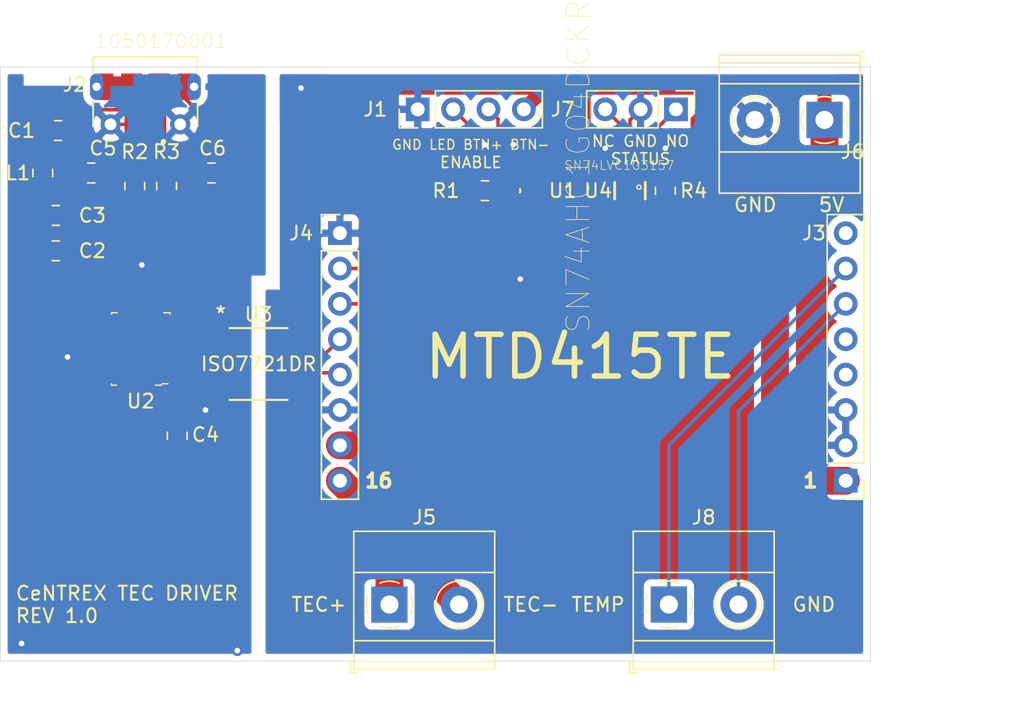
<source format=kicad_pcb>
(kicad_pcb (version 20171130) (host pcbnew "(5.1.4)-1")

  (general
    (thickness 1.6)
    (drawings 23)
    (tracks 166)
    (zones 0)
    (modules 23)
    (nets 36)
  )

  (page A4)
  (layers
    (0 F.Cu signal)
    (31 B.Cu signal)
    (32 B.Adhes user)
    (33 F.Adhes user)
    (34 B.Paste user)
    (35 F.Paste user)
    (36 B.SilkS user)
    (37 F.SilkS user)
    (38 B.Mask user)
    (39 F.Mask user)
    (40 Dwgs.User user)
    (41 Cmts.User user)
    (42 Eco1.User user)
    (43 Eco2.User user)
    (44 Edge.Cuts user)
    (45 Margin user)
    (46 B.CrtYd user)
    (47 F.CrtYd user)
    (48 B.Fab user)
    (49 F.Fab user hide)
  )

  (setup
    (last_trace_width 0.25)
    (trace_clearance 0.2)
    (zone_clearance 0.508)
    (zone_45_only no)
    (trace_min 0.2)
    (via_size 0.8)
    (via_drill 0.4)
    (via_min_size 0.4)
    (via_min_drill 0.3)
    (uvia_size 0.3)
    (uvia_drill 0.1)
    (uvias_allowed no)
    (uvia_min_size 0.2)
    (uvia_min_drill 0.1)
    (edge_width 0.05)
    (segment_width 0.2)
    (pcb_text_width 0.3)
    (pcb_text_size 1.5 1.5)
    (mod_edge_width 0.12)
    (mod_text_size 1 1)
    (mod_text_width 0.15)
    (pad_size 1.524 1.524)
    (pad_drill 0.762)
    (pad_to_mask_clearance 0.051)
    (solder_mask_min_width 0.25)
    (aux_axis_origin 0 0)
    (visible_elements 7FFFFFFF)
    (pcbplotparams
      (layerselection 0x010fc_ffffffff)
      (usegerberextensions false)
      (usegerberattributes false)
      (usegerberadvancedattributes false)
      (creategerberjobfile false)
      (excludeedgelayer true)
      (linewidth 0.100000)
      (plotframeref false)
      (viasonmask false)
      (mode 1)
      (useauxorigin false)
      (hpglpennumber 1)
      (hpglpenspeed 20)
      (hpglpendiameter 15.000000)
      (psnegative false)
      (psa4output false)
      (plotreference true)
      (plotvalue true)
      (plotinvisibletext false)
      (padsonsilk false)
      (subtractmaskfromsilk false)
      (outputformat 1)
      (mirror false)
      (drillshape 0)
      (scaleselection 1)
      (outputdirectory "gerber/"))
  )

  (net 0 "")
  (net 1 "Net-(C1-Pad2)")
  (net 2 VBUS)
  (net 3 GND)
  (net 4 3V3OUT)
  (net 5 D+)
  (net 6 D-)
  (net 7 +5V)
  (net 8 "Net-(J1-Pad3)")
  (net 9 "Net-(J1-Pad2)")
  (net 10 TEMPGND)
  (net 11 TEMP)
  (net 12 VREF)
  (net 13 "Net-(J3-Pad5)")
  (net 14 "Net-(J3-Pad4)")
  (net 15 GNDD)
  (net 16 TEC+)
  (net 17 TEC-)
  (net 18 RX)
  (net 19 TX)
  (net 20 STATUS)
  (net 21 ENABLE)
  (net 22 "Net-(J7-Pad3)")
  (net 23 "Net-(J7-Pad1)")
  (net 24 USBDP)
  (net 25 USBDM)
  (net 26 "Net-(R4-Pad2)")
  (net 27 "Net-(U1-Pad1)")
  (net 28 "Net-(U2-Pad16)")
  (net 29 "Net-(U2-Pad15)")
  (net 30 "Net-(U2-Pad14)")
  (net 31 "Net-(U2-Pad7)")
  (net 32 "Net-(U2-Pad6)")
  (net 33 RXUSB)
  (net 34 "Net-(U2-Pad2)")
  (net 35 TXUSB)

  (net_class Default "This is the default net class."
    (clearance 0.2)
    (trace_width 0.25)
    (via_dia 0.8)
    (via_drill 0.4)
    (uvia_dia 0.3)
    (uvia_drill 0.1)
    (add_net +5V)
    (add_net 3V3OUT)
    (add_net D+)
    (add_net D-)
    (add_net ENABLE)
    (add_net GND)
    (add_net GNDD)
    (add_net "Net-(C1-Pad2)")
    (add_net "Net-(J1-Pad2)")
    (add_net "Net-(J1-Pad3)")
    (add_net "Net-(J3-Pad4)")
    (add_net "Net-(J3-Pad5)")
    (add_net "Net-(J7-Pad1)")
    (add_net "Net-(J7-Pad3)")
    (add_net "Net-(R4-Pad2)")
    (add_net "Net-(U1-Pad1)")
    (add_net "Net-(U2-Pad14)")
    (add_net "Net-(U2-Pad15)")
    (add_net "Net-(U2-Pad16)")
    (add_net "Net-(U2-Pad2)")
    (add_net "Net-(U2-Pad6)")
    (add_net "Net-(U2-Pad7)")
    (add_net RX)
    (add_net RXUSB)
    (add_net STATUS)
    (add_net TEC+)
    (add_net TEC-)
    (add_net TEMP)
    (add_net TEMPGND)
    (add_net TX)
    (add_net TXUSB)
    (add_net USBDM)
    (add_net USBDP)
    (add_net VBUS)
    (add_net VREF)
  )

  (module TerminalBlock_Phoenix:TerminalBlock_Phoenix_MKDS-1,5-2_1x02_P5.00mm_Horizontal (layer F.Cu) (tedit 5B294EE5) (tstamp 5E56CA29)
    (at 145.542 81.534)
    (descr "Terminal Block Phoenix MKDS-1,5-2, 2 pins, pitch 5mm, size 10x9.8mm^2, drill diamater 1.3mm, pad diameter 2.6mm, see http://www.farnell.com/datasheets/100425.pdf, script-generated using https://github.com/pointhi/kicad-footprint-generator/scripts/TerminalBlock_Phoenix")
    (tags "THT Terminal Block Phoenix MKDS-1,5-2 pitch 5mm size 10x9.8mm^2 drill 1.3mm pad 2.6mm")
    (path /5E579D6B)
    (fp_text reference J8 (at 2.5 -6.26) (layer F.SilkS)
      (effects (font (size 1 1) (thickness 0.15)))
    )
    (fp_text value Screw_Terminal_01x02 (at 2.5 5.66) (layer F.Fab)
      (effects (font (size 1 1) (thickness 0.15)))
    )
    (fp_text user %R (at 2.5 3.2) (layer F.Fab)
      (effects (font (size 1 1) (thickness 0.15)))
    )
    (fp_line (start 8 -5.71) (end -3 -5.71) (layer F.CrtYd) (width 0.05))
    (fp_line (start 8 5.1) (end 8 -5.71) (layer F.CrtYd) (width 0.05))
    (fp_line (start -3 5.1) (end 8 5.1) (layer F.CrtYd) (width 0.05))
    (fp_line (start -3 -5.71) (end -3 5.1) (layer F.CrtYd) (width 0.05))
    (fp_line (start -2.8 4.9) (end -2.3 4.9) (layer F.SilkS) (width 0.12))
    (fp_line (start -2.8 4.16) (end -2.8 4.9) (layer F.SilkS) (width 0.12))
    (fp_line (start 3.773 1.023) (end 3.726 1.069) (layer F.SilkS) (width 0.12))
    (fp_line (start 6.07 -1.275) (end 6.035 -1.239) (layer F.SilkS) (width 0.12))
    (fp_line (start 3.966 1.239) (end 3.931 1.274) (layer F.SilkS) (width 0.12))
    (fp_line (start 6.275 -1.069) (end 6.228 -1.023) (layer F.SilkS) (width 0.12))
    (fp_line (start 5.955 -1.138) (end 3.863 0.955) (layer F.Fab) (width 0.1))
    (fp_line (start 6.138 -0.955) (end 4.046 1.138) (layer F.Fab) (width 0.1))
    (fp_line (start 0.955 -1.138) (end -1.138 0.955) (layer F.Fab) (width 0.1))
    (fp_line (start 1.138 -0.955) (end -0.955 1.138) (layer F.Fab) (width 0.1))
    (fp_line (start 7.56 -5.261) (end 7.56 4.66) (layer F.SilkS) (width 0.12))
    (fp_line (start -2.56 -5.261) (end -2.56 4.66) (layer F.SilkS) (width 0.12))
    (fp_line (start -2.56 4.66) (end 7.56 4.66) (layer F.SilkS) (width 0.12))
    (fp_line (start -2.56 -5.261) (end 7.56 -5.261) (layer F.SilkS) (width 0.12))
    (fp_line (start -2.56 -2.301) (end 7.56 -2.301) (layer F.SilkS) (width 0.12))
    (fp_line (start -2.5 -2.3) (end 7.5 -2.3) (layer F.Fab) (width 0.1))
    (fp_line (start -2.56 2.6) (end 7.56 2.6) (layer F.SilkS) (width 0.12))
    (fp_line (start -2.5 2.6) (end 7.5 2.6) (layer F.Fab) (width 0.1))
    (fp_line (start -2.56 4.1) (end 7.56 4.1) (layer F.SilkS) (width 0.12))
    (fp_line (start -2.5 4.1) (end 7.5 4.1) (layer F.Fab) (width 0.1))
    (fp_line (start -2.5 4.1) (end -2.5 -5.2) (layer F.Fab) (width 0.1))
    (fp_line (start -2 4.6) (end -2.5 4.1) (layer F.Fab) (width 0.1))
    (fp_line (start 7.5 4.6) (end -2 4.6) (layer F.Fab) (width 0.1))
    (fp_line (start 7.5 -5.2) (end 7.5 4.6) (layer F.Fab) (width 0.1))
    (fp_line (start -2.5 -5.2) (end 7.5 -5.2) (layer F.Fab) (width 0.1))
    (fp_circle (center 5 0) (end 6.68 0) (layer F.SilkS) (width 0.12))
    (fp_circle (center 5 0) (end 6.5 0) (layer F.Fab) (width 0.1))
    (fp_circle (center 0 0) (end 1.5 0) (layer F.Fab) (width 0.1))
    (fp_arc (start 0 0) (end -0.684 1.535) (angle -25) (layer F.SilkS) (width 0.12))
    (fp_arc (start 0 0) (end -1.535 -0.684) (angle -48) (layer F.SilkS) (width 0.12))
    (fp_arc (start 0 0) (end 0.684 -1.535) (angle -48) (layer F.SilkS) (width 0.12))
    (fp_arc (start 0 0) (end 1.535 0.684) (angle -48) (layer F.SilkS) (width 0.12))
    (fp_arc (start 0 0) (end 0 1.68) (angle -24) (layer F.SilkS) (width 0.12))
    (pad 2 thru_hole circle (at 5 0) (size 2.6 2.6) (drill 1.3) (layers *.Cu *.Mask)
      (net 12 VREF))
    (pad 1 thru_hole rect (at 0 0) (size 2.6 2.6) (drill 1.3) (layers *.Cu *.Mask)
      (net 11 TEMP))
    (model ${KISYS3DMOD}/TerminalBlock_Phoenix.3dshapes/TerminalBlock_Phoenix_MKDS-1,5-2_1x02_P5.00mm_Horizontal.wrl
      (at (xyz 0 0 0))
      (scale (xyz 1 1 1))
      (rotate (xyz 0 0 0))
    )
  )

  (module TerminalBlock_Phoenix:TerminalBlock_Phoenix_MKDS-1,5-2_1x02_P5.00mm_Horizontal (layer F.Cu) (tedit 5B294EE5) (tstamp 5E56C97B)
    (at 125.476 81.534)
    (descr "Terminal Block Phoenix MKDS-1,5-2, 2 pins, pitch 5mm, size 10x9.8mm^2, drill diamater 1.3mm, pad diameter 2.6mm, see http://www.farnell.com/datasheets/100425.pdf, script-generated using https://github.com/pointhi/kicad-footprint-generator/scripts/TerminalBlock_Phoenix")
    (tags "THT Terminal Block Phoenix MKDS-1,5-2 pitch 5mm size 10x9.8mm^2 drill 1.3mm pad 2.6mm")
    (path /5E57A47F)
    (fp_text reference J5 (at 2.5 -6.26) (layer F.SilkS)
      (effects (font (size 1 1) (thickness 0.15)))
    )
    (fp_text value Screw_Terminal_01x02 (at 2.5 5.66) (layer F.Fab)
      (effects (font (size 1 1) (thickness 0.15)))
    )
    (fp_text user %R (at 2.5 3.2) (layer F.Fab)
      (effects (font (size 1 1) (thickness 0.15)))
    )
    (fp_line (start 8 -5.71) (end -3 -5.71) (layer F.CrtYd) (width 0.05))
    (fp_line (start 8 5.1) (end 8 -5.71) (layer F.CrtYd) (width 0.05))
    (fp_line (start -3 5.1) (end 8 5.1) (layer F.CrtYd) (width 0.05))
    (fp_line (start -3 -5.71) (end -3 5.1) (layer F.CrtYd) (width 0.05))
    (fp_line (start -2.8 4.9) (end -2.3 4.9) (layer F.SilkS) (width 0.12))
    (fp_line (start -2.8 4.16) (end -2.8 4.9) (layer F.SilkS) (width 0.12))
    (fp_line (start 3.773 1.023) (end 3.726 1.069) (layer F.SilkS) (width 0.12))
    (fp_line (start 6.07 -1.275) (end 6.035 -1.239) (layer F.SilkS) (width 0.12))
    (fp_line (start 3.966 1.239) (end 3.931 1.274) (layer F.SilkS) (width 0.12))
    (fp_line (start 6.275 -1.069) (end 6.228 -1.023) (layer F.SilkS) (width 0.12))
    (fp_line (start 5.955 -1.138) (end 3.863 0.955) (layer F.Fab) (width 0.1))
    (fp_line (start 6.138 -0.955) (end 4.046 1.138) (layer F.Fab) (width 0.1))
    (fp_line (start 0.955 -1.138) (end -1.138 0.955) (layer F.Fab) (width 0.1))
    (fp_line (start 1.138 -0.955) (end -0.955 1.138) (layer F.Fab) (width 0.1))
    (fp_line (start 7.56 -5.261) (end 7.56 4.66) (layer F.SilkS) (width 0.12))
    (fp_line (start -2.56 -5.261) (end -2.56 4.66) (layer F.SilkS) (width 0.12))
    (fp_line (start -2.56 4.66) (end 7.56 4.66) (layer F.SilkS) (width 0.12))
    (fp_line (start -2.56 -5.261) (end 7.56 -5.261) (layer F.SilkS) (width 0.12))
    (fp_line (start -2.56 -2.301) (end 7.56 -2.301) (layer F.SilkS) (width 0.12))
    (fp_line (start -2.5 -2.3) (end 7.5 -2.3) (layer F.Fab) (width 0.1))
    (fp_line (start -2.56 2.6) (end 7.56 2.6) (layer F.SilkS) (width 0.12))
    (fp_line (start -2.5 2.6) (end 7.5 2.6) (layer F.Fab) (width 0.1))
    (fp_line (start -2.56 4.1) (end 7.56 4.1) (layer F.SilkS) (width 0.12))
    (fp_line (start -2.5 4.1) (end 7.5 4.1) (layer F.Fab) (width 0.1))
    (fp_line (start -2.5 4.1) (end -2.5 -5.2) (layer F.Fab) (width 0.1))
    (fp_line (start -2 4.6) (end -2.5 4.1) (layer F.Fab) (width 0.1))
    (fp_line (start 7.5 4.6) (end -2 4.6) (layer F.Fab) (width 0.1))
    (fp_line (start 7.5 -5.2) (end 7.5 4.6) (layer F.Fab) (width 0.1))
    (fp_line (start -2.5 -5.2) (end 7.5 -5.2) (layer F.Fab) (width 0.1))
    (fp_circle (center 5 0) (end 6.68 0) (layer F.SilkS) (width 0.12))
    (fp_circle (center 5 0) (end 6.5 0) (layer F.Fab) (width 0.1))
    (fp_circle (center 0 0) (end 1.5 0) (layer F.Fab) (width 0.1))
    (fp_arc (start 0 0) (end -0.684 1.535) (angle -25) (layer F.SilkS) (width 0.12))
    (fp_arc (start 0 0) (end -1.535 -0.684) (angle -48) (layer F.SilkS) (width 0.12))
    (fp_arc (start 0 0) (end 0.684 -1.535) (angle -48) (layer F.SilkS) (width 0.12))
    (fp_arc (start 0 0) (end 1.535 0.684) (angle -48) (layer F.SilkS) (width 0.12))
    (fp_arc (start 0 0) (end 0 1.68) (angle -24) (layer F.SilkS) (width 0.12))
    (pad 2 thru_hole circle (at 5 0) (size 2.6 2.6) (drill 1.3) (layers *.Cu *.Mask)
      (net 17 TEC-))
    (pad 1 thru_hole rect (at 0 0) (size 2.6 2.6) (drill 1.3) (layers *.Cu *.Mask)
      (net 16 TEC+))
    (model ${KISYS3DMOD}/TerminalBlock_Phoenix.3dshapes/TerminalBlock_Phoenix_MKDS-1,5-2_1x02_P5.00mm_Horizontal.wrl
      (at (xyz 0 0 0))
      (scale (xyz 1 1 1))
      (rotate (xyz 0 0 0))
    )
  )

  (module Connector_PinHeader_2.54mm:PinHeader_1x08_P2.54mm_Vertical (layer F.Cu) (tedit 59FED5CC) (tstamp 5D9FE6B0)
    (at 158.242 72.644 180)
    (descr "Through hole straight pin header, 1x08, 2.54mm pitch, single row")
    (tags "Through hole pin header THT 1x08 2.54mm single row")
    (path /5D862F2C)
    (fp_text reference J3 (at 2.286 17.78) (layer F.SilkS)
      (effects (font (size 1 1) (thickness 0.15)))
    )
    (fp_text value Conn_01x08 (at 0 20.11) (layer F.Fab)
      (effects (font (size 1 1) (thickness 0.15)))
    )
    (fp_text user %R (at 0 8.89 90) (layer F.Fab)
      (effects (font (size 1 1) (thickness 0.15)))
    )
    (fp_line (start 1.8 -1.8) (end -1.8 -1.8) (layer F.CrtYd) (width 0.05))
    (fp_line (start 1.8 19.55) (end 1.8 -1.8) (layer F.CrtYd) (width 0.05))
    (fp_line (start -1.8 19.55) (end 1.8 19.55) (layer F.CrtYd) (width 0.05))
    (fp_line (start -1.8 -1.8) (end -1.8 19.55) (layer F.CrtYd) (width 0.05))
    (fp_line (start -1.33 -1.33) (end 0 -1.33) (layer F.SilkS) (width 0.12))
    (fp_line (start -1.33 0) (end -1.33 -1.33) (layer F.SilkS) (width 0.12))
    (fp_line (start -1.33 1.27) (end 1.33 1.27) (layer F.SilkS) (width 0.12))
    (fp_line (start 1.33 1.27) (end 1.33 19.11) (layer F.SilkS) (width 0.12))
    (fp_line (start -1.33 1.27) (end -1.33 19.11) (layer F.SilkS) (width 0.12))
    (fp_line (start -1.33 19.11) (end 1.33 19.11) (layer F.SilkS) (width 0.12))
    (fp_line (start -1.27 -0.635) (end -0.635 -1.27) (layer F.Fab) (width 0.1))
    (fp_line (start -1.27 19.05) (end -1.27 -0.635) (layer F.Fab) (width 0.1))
    (fp_line (start 1.27 19.05) (end -1.27 19.05) (layer F.Fab) (width 0.1))
    (fp_line (start 1.27 -1.27) (end 1.27 19.05) (layer F.Fab) (width 0.1))
    (fp_line (start -0.635 -1.27) (end 1.27 -1.27) (layer F.Fab) (width 0.1))
    (pad 8 thru_hole oval (at 0 17.78 180) (size 1.7 1.7) (drill 1) (layers *.Cu *.Mask)
      (net 10 TEMPGND))
    (pad 7 thru_hole oval (at 0 15.24 180) (size 1.7 1.7) (drill 1) (layers *.Cu *.Mask)
      (net 11 TEMP))
    (pad 6 thru_hole oval (at 0 12.7 180) (size 1.7 1.7) (drill 1) (layers *.Cu *.Mask)
      (net 12 VREF))
    (pad 5 thru_hole oval (at 0 10.16 180) (size 1.7 1.7) (drill 1) (layers *.Cu *.Mask)
      (net 13 "Net-(J3-Pad5)"))
    (pad 4 thru_hole oval (at 0 7.62 180) (size 1.7 1.7) (drill 1) (layers *.Cu *.Mask)
      (net 14 "Net-(J3-Pad4)"))
    (pad 3 thru_hole oval (at 0 5.08 180) (size 1.7 1.7) (drill 1) (layers *.Cu *.Mask)
      (net 15 GNDD))
    (pad 2 thru_hole oval (at 0 2.54 180) (size 1.7 1.7) (drill 1) (layers *.Cu *.Mask)
      (net 15 GNDD))
    (pad 1 thru_hole rect (at 0 0 180) (size 1.7 1.7) (drill 1) (layers *.Cu *.Mask)
      (net 7 +5V))
    (model ${KISYS3DMOD}/Connector_PinHeader_2.54mm.3dshapes/PinHeader_1x08_P2.54mm_Vertical.wrl
      (at (xyz 0 0 0))
      (scale (xyz 1 1 1))
      (rotate (xyz 0 0 0))
    )
  )

  (module digikey-footprints:SSOP-16_W3.90mm (layer F.Cu) (tedit 5D28A68E) (tstamp 5D84247A)
    (at 107.6198 63.1825 180)
    (path /5D83A1B0)
    (attr smd)
    (fp_text reference U2 (at 0 -3.75) (layer F.SilkS)
      (effects (font (size 1 1) (thickness 0.15)))
    )
    (fp_text value FT230XS-R (at 0 3.8) (layer F.Fab)
      (effects (font (size 1 1) (thickness 0.15)))
    )
    (fp_line (start 1.9939 2.5019) (end 1.9939 -2.5019) (layer F.Fab) (width 0.1))
    (fp_line (start -1.9939 2.5019) (end 1.9939 2.5019) (layer F.Fab) (width 0.1))
    (fp_line (start -2 -1.9) (end -1.4 -2.5) (layer F.Fab) (width 0.1))
    (fp_line (start -1.4 -2.5) (end 2 -2.5) (layer F.Fab) (width 0.1))
    (fp_line (start -2 -1.9) (end -2 2.5) (layer F.Fab) (width 0.1))
    (fp_text user %R (at 0.1 0 90) (layer F.Fab)
      (effects (font (size 1 1) (thickness 0.15)))
    )
    (fp_line (start 2.1 -2.6) (end 1.75 -2.6) (layer F.SilkS) (width 0.1))
    (fp_line (start 2.1 -2.5) (end 2.1 -2.6) (layer F.SilkS) (width 0.1))
    (fp_line (start -1.55 -2.5) (end -1.95 -2.5) (layer F.SilkS) (width 0.1))
    (fp_line (start -1.45 -2.6) (end -1.55 -2.5) (layer F.SilkS) (width 0.1))
    (fp_line (start -1.05 -2.6) (end -1.45 -2.6) (layer F.SilkS) (width 0.1))
    (fp_line (start -2.1 2.6) (end -1.65 2.6) (layer F.SilkS) (width 0.1))
    (fp_line (start -2.1 2.5) (end -2.1 2.6) (layer F.SilkS) (width 0.1))
    (fp_line (start 2.1 2.6) (end 1.7 2.6) (layer F.SilkS) (width 0.1))
    (fp_line (start 2.1 2.5) (end 2.1 2.6) (layer F.SilkS) (width 0.1))
    (fp_line (start -4 -2.75) (end 4 -2.75) (layer F.CrtYd) (width 0.05))
    (fp_line (start -4 -2.75) (end -4 2.75) (layer F.CrtYd) (width 0.05))
    (fp_line (start -4 2.75) (end 4 2.75) (layer F.CrtYd) (width 0.05))
    (fp_line (start 4 2.75) (end 4 -2.75) (layer F.CrtYd) (width 0.05))
    (pad 9 smd rect (at 2.4638 2.2225 180) (size 2.54 0.4572) (layers F.Cu F.Paste F.Mask)
      (net 25 USBDM))
    (pad 10 smd rect (at 2.4638 1.5875 180) (size 2.54 0.4572) (layers F.Cu F.Paste F.Mask)
      (net 4 3V3OUT))
    (pad 11 smd rect (at 2.4638 0.9525 180) (size 2.54 0.4572) (layers F.Cu F.Paste F.Mask)
      (net 4 3V3OUT))
    (pad 12 smd rect (at 2.4638 0.3175 180) (size 2.54 0.4572) (layers F.Cu F.Paste F.Mask)
      (net 2 VBUS))
    (pad 13 smd rect (at 2.4638 -0.3175 180) (size 2.54 0.4572) (layers F.Cu F.Paste F.Mask)
      (net 3 GND))
    (pad 14 smd rect (at 2.4638 -0.9525 180) (size 2.54 0.4572) (layers F.Cu F.Paste F.Mask)
      (net 30 "Net-(U2-Pad14)"))
    (pad 15 smd rect (at 2.4638 -1.5875 180) (size 2.54 0.4572) (layers F.Cu F.Paste F.Mask)
      (net 29 "Net-(U2-Pad15)"))
    (pad 16 smd rect (at 2.4638 -2.2225 180) (size 2.54 0.4572) (layers F.Cu F.Paste F.Mask)
      (net 28 "Net-(U2-Pad16)"))
    (pad 8 smd rect (at -2.4638 2.2225 180) (size 2.54 0.4572) (layers F.Cu F.Paste F.Mask)
      (net 24 USBDP))
    (pad 7 smd rect (at -2.4638 1.5875 180) (size 2.54 0.4572) (layers F.Cu F.Paste F.Mask)
      (net 31 "Net-(U2-Pad7)"))
    (pad 6 smd rect (at -2.4638 0.9525 180) (size 2.54 0.4572) (layers F.Cu F.Paste F.Mask)
      (net 32 "Net-(U2-Pad6)"))
    (pad 5 smd rect (at -2.4638 0.3175 180) (size 2.54 0.4572) (layers F.Cu F.Paste F.Mask)
      (net 3 GND))
    (pad 1 smd rect (at -2.4638 -2.2225 180) (size 2.54 0.4572) (layers F.Cu F.Paste F.Mask)
      (net 35 TXUSB))
    (pad 3 smd rect (at -2.4638 -0.9525 180) (size 2.54 0.4572) (layers F.Cu F.Paste F.Mask)
      (net 4 3V3OUT))
    (pad 4 smd rect (at -2.4638 -0.3175 180) (size 2.54 0.4572) (layers F.Cu F.Paste F.Mask)
      (net 33 RXUSB))
    (pad 2 smd rect (at -2.4638 -1.5875 180) (size 2.54 0.4572) (layers F.Cu F.Paste F.Mask)
      (net 34 "Net-(U2-Pad2)"))
  )

  (module footprints:ISO7721DR (layer F.Cu) (tedit 0) (tstamp 5D843D00)
    (at 116.078 64.262)
    (path /5D86C5DE)
    (fp_text reference U3 (at 0 -3.556) (layer F.SilkS)
      (effects (font (size 1 1) (thickness 0.15)))
    )
    (fp_text value ISO7721DR (at 0 0) (layer F.SilkS)
      (effects (font (size 1 1) (thickness 0.15)))
    )
    (fp_arc (start 0 -2.4511) (end 0.3048 -2.4511) (angle 180) (layer F.Fab) (width 0.1524))
    (fp_line (start -2.2098 2.4384) (end -3.7084 2.4384) (layer F.CrtYd) (width 0.1524))
    (fp_line (start -2.2098 2.7051) (end -2.2098 2.4384) (layer F.CrtYd) (width 0.1524))
    (fp_line (start 2.2098 2.7051) (end -2.2098 2.7051) (layer F.CrtYd) (width 0.1524))
    (fp_line (start 2.2098 2.4384) (end 2.2098 2.7051) (layer F.CrtYd) (width 0.1524))
    (fp_line (start 3.7084 2.4384) (end 2.2098 2.4384) (layer F.CrtYd) (width 0.1524))
    (fp_line (start 3.7084 -2.4384) (end 3.7084 2.4384) (layer F.CrtYd) (width 0.1524))
    (fp_line (start 2.2098 -2.4384) (end 3.7084 -2.4384) (layer F.CrtYd) (width 0.1524))
    (fp_line (start 2.2098 -2.7051) (end 2.2098 -2.4384) (layer F.CrtYd) (width 0.1524))
    (fp_line (start -2.2098 -2.7051) (end 2.2098 -2.7051) (layer F.CrtYd) (width 0.1524))
    (fp_line (start -2.2098 -2.4384) (end -2.2098 -2.7051) (layer F.CrtYd) (width 0.1524))
    (fp_line (start -3.7084 -2.4384) (end -2.2098 -2.4384) (layer F.CrtYd) (width 0.1524))
    (fp_line (start -3.7084 2.4384) (end -3.7084 -2.4384) (layer F.CrtYd) (width 0.1524))
    (fp_line (start -1.9558 -2.4511) (end -1.9558 2.4511) (layer F.Fab) (width 0.1524))
    (fp_line (start 1.9558 -2.4511) (end -1.9558 -2.4511) (layer F.Fab) (width 0.1524))
    (fp_line (start 1.9558 2.4511) (end 1.9558 -2.4511) (layer F.Fab) (width 0.1524))
    (fp_line (start -1.9558 2.4511) (end 1.9558 2.4511) (layer F.Fab) (width 0.1524))
    (fp_line (start 2.0828 -2.5781) (end -2.0828 -2.5781) (layer F.SilkS) (width 0.1524))
    (fp_line (start -2.0828 2.5781) (end 2.0828 2.5781) (layer F.SilkS) (width 0.1524))
    (fp_line (start 3.0988 -2.159) (end 1.9558 -2.159) (layer F.Fab) (width 0.1524))
    (fp_line (start 3.0988 -1.651) (end 3.0988 -2.159) (layer F.Fab) (width 0.1524))
    (fp_line (start 1.9558 -1.651) (end 3.0988 -1.651) (layer F.Fab) (width 0.1524))
    (fp_line (start 1.9558 -2.159) (end 1.9558 -1.651) (layer F.Fab) (width 0.1524))
    (fp_line (start 3.0988 -0.889) (end 1.9558 -0.889) (layer F.Fab) (width 0.1524))
    (fp_line (start 3.0988 -0.381) (end 3.0988 -0.889) (layer F.Fab) (width 0.1524))
    (fp_line (start 1.9558 -0.381) (end 3.0988 -0.381) (layer F.Fab) (width 0.1524))
    (fp_line (start 1.9558 -0.889) (end 1.9558 -0.381) (layer F.Fab) (width 0.1524))
    (fp_line (start 3.0988 0.381) (end 1.9558 0.381) (layer F.Fab) (width 0.1524))
    (fp_line (start 3.0988 0.889) (end 3.0988 0.381) (layer F.Fab) (width 0.1524))
    (fp_line (start 1.9558 0.889) (end 3.0988 0.889) (layer F.Fab) (width 0.1524))
    (fp_line (start 1.9558 0.381) (end 1.9558 0.889) (layer F.Fab) (width 0.1524))
    (fp_line (start 3.0988 1.651) (end 1.9558 1.651) (layer F.Fab) (width 0.1524))
    (fp_line (start 3.0988 2.159) (end 3.0988 1.651) (layer F.Fab) (width 0.1524))
    (fp_line (start 1.9558 2.159) (end 3.0988 2.159) (layer F.Fab) (width 0.1524))
    (fp_line (start 1.9558 1.651) (end 1.9558 2.159) (layer F.Fab) (width 0.1524))
    (fp_line (start -3.0988 2.159) (end -1.9558 2.159) (layer F.Fab) (width 0.1524))
    (fp_line (start -3.0988 1.651) (end -3.0988 2.159) (layer F.Fab) (width 0.1524))
    (fp_line (start -1.9558 1.651) (end -3.0988 1.651) (layer F.Fab) (width 0.1524))
    (fp_line (start -1.9558 2.159) (end -1.9558 1.651) (layer F.Fab) (width 0.1524))
    (fp_line (start -3.0988 0.889) (end -1.9558 0.889) (layer F.Fab) (width 0.1524))
    (fp_line (start -3.0988 0.381) (end -3.0988 0.889) (layer F.Fab) (width 0.1524))
    (fp_line (start -1.9558 0.381) (end -3.0988 0.381) (layer F.Fab) (width 0.1524))
    (fp_line (start -1.9558 0.889) (end -1.9558 0.381) (layer F.Fab) (width 0.1524))
    (fp_line (start -3.0988 -0.381) (end -1.9558 -0.381) (layer F.Fab) (width 0.1524))
    (fp_line (start -3.0988 -0.889) (end -3.0988 -0.381) (layer F.Fab) (width 0.1524))
    (fp_line (start -1.9558 -0.889) (end -3.0988 -0.889) (layer F.Fab) (width 0.1524))
    (fp_line (start -1.9558 -0.381) (end -1.9558 -0.889) (layer F.Fab) (width 0.1524))
    (fp_line (start -3.0988 -1.651) (end -1.9558 -1.651) (layer F.Fab) (width 0.1524))
    (fp_line (start -3.0988 -2.159) (end -3.0988 -1.651) (layer F.Fab) (width 0.1524))
    (fp_line (start -1.9558 -2.159) (end -3.0988 -2.159) (layer F.Fab) (width 0.1524))
    (fp_line (start -1.9558 -1.651) (end -1.9558 -2.159) (layer F.Fab) (width 0.1524))
    (fp_text user * (at -1.5748 -2.3749) (layer F.Fab)
      (effects (font (size 1 1) (thickness 0.15)))
    )
    (fp_text user * (at -2.7178 -3.6068) (layer F.SilkS)
      (effects (font (size 1 1) (thickness 0.15)))
    )
    (pad 8 smd rect (at 2.4638 -1.905) (size 1.9812 0.5588) (layers F.Cu F.Paste F.Mask)
      (net 7 +5V))
    (pad 7 smd rect (at 2.4638 -0.635) (size 1.9812 0.5588) (layers F.Cu F.Paste F.Mask)
      (net 19 TX))
    (pad 6 smd rect (at 2.4638 0.635) (size 1.9812 0.5588) (layers F.Cu F.Paste F.Mask)
      (net 18 RX))
    (pad 5 smd rect (at 2.4638 1.905) (size 1.9812 0.5588) (layers F.Cu F.Paste F.Mask)
      (net 15 GNDD))
    (pad 4 smd rect (at -2.4638 1.905) (size 1.9812 0.5588) (layers F.Cu F.Paste F.Mask)
      (net 3 GND))
    (pad 3 smd rect (at -2.4638 0.635) (size 1.9812 0.5588) (layers F.Cu F.Paste F.Mask)
      (net 35 TXUSB))
    (pad 2 smd rect (at -2.4638 -0.635) (size 1.9812 0.5588) (layers F.Cu F.Paste F.Mask)
      (net 33 RXUSB))
    (pad 1 smd rect (at -2.4638 -1.905) (size 1.9812 0.5588) (layers F.Cu F.Paste F.Mask)
      (net 2 VBUS))
  )

  (module TerminalBlock_Phoenix:TerminalBlock_Phoenix_MKDS-1,5-2_1x02_P5.00mm_Horizontal (layer F.Cu) (tedit 5B294EE5) (tstamp 5D83F6D5)
    (at 156.718 46.736 180)
    (descr "Terminal Block Phoenix MKDS-1,5-2, 2 pins, pitch 5mm, size 10x9.8mm^2, drill diamater 1.3mm, pad diameter 2.6mm, see http://www.farnell.com/datasheets/100425.pdf, script-generated using https://github.com/pointhi/kicad-footprint-generator/scripts/TerminalBlock_Phoenix")
    (tags "THT Terminal Block Phoenix MKDS-1,5-2 pitch 5mm size 10x9.8mm^2 drill 1.3mm pad 2.6mm")
    (path /5D940A53)
    (fp_text reference J6 (at -2.032 -2.286) (layer F.SilkS)
      (effects (font (size 1 1) (thickness 0.15)))
    )
    (fp_text value Screw_Terminal_01x02 (at 2.5 5.66) (layer F.Fab)
      (effects (font (size 1 1) (thickness 0.15)))
    )
    (fp_text user %R (at 2.5 3.2) (layer F.Fab)
      (effects (font (size 1 1) (thickness 0.15)))
    )
    (fp_line (start 8 -5.71) (end -3 -5.71) (layer F.CrtYd) (width 0.05))
    (fp_line (start 8 5.1) (end 8 -5.71) (layer F.CrtYd) (width 0.05))
    (fp_line (start -3 5.1) (end 8 5.1) (layer F.CrtYd) (width 0.05))
    (fp_line (start -3 -5.71) (end -3 5.1) (layer F.CrtYd) (width 0.05))
    (fp_line (start -2.8 4.9) (end -2.3 4.9) (layer F.SilkS) (width 0.12))
    (fp_line (start -2.8 4.16) (end -2.8 4.9) (layer F.SilkS) (width 0.12))
    (fp_line (start 3.773 1.023) (end 3.726 1.069) (layer F.SilkS) (width 0.12))
    (fp_line (start 6.07 -1.275) (end 6.035 -1.239) (layer F.SilkS) (width 0.12))
    (fp_line (start 3.966 1.239) (end 3.931 1.274) (layer F.SilkS) (width 0.12))
    (fp_line (start 6.275 -1.069) (end 6.228 -1.023) (layer F.SilkS) (width 0.12))
    (fp_line (start 5.955 -1.138) (end 3.863 0.955) (layer F.Fab) (width 0.1))
    (fp_line (start 6.138 -0.955) (end 4.046 1.138) (layer F.Fab) (width 0.1))
    (fp_line (start 0.955 -1.138) (end -1.138 0.955) (layer F.Fab) (width 0.1))
    (fp_line (start 1.138 -0.955) (end -0.955 1.138) (layer F.Fab) (width 0.1))
    (fp_line (start 7.56 -5.261) (end 7.56 4.66) (layer F.SilkS) (width 0.12))
    (fp_line (start -2.56 -5.261) (end -2.56 4.66) (layer F.SilkS) (width 0.12))
    (fp_line (start -2.56 4.66) (end 7.56 4.66) (layer F.SilkS) (width 0.12))
    (fp_line (start -2.56 -5.261) (end 7.56 -5.261) (layer F.SilkS) (width 0.12))
    (fp_line (start -2.56 -2.301) (end 7.56 -2.301) (layer F.SilkS) (width 0.12))
    (fp_line (start -2.5 -2.3) (end 7.5 -2.3) (layer F.Fab) (width 0.1))
    (fp_line (start -2.56 2.6) (end 7.56 2.6) (layer F.SilkS) (width 0.12))
    (fp_line (start -2.5 2.6) (end 7.5 2.6) (layer F.Fab) (width 0.1))
    (fp_line (start -2.56 4.1) (end 7.56 4.1) (layer F.SilkS) (width 0.12))
    (fp_line (start -2.5 4.1) (end 7.5 4.1) (layer F.Fab) (width 0.1))
    (fp_line (start -2.5 4.1) (end -2.5 -5.2) (layer F.Fab) (width 0.1))
    (fp_line (start -2 4.6) (end -2.5 4.1) (layer F.Fab) (width 0.1))
    (fp_line (start 7.5 4.6) (end -2 4.6) (layer F.Fab) (width 0.1))
    (fp_line (start 7.5 -5.2) (end 7.5 4.6) (layer F.Fab) (width 0.1))
    (fp_line (start -2.5 -5.2) (end 7.5 -5.2) (layer F.Fab) (width 0.1))
    (fp_circle (center 5 0) (end 6.68 0) (layer F.SilkS) (width 0.12))
    (fp_circle (center 5 0) (end 6.5 0) (layer F.Fab) (width 0.1))
    (fp_circle (center 0 0) (end 1.5 0) (layer F.Fab) (width 0.1))
    (fp_arc (start 0 0) (end -0.684 1.535) (angle -25) (layer F.SilkS) (width 0.12))
    (fp_arc (start 0 0) (end -1.535 -0.684) (angle -48) (layer F.SilkS) (width 0.12))
    (fp_arc (start 0 0) (end 0.684 -1.535) (angle -48) (layer F.SilkS) (width 0.12))
    (fp_arc (start 0 0) (end 1.535 0.684) (angle -48) (layer F.SilkS) (width 0.12))
    (fp_arc (start 0 0) (end 0 1.68) (angle -24) (layer F.SilkS) (width 0.12))
    (pad 2 thru_hole circle (at 5 0 180) (size 2.6 2.6) (drill 1.3) (layers *.Cu *.Mask)
      (net 15 GNDD))
    (pad 1 thru_hole rect (at 0 0 180) (size 2.6 2.6) (drill 1.3) (layers *.Cu *.Mask)
      (net 7 +5V))
    (model ${KISYS3DMOD}/TerminalBlock_Phoenix.3dshapes/TerminalBlock_Phoenix_MKDS-1,5-2_1x02_P5.00mm_Horizontal.wrl
      (at (xyz 0 0 0))
      (scale (xyz 1 1 1))
      (rotate (xyz 0 0 0))
    )
  )

  (module Connector_PinHeader_2.54mm:PinHeader_1x03_P2.54mm_Vertical (layer F.Cu) (tedit 59FED5CC) (tstamp 5D8423E6)
    (at 146.05 45.974 270)
    (descr "Through hole straight pin header, 1x03, 2.54mm pitch, single row")
    (tags "Through hole pin header THT 1x03 2.54mm single row")
    (path /5D84732D)
    (fp_text reference J7 (at 0 8.128 180) (layer F.SilkS)
      (effects (font (size 1 1) (thickness 0.15)))
    )
    (fp_text value Conn_01x03 (at 0 7.41 90) (layer F.Fab)
      (effects (font (size 1 1) (thickness 0.15)))
    )
    (fp_text user %R (at 0 2.54) (layer F.Fab)
      (effects (font (size 1 1) (thickness 0.15)))
    )
    (fp_line (start 1.8 -1.8) (end -1.8 -1.8) (layer F.CrtYd) (width 0.05))
    (fp_line (start 1.8 6.85) (end 1.8 -1.8) (layer F.CrtYd) (width 0.05))
    (fp_line (start -1.8 6.85) (end 1.8 6.85) (layer F.CrtYd) (width 0.05))
    (fp_line (start -1.8 -1.8) (end -1.8 6.85) (layer F.CrtYd) (width 0.05))
    (fp_line (start -1.33 -1.33) (end 0 -1.33) (layer F.SilkS) (width 0.12))
    (fp_line (start -1.33 0) (end -1.33 -1.33) (layer F.SilkS) (width 0.12))
    (fp_line (start -1.33 1.27) (end 1.33 1.27) (layer F.SilkS) (width 0.12))
    (fp_line (start 1.33 1.27) (end 1.33 6.41) (layer F.SilkS) (width 0.12))
    (fp_line (start -1.33 1.27) (end -1.33 6.41) (layer F.SilkS) (width 0.12))
    (fp_line (start -1.33 6.41) (end 1.33 6.41) (layer F.SilkS) (width 0.12))
    (fp_line (start -1.27 -0.635) (end -0.635 -1.27) (layer F.Fab) (width 0.1))
    (fp_line (start -1.27 6.35) (end -1.27 -0.635) (layer F.Fab) (width 0.1))
    (fp_line (start 1.27 6.35) (end -1.27 6.35) (layer F.Fab) (width 0.1))
    (fp_line (start 1.27 -1.27) (end 1.27 6.35) (layer F.Fab) (width 0.1))
    (fp_line (start -0.635 -1.27) (end 1.27 -1.27) (layer F.Fab) (width 0.1))
    (pad 3 thru_hole oval (at 0 5.08 270) (size 1.7 1.7) (drill 1) (layers *.Cu *.Mask)
      (net 22 "Net-(J7-Pad3)"))
    (pad 2 thru_hole oval (at 0 2.54 270) (size 1.7 1.7) (drill 1) (layers *.Cu *.Mask)
      (net 15 GNDD))
    (pad 1 thru_hole rect (at 0 0 270) (size 1.7 1.7) (drill 1) (layers *.Cu *.Mask)
      (net 23 "Net-(J7-Pad1)"))
    (model ${KISYS3DMOD}/Connector_PinHeader_2.54mm.3dshapes/PinHeader_1x03_P2.54mm_Vertical.wrl
      (at (xyz 0 0 0))
      (scale (xyz 1 1 1))
      (rotate (xyz 0 0 0))
    )
  )

  (module Capacitor_SMD:C_0805_2012Metric (layer F.Cu) (tedit 5B36C52B) (tstamp 5D8422EB)
    (at 101.5215 56.134 180)
    (descr "Capacitor SMD 0805 (2012 Metric), square (rectangular) end terminal, IPC_7351 nominal, (Body size source: https://docs.google.com/spreadsheets/d/1BsfQQcO9C6DZCsRaXUlFlo91Tg2WpOkGARC1WS5S8t0/edit?usp=sharing), generated with kicad-footprint-generator")
    (tags capacitor)
    (path /5D84425C)
    (attr smd)
    (fp_text reference C2 (at -2.6185 0) (layer F.SilkS)
      (effects (font (size 1 1) (thickness 0.15)))
    )
    (fp_text value 4.7u (at 0 1.65) (layer F.Fab)
      (effects (font (size 1 1) (thickness 0.15)))
    )
    (fp_text user %R (at 0 0) (layer F.Fab)
      (effects (font (size 0.5 0.5) (thickness 0.08)))
    )
    (fp_line (start 1.68 0.95) (end -1.68 0.95) (layer F.CrtYd) (width 0.05))
    (fp_line (start 1.68 -0.95) (end 1.68 0.95) (layer F.CrtYd) (width 0.05))
    (fp_line (start -1.68 -0.95) (end 1.68 -0.95) (layer F.CrtYd) (width 0.05))
    (fp_line (start -1.68 0.95) (end -1.68 -0.95) (layer F.CrtYd) (width 0.05))
    (fp_line (start -0.258578 0.71) (end 0.258578 0.71) (layer F.SilkS) (width 0.12))
    (fp_line (start -0.258578 -0.71) (end 0.258578 -0.71) (layer F.SilkS) (width 0.12))
    (fp_line (start 1 0.6) (end -1 0.6) (layer F.Fab) (width 0.1))
    (fp_line (start 1 -0.6) (end 1 0.6) (layer F.Fab) (width 0.1))
    (fp_line (start -1 -0.6) (end 1 -0.6) (layer F.Fab) (width 0.1))
    (fp_line (start -1 0.6) (end -1 -0.6) (layer F.Fab) (width 0.1))
    (pad 2 smd roundrect (at 0.9375 0 180) (size 0.975 1.4) (layers F.Cu F.Paste F.Mask) (roundrect_rratio 0.25)
      (net 2 VBUS))
    (pad 1 smd roundrect (at -0.9375 0 180) (size 0.975 1.4) (layers F.Cu F.Paste F.Mask) (roundrect_rratio 0.25)
      (net 3 GND))
    (model ${KISYS3DMOD}/Capacitor_SMD.3dshapes/C_0805_2012Metric.wrl
      (at (xyz 0 0 0))
      (scale (xyz 1 1 1))
      (rotate (xyz 0 0 0))
    )
  )

  (module Capacitor_SMD:C_0805_2012Metric (layer F.Cu) (tedit 5B36C52B) (tstamp 5D84BB60)
    (at 101.5215 53.594 180)
    (descr "Capacitor SMD 0805 (2012 Metric), square (rectangular) end terminal, IPC_7351 nominal, (Body size source: https://docs.google.com/spreadsheets/d/1BsfQQcO9C6DZCsRaXUlFlo91Tg2WpOkGARC1WS5S8t0/edit?usp=sharing), generated with kicad-footprint-generator")
    (tags capacitor)
    (path /5D8DF724)
    (attr smd)
    (fp_text reference C3 (at -2.6185 0) (layer F.SilkS)
      (effects (font (size 1 1) (thickness 0.15)))
    )
    (fp_text value 100n (at 0 1.65) (layer F.Fab)
      (effects (font (size 1 1) (thickness 0.15)))
    )
    (fp_text user %R (at 0 0) (layer F.Fab)
      (effects (font (size 0.5 0.5) (thickness 0.08)))
    )
    (fp_line (start 1.68 0.95) (end -1.68 0.95) (layer F.CrtYd) (width 0.05))
    (fp_line (start 1.68 -0.95) (end 1.68 0.95) (layer F.CrtYd) (width 0.05))
    (fp_line (start -1.68 -0.95) (end 1.68 -0.95) (layer F.CrtYd) (width 0.05))
    (fp_line (start -1.68 0.95) (end -1.68 -0.95) (layer F.CrtYd) (width 0.05))
    (fp_line (start -0.258578 0.71) (end 0.258578 0.71) (layer F.SilkS) (width 0.12))
    (fp_line (start -0.258578 -0.71) (end 0.258578 -0.71) (layer F.SilkS) (width 0.12))
    (fp_line (start 1 0.6) (end -1 0.6) (layer F.Fab) (width 0.1))
    (fp_line (start 1 -0.6) (end 1 0.6) (layer F.Fab) (width 0.1))
    (fp_line (start -1 -0.6) (end 1 -0.6) (layer F.Fab) (width 0.1))
    (fp_line (start -1 0.6) (end -1 -0.6) (layer F.Fab) (width 0.1))
    (pad 2 smd roundrect (at 0.9375 0 180) (size 0.975 1.4) (layers F.Cu F.Paste F.Mask) (roundrect_rratio 0.25)
      (net 2 VBUS))
    (pad 1 smd roundrect (at -0.9375 0 180) (size 0.975 1.4) (layers F.Cu F.Paste F.Mask) (roundrect_rratio 0.25)
      (net 3 GND))
    (model ${KISYS3DMOD}/Capacitor_SMD.3dshapes/C_0805_2012Metric.wrl
      (at (xyz 0 0 0))
      (scale (xyz 1 1 1))
      (rotate (xyz 0 0 0))
    )
  )

  (module Resistor_SMD:R_0805_2012Metric (layer F.Cu) (tedit 5B36C52B) (tstamp 5D84DF3C)
    (at 132.334 51.816 180)
    (descr "Resistor SMD 0805 (2012 Metric), square (rectangular) end terminal, IPC_7351 nominal, (Body size source: https://docs.google.com/spreadsheets/d/1BsfQQcO9C6DZCsRaXUlFlo91Tg2WpOkGARC1WS5S8t0/edit?usp=sharing), generated with kicad-footprint-generator")
    (tags resistor)
    (path /5D868F50)
    (attr smd)
    (fp_text reference R1 (at 2.794 0) (layer F.SilkS)
      (effects (font (size 1 1) (thickness 0.15)))
    )
    (fp_text value R (at 0 1.65) (layer F.Fab)
      (effects (font (size 1 1) (thickness 0.15)))
    )
    (fp_text user %R (at 0 0) (layer F.Fab)
      (effects (font (size 0.5 0.5) (thickness 0.08)))
    )
    (fp_line (start 1.68 0.95) (end -1.68 0.95) (layer F.CrtYd) (width 0.05))
    (fp_line (start 1.68 -0.95) (end 1.68 0.95) (layer F.CrtYd) (width 0.05))
    (fp_line (start -1.68 -0.95) (end 1.68 -0.95) (layer F.CrtYd) (width 0.05))
    (fp_line (start -1.68 0.95) (end -1.68 -0.95) (layer F.CrtYd) (width 0.05))
    (fp_line (start -0.258578 0.71) (end 0.258578 0.71) (layer F.SilkS) (width 0.12))
    (fp_line (start -0.258578 -0.71) (end 0.258578 -0.71) (layer F.SilkS) (width 0.12))
    (fp_line (start 1 0.6) (end -1 0.6) (layer F.Fab) (width 0.1))
    (fp_line (start 1 -0.6) (end 1 0.6) (layer F.Fab) (width 0.1))
    (fp_line (start -1 -0.6) (end 1 -0.6) (layer F.Fab) (width 0.1))
    (fp_line (start -1 0.6) (end -1 -0.6) (layer F.Fab) (width 0.1))
    (pad 2 smd roundrect (at 0.9375 0 180) (size 0.975 1.4) (layers F.Cu F.Paste F.Mask) (roundrect_rratio 0.25)
      (net 9 "Net-(J1-Pad2)"))
    (pad 1 smd roundrect (at -0.9375 0 180) (size 0.975 1.4) (layers F.Cu F.Paste F.Mask) (roundrect_rratio 0.25)
      (net 8 "Net-(J1-Pad3)"))
    (model ${KISYS3DMOD}/Resistor_SMD.3dshapes/R_0805_2012Metric.wrl
      (at (xyz 0 0 0))
      (scale (xyz 1 1 1))
      (rotate (xyz 0 0 0))
    )
  )

  (module SN74AHC1G04DCKR:SOT65P210X110-5N (layer F.Cu) (tedit 0) (tstamp 5D84243F)
    (at 135.636 51.816 90)
    (path /5D85E9BC)
    (attr smd)
    (fp_text reference U1 (at 0 2.286 180) (layer F.SilkS)
      (effects (font (size 1 1) (thickness 0.15)))
    )
    (fp_text value SN74AHC1G04DCKR (at 1.75295 3.40429 90) (layer F.SilkS)
      (effects (font (size 1.64033 1.64033) (thickness 0.05)))
    )
    (fp_arc (start 0 -1.0668) (end -0.3048 -1.0668) (angle -180) (layer Eco2.User) (width 0.1))
    (fp_line (start 1.1938 -0.7874) (end 0.7112 -0.7874) (layer Eco2.User) (width 0.1))
    (fp_line (start 1.1938 -0.508) (end 1.1938 -0.7874) (layer Eco2.User) (width 0.1))
    (fp_line (start 0.7112 -0.508) (end 1.1938 -0.508) (layer Eco2.User) (width 0.1))
    (fp_line (start 0.7112 -0.7874) (end 0.7112 -0.508) (layer Eco2.User) (width 0.1))
    (fp_line (start 0.7112 -1.0668) (end 0.7112 -0.7874) (layer Eco2.User) (width 0.1))
    (fp_line (start 1.1938 0.508) (end 0.7112 0.508) (layer Eco2.User) (width 0.1))
    (fp_line (start 1.1938 0.7874) (end 1.1938 0.508) (layer Eco2.User) (width 0.1))
    (fp_line (start 0.7112 0.7874) (end 1.1938 0.7874) (layer Eco2.User) (width 0.1))
    (fp_line (start -1.1938 0.7874) (end -0.7112 0.7874) (layer Eco2.User) (width 0.1))
    (fp_line (start -1.1938 0.508) (end -1.1938 0.7874) (layer Eco2.User) (width 0.1))
    (fp_line (start -0.7112 0.508) (end -1.1938 0.508) (layer Eco2.User) (width 0.1))
    (fp_line (start -0.7112 0.7874) (end -0.7112 0.508) (layer Eco2.User) (width 0.1))
    (fp_line (start -0.7112 1.0668) (end -0.7112 0.7874) (layer Eco2.User) (width 0.1))
    (fp_line (start -1.1938 0.1524) (end -0.7112 0.1524) (layer Eco2.User) (width 0.1))
    (fp_line (start -1.1938 -0.1524) (end -1.1938 0.1524) (layer Eco2.User) (width 0.1))
    (fp_line (start -0.7112 -0.1524) (end -1.1938 -0.1524) (layer Eco2.User) (width 0.1))
    (fp_line (start -1.1938 -0.508) (end -0.7112 -0.508) (layer Eco2.User) (width 0.1))
    (fp_line (start -1.1938 -0.7874) (end -1.1938 -0.508) (layer Eco2.User) (width 0.1))
    (fp_line (start -0.7112 -0.7874) (end -1.1938 -0.7874) (layer Eco2.User) (width 0.1))
    (fp_line (start -0.7112 0.1524) (end -0.7112 0.508) (layer Eco2.User) (width 0.1))
    (fp_line (start -0.7112 -0.1524) (end -0.7112 0.1524) (layer Eco2.User) (width 0.1))
    (fp_line (start -0.7112 -0.508) (end -0.7112 -0.1524) (layer Eco2.User) (width 0.1))
    (fp_line (start -0.7112 -0.7874) (end -0.7112 -0.508) (layer Eco2.User) (width 0.1))
    (fp_line (start -0.7112 -1.0668) (end -0.7112 -0.7874) (layer Eco2.User) (width 0.1))
    (fp_line (start -0.3048 -1.0668) (end -0.7112 -1.0668) (layer Eco2.User) (width 0.1))
    (fp_line (start 0.3048 -1.0668) (end -0.3048 -1.0668) (layer Eco2.User) (width 0.1))
    (fp_line (start 0.7112 -1.0668) (end 0.3048 -1.0668) (layer Eco2.User) (width 0.1))
    (fp_line (start 0.7112 0.508) (end 0.7112 -0.508) (layer Eco2.User) (width 0.1))
    (fp_line (start 0.7112 0.7874) (end 0.7112 0.508) (layer Eco2.User) (width 0.1))
    (fp_line (start 0.7112 1.0668) (end 0.7112 0.7874) (layer Eco2.User) (width 0.1))
    (fp_line (start -0.7112 1.0668) (end 0.7112 1.0668) (layer Eco2.User) (width 0.1))
    (fp_arc (start 0 -1.06608) (end -0.127 -0.7874) (angle -49) (layer F.SilkS) (width 0.1524))
    (pad 5 smd rect (at 1.0414 -0.6604 90) (size 1.1684 0.3556) (layers F.Cu F.Paste F.Mask)
      (net 7 +5V))
    (pad 4 smd rect (at 1.0414 0.6604 90) (size 1.1684 0.3556) (layers F.Cu F.Paste F.Mask)
      (net 21 ENABLE))
    (pad 3 smd rect (at -1.0414 0.6604 90) (size 1.1684 0.3556) (layers F.Cu F.Paste F.Mask)
      (net 15 GNDD))
    (pad 2 smd rect (at -1.0414 0 90) (size 1.1684 0.3556) (layers F.Cu F.Paste F.Mask)
      (net 8 "Net-(J1-Pad3)"))
    (pad 1 smd rect (at -1.0414 -0.6604 90) (size 1.1684 0.3556) (layers F.Cu F.Paste F.Mask)
      (net 27 "Net-(U1-Pad1)"))
  )

  (module Resistor_SMD:R_0805_2012Metric (layer F.Cu) (tedit 5B36C52B) (tstamp 5D84EC25)
    (at 145.288 51.816 270)
    (descr "Resistor SMD 0805 (2012 Metric), square (rectangular) end terminal, IPC_7351 nominal, (Body size source: https://docs.google.com/spreadsheets/d/1BsfQQcO9C6DZCsRaXUlFlo91Tg2WpOkGARC1WS5S8t0/edit?usp=sharing), generated with kicad-footprint-generator")
    (tags resistor)
    (path /5D83D5D2)
    (attr smd)
    (fp_text reference R4 (at 0 -2.032 180) (layer F.SilkS)
      (effects (font (size 1 1) (thickness 0.15)))
    )
    (fp_text value R (at 0 1.65 90) (layer F.Fab)
      (effects (font (size 1 1) (thickness 0.15)))
    )
    (fp_text user %R (at 0 0 90) (layer F.Fab)
      (effects (font (size 0.5 0.5) (thickness 0.08)))
    )
    (fp_line (start 1.68 0.95) (end -1.68 0.95) (layer F.CrtYd) (width 0.05))
    (fp_line (start 1.68 -0.95) (end 1.68 0.95) (layer F.CrtYd) (width 0.05))
    (fp_line (start -1.68 -0.95) (end 1.68 -0.95) (layer F.CrtYd) (width 0.05))
    (fp_line (start -1.68 0.95) (end -1.68 -0.95) (layer F.CrtYd) (width 0.05))
    (fp_line (start -0.258578 0.71) (end 0.258578 0.71) (layer F.SilkS) (width 0.12))
    (fp_line (start -0.258578 -0.71) (end 0.258578 -0.71) (layer F.SilkS) (width 0.12))
    (fp_line (start 1 0.6) (end -1 0.6) (layer F.Fab) (width 0.1))
    (fp_line (start 1 -0.6) (end 1 0.6) (layer F.Fab) (width 0.1))
    (fp_line (start -1 -0.6) (end 1 -0.6) (layer F.Fab) (width 0.1))
    (fp_line (start -1 0.6) (end -1 -0.6) (layer F.Fab) (width 0.1))
    (pad 2 smd roundrect (at 0.9375 0 270) (size 0.975 1.4) (layers F.Cu F.Paste F.Mask) (roundrect_rratio 0.25)
      (net 26 "Net-(R4-Pad2)"))
    (pad 1 smd roundrect (at -0.9375 0 270) (size 0.975 1.4) (layers F.Cu F.Paste F.Mask) (roundrect_rratio 0.25)
      (net 7 +5V))
    (model ${KISYS3DMOD}/Resistor_SMD.3dshapes/R_0805_2012Metric.wrl
      (at (xyz 0 0 0))
      (scale (xyz 1 1 1))
      (rotate (xyz 0 0 0))
    )
  )

  (module SN74LVC1G3157:SC70-6 (layer F.Cu) (tedit 0) (tstamp 5D842096)
    (at 142.748 51.816 180)
    (descr "<b>SC70</b> - DCK<p>0.65 mm pitch")
    (path /5D84161F)
    (attr smd)
    (fp_text reference U4 (at 2.286 0) (layer F.SilkS)
      (effects (font (size 1 1) (thickness 0.15)))
    )
    (fp_text value SN74LVC1G3157 (at 0.762955 1.81837) (layer F.SilkS)
      (effects (font (size 0.640802 0.640802) (thickness 0.05)))
    )
    (fp_poly (pts (xy -0.801418 -1.1) (xy -0.5 -1.1) (xy -0.5 -0.601063) (xy -0.801418 -0.601063)) (layer Eco2.User) (width 0))
    (fp_poly (pts (xy -0.150188 -1.1) (xy 0.15 -1.1) (xy 0.15 -0.600752) (xy -0.150188 -0.600752)) (layer Eco2.User) (width 0))
    (fp_poly (pts (xy 0.500671 -1.1) (xy 0.8 -1.1) (xy 0.8 -0.600806) (xy 0.500671 -0.600806)) (layer Eco2.User) (width 0))
    (fp_poly (pts (xy 0.500499 0.6) (xy 0.8 0.6) (xy 0.8 1.1011) (xy 0.500499 1.1011)) (layer Eco2.User) (width 0))
    (fp_poly (pts (xy -0.150159 0.6) (xy 0.15 0.6) (xy 0.15 1.10117) (xy -0.150159 1.10117)) (layer Eco2.User) (width 0))
    (fp_poly (pts (xy -0.800987 0.6) (xy -0.5 0.6) (xy -0.5 1.10136) (xy -0.800987 1.10136)) (layer Eco2.User) (width 0))
    (fp_circle (center -0.65 0.25) (end -0.5 0.25) (layer F.SilkS) (width 0.1))
    (fp_line (start -1.1 0.6) (end -1.1 -0.6) (layer F.SilkS) (width 0.2032))
    (fp_line (start 1.1 0.6) (end -1.1 0.6) (layer Eco2.User) (width 0.2032))
    (fp_line (start 1.1 -0.6) (end 1.1 0.6) (layer F.SilkS) (width 0.2032))
    (fp_line (start -1.1 -0.6) (end 1.1 -0.6) (layer Eco2.User) (width 0.2032))
    (pad 6 smd rect (at -0.65 -0.95 180) (size 0.4 0.6) (layers F.Cu F.Paste F.Mask)
      (net 20 STATUS))
    (pad 5 smd rect (at 0 -0.95 180) (size 0.4 0.6) (layers F.Cu F.Paste F.Mask)
      (net 7 +5V))
    (pad 4 smd rect (at 0.65 -0.95 180) (size 0.4 0.6) (layers F.Cu F.Paste F.Mask)
      (net 26 "Net-(R4-Pad2)"))
    (pad 3 smd rect (at 0.65 0.95 180) (size 0.4 0.6) (layers F.Cu F.Paste F.Mask)
      (net 22 "Net-(J7-Pad3)"))
    (pad 2 smd rect (at 0 0.95 180) (size 0.4 0.6) (layers F.Cu F.Paste F.Mask)
      (net 15 GNDD))
    (pad 1 smd rect (at -0.65 0.95 180) (size 0.4 0.6) (layers F.Cu F.Paste F.Mask)
      (net 23 "Net-(J7-Pad1)"))
  )

  (module Connector_PinHeader_2.54mm:PinHeader_1x04_P2.54mm_Vertical (layer F.Cu) (tedit 59FED5CC) (tstamp 5D84DFDB)
    (at 127.508 45.974 90)
    (descr "Through hole straight pin header, 1x04, 2.54mm pitch, single row")
    (tags "Through hole pin header THT 1x04 2.54mm single row")
    (path /5D86483B)
    (fp_text reference J1 (at 0 -3.048 180) (layer F.SilkS)
      (effects (font (size 1 1) (thickness 0.15)))
    )
    (fp_text value Conn_01x04 (at 0 9.95 90) (layer F.Fab)
      (effects (font (size 1 1) (thickness 0.15)))
    )
    (fp_text user %R (at 0 3.81) (layer F.Fab)
      (effects (font (size 1 1) (thickness 0.15)))
    )
    (fp_line (start 1.8 -1.8) (end -1.8 -1.8) (layer F.CrtYd) (width 0.05))
    (fp_line (start 1.8 9.4) (end 1.8 -1.8) (layer F.CrtYd) (width 0.05))
    (fp_line (start -1.8 9.4) (end 1.8 9.4) (layer F.CrtYd) (width 0.05))
    (fp_line (start -1.8 -1.8) (end -1.8 9.4) (layer F.CrtYd) (width 0.05))
    (fp_line (start -1.33 -1.33) (end 0 -1.33) (layer F.SilkS) (width 0.12))
    (fp_line (start -1.33 0) (end -1.33 -1.33) (layer F.SilkS) (width 0.12))
    (fp_line (start -1.33 1.27) (end 1.33 1.27) (layer F.SilkS) (width 0.12))
    (fp_line (start 1.33 1.27) (end 1.33 8.95) (layer F.SilkS) (width 0.12))
    (fp_line (start -1.33 1.27) (end -1.33 8.95) (layer F.SilkS) (width 0.12))
    (fp_line (start -1.33 8.95) (end 1.33 8.95) (layer F.SilkS) (width 0.12))
    (fp_line (start -1.27 -0.635) (end -0.635 -1.27) (layer F.Fab) (width 0.1))
    (fp_line (start -1.27 8.89) (end -1.27 -0.635) (layer F.Fab) (width 0.1))
    (fp_line (start 1.27 8.89) (end -1.27 8.89) (layer F.Fab) (width 0.1))
    (fp_line (start 1.27 -1.27) (end 1.27 8.89) (layer F.Fab) (width 0.1))
    (fp_line (start -0.635 -1.27) (end 1.27 -1.27) (layer F.Fab) (width 0.1))
    (pad 4 thru_hole oval (at 0 7.62 90) (size 1.7 1.7) (drill 1) (layers *.Cu *.Mask)
      (net 7 +5V))
    (pad 3 thru_hole oval (at 0 5.08 90) (size 1.7 1.7) (drill 1) (layers *.Cu *.Mask)
      (net 8 "Net-(J1-Pad3)"))
    (pad 2 thru_hole oval (at 0 2.54 90) (size 1.7 1.7) (drill 1) (layers *.Cu *.Mask)
      (net 9 "Net-(J1-Pad2)"))
    (pad 1 thru_hole rect (at 0 0 90) (size 1.7 1.7) (drill 1) (layers *.Cu *.Mask)
      (net 15 GNDD))
    (model ${KISYS3DMOD}/Connector_PinHeader_2.54mm.3dshapes/PinHeader_1x04_P2.54mm_Vertical.wrl
      (at (xyz 0 0 0))
      (scale (xyz 1 1 1))
      (rotate (xyz 0 0 0))
    )
  )

  (module Capacitor_SMD:C_0805_2012Metric (layer F.Cu) (tedit 5B36C52B) (tstamp 5D843424)
    (at 101.6785 47.498 180)
    (descr "Capacitor SMD 0805 (2012 Metric), square (rectangular) end terminal, IPC_7351 nominal, (Body size source: https://docs.google.com/spreadsheets/d/1BsfQQcO9C6DZCsRaXUlFlo91Tg2WpOkGARC1WS5S8t0/edit?usp=sharing), generated with kicad-footprint-generator")
    (tags capacitor)
    (path /5D8933D9)
    (attr smd)
    (fp_text reference C1 (at 2.6185 0) (layer F.SilkS)
      (effects (font (size 1 1) (thickness 0.15)))
    )
    (fp_text value 10n (at 0 1.65) (layer F.Fab)
      (effects (font (size 1 1) (thickness 0.15)))
    )
    (fp_text user %R (at 0 0) (layer F.Fab)
      (effects (font (size 0.5 0.5) (thickness 0.08)))
    )
    (fp_line (start 1.68 0.95) (end -1.68 0.95) (layer F.CrtYd) (width 0.05))
    (fp_line (start 1.68 -0.95) (end 1.68 0.95) (layer F.CrtYd) (width 0.05))
    (fp_line (start -1.68 -0.95) (end 1.68 -0.95) (layer F.CrtYd) (width 0.05))
    (fp_line (start -1.68 0.95) (end -1.68 -0.95) (layer F.CrtYd) (width 0.05))
    (fp_line (start -0.258578 0.71) (end 0.258578 0.71) (layer F.SilkS) (width 0.12))
    (fp_line (start -0.258578 -0.71) (end 0.258578 -0.71) (layer F.SilkS) (width 0.12))
    (fp_line (start 1 0.6) (end -1 0.6) (layer F.Fab) (width 0.1))
    (fp_line (start 1 -0.6) (end 1 0.6) (layer F.Fab) (width 0.1))
    (fp_line (start -1 -0.6) (end 1 -0.6) (layer F.Fab) (width 0.1))
    (fp_line (start -1 0.6) (end -1 -0.6) (layer F.Fab) (width 0.1))
    (pad 2 smd roundrect (at 0.9375 0 180) (size 0.975 1.4) (layers F.Cu F.Paste F.Mask) (roundrect_rratio 0.25)
      (net 1 "Net-(C1-Pad2)"))
    (pad 1 smd roundrect (at -0.9375 0 180) (size 0.975 1.4) (layers F.Cu F.Paste F.Mask) (roundrect_rratio 0.25)
      (net 3 GND))
    (model ${KISYS3DMOD}/Capacitor_SMD.3dshapes/C_0805_2012Metric.wrl
      (at (xyz 0 0 0))
      (scale (xyz 1 1 1))
      (rotate (xyz 0 0 0))
    )
  )

  (module Inductor_SMD:L_0805_2012Metric (layer F.Cu) (tedit 5B36C52B) (tstamp 5D843484)
    (at 100.584 50.546 270)
    (descr "Inductor SMD 0805 (2012 Metric), square (rectangular) end terminal, IPC_7351 nominal, (Body size source: https://docs.google.com/spreadsheets/d/1BsfQQcO9C6DZCsRaXUlFlo91Tg2WpOkGARC1WS5S8t0/edit?usp=sharing), generated with kicad-footprint-generator")
    (tags inductor)
    (path /5D89273B)
    (attr smd)
    (fp_text reference L1 (at 0 1.778) (layer F.SilkS)
      (effects (font (size 1 1) (thickness 0.15)))
    )
    (fp_text value L_Core_Ferrite (at 0 1.65 90) (layer F.Fab)
      (effects (font (size 1 1) (thickness 0.15)))
    )
    (fp_text user %R (at 0 0 90) (layer F.Fab)
      (effects (font (size 0.5 0.5) (thickness 0.08)))
    )
    (fp_line (start 1.68 0.95) (end -1.68 0.95) (layer F.CrtYd) (width 0.05))
    (fp_line (start 1.68 -0.95) (end 1.68 0.95) (layer F.CrtYd) (width 0.05))
    (fp_line (start -1.68 -0.95) (end 1.68 -0.95) (layer F.CrtYd) (width 0.05))
    (fp_line (start -1.68 0.95) (end -1.68 -0.95) (layer F.CrtYd) (width 0.05))
    (fp_line (start -0.258578 0.71) (end 0.258578 0.71) (layer F.SilkS) (width 0.12))
    (fp_line (start -0.258578 -0.71) (end 0.258578 -0.71) (layer F.SilkS) (width 0.12))
    (fp_line (start 1 0.6) (end -1 0.6) (layer F.Fab) (width 0.1))
    (fp_line (start 1 -0.6) (end 1 0.6) (layer F.Fab) (width 0.1))
    (fp_line (start -1 -0.6) (end 1 -0.6) (layer F.Fab) (width 0.1))
    (fp_line (start -1 0.6) (end -1 -0.6) (layer F.Fab) (width 0.1))
    (pad 2 smd roundrect (at 0.9375 0 270) (size 0.975 1.4) (layers F.Cu F.Paste F.Mask) (roundrect_rratio 0.25)
      (net 2 VBUS))
    (pad 1 smd roundrect (at -0.9375 0 270) (size 0.975 1.4) (layers F.Cu F.Paste F.Mask) (roundrect_rratio 0.25)
      (net 1 "Net-(C1-Pad2)"))
    (model ${KISYS3DMOD}/Inductor_SMD.3dshapes/L_0805_2012Metric.wrl
      (at (xyz 0 0 0))
      (scale (xyz 1 1 1))
      (rotate (xyz 0 0 0))
    )
  )

  (module Resistor_SMD:R_0805_2012Metric (layer F.Cu) (tedit 5B36C52B) (tstamp 5D843454)
    (at 109.474 51.4835 90)
    (descr "Resistor SMD 0805 (2012 Metric), square (rectangular) end terminal, IPC_7351 nominal, (Body size source: https://docs.google.com/spreadsheets/d/1BsfQQcO9C6DZCsRaXUlFlo91Tg2WpOkGARC1WS5S8t0/edit?usp=sharing), generated with kicad-footprint-generator")
    (tags resistor)
    (path /5D848B0F)
    (attr smd)
    (fp_text reference R3 (at 2.4615 0 180) (layer F.SilkS)
      (effects (font (size 1 1) (thickness 0.15)))
    )
    (fp_text value 27 (at 0 1.65 90) (layer F.Fab)
      (effects (font (size 1 1) (thickness 0.15)))
    )
    (fp_text user %R (at 0 0 90) (layer F.Fab)
      (effects (font (size 0.5 0.5) (thickness 0.08)))
    )
    (fp_line (start 1.68 0.95) (end -1.68 0.95) (layer F.CrtYd) (width 0.05))
    (fp_line (start 1.68 -0.95) (end 1.68 0.95) (layer F.CrtYd) (width 0.05))
    (fp_line (start -1.68 -0.95) (end 1.68 -0.95) (layer F.CrtYd) (width 0.05))
    (fp_line (start -1.68 0.95) (end -1.68 -0.95) (layer F.CrtYd) (width 0.05))
    (fp_line (start -0.258578 0.71) (end 0.258578 0.71) (layer F.SilkS) (width 0.12))
    (fp_line (start -0.258578 -0.71) (end 0.258578 -0.71) (layer F.SilkS) (width 0.12))
    (fp_line (start 1 0.6) (end -1 0.6) (layer F.Fab) (width 0.1))
    (fp_line (start 1 -0.6) (end 1 0.6) (layer F.Fab) (width 0.1))
    (fp_line (start -1 -0.6) (end 1 -0.6) (layer F.Fab) (width 0.1))
    (fp_line (start -1 0.6) (end -1 -0.6) (layer F.Fab) (width 0.1))
    (pad 2 smd roundrect (at 0.9375 0 90) (size 0.975 1.4) (layers F.Cu F.Paste F.Mask) (roundrect_rratio 0.25)
      (net 6 D-))
    (pad 1 smd roundrect (at -0.9375 0 90) (size 0.975 1.4) (layers F.Cu F.Paste F.Mask) (roundrect_rratio 0.25)
      (net 25 USBDM))
    (model ${KISYS3DMOD}/Resistor_SMD.3dshapes/R_0805_2012Metric.wrl
      (at (xyz 0 0 0))
      (scale (xyz 1 1 1))
      (rotate (xyz 0 0 0))
    )
  )

  (module Resistor_SMD:R_0805_2012Metric (layer F.Cu) (tedit 5B36C52B) (tstamp 5D843514)
    (at 107.188 51.4835 90)
    (descr "Resistor SMD 0805 (2012 Metric), square (rectangular) end terminal, IPC_7351 nominal, (Body size source: https://docs.google.com/spreadsheets/d/1BsfQQcO9C6DZCsRaXUlFlo91Tg2WpOkGARC1WS5S8t0/edit?usp=sharing), generated with kicad-footprint-generator")
    (tags resistor)
    (path /5D8490FD)
    (attr smd)
    (fp_text reference R2 (at 2.4615 0 180) (layer F.SilkS)
      (effects (font (size 1 1) (thickness 0.15)))
    )
    (fp_text value 27 (at 0 1.65 90) (layer F.Fab)
      (effects (font (size 1 1) (thickness 0.15)))
    )
    (fp_text user %R (at 0 0 90) (layer F.Fab)
      (effects (font (size 0.5 0.5) (thickness 0.08)))
    )
    (fp_line (start 1.68 0.95) (end -1.68 0.95) (layer F.CrtYd) (width 0.05))
    (fp_line (start 1.68 -0.95) (end 1.68 0.95) (layer F.CrtYd) (width 0.05))
    (fp_line (start -1.68 -0.95) (end 1.68 -0.95) (layer F.CrtYd) (width 0.05))
    (fp_line (start -1.68 0.95) (end -1.68 -0.95) (layer F.CrtYd) (width 0.05))
    (fp_line (start -0.258578 0.71) (end 0.258578 0.71) (layer F.SilkS) (width 0.12))
    (fp_line (start -0.258578 -0.71) (end 0.258578 -0.71) (layer F.SilkS) (width 0.12))
    (fp_line (start 1 0.6) (end -1 0.6) (layer F.Fab) (width 0.1))
    (fp_line (start 1 -0.6) (end 1 0.6) (layer F.Fab) (width 0.1))
    (fp_line (start -1 -0.6) (end 1 -0.6) (layer F.Fab) (width 0.1))
    (fp_line (start -1 0.6) (end -1 -0.6) (layer F.Fab) (width 0.1))
    (pad 2 smd roundrect (at 0.9375 0 90) (size 0.975 1.4) (layers F.Cu F.Paste F.Mask) (roundrect_rratio 0.25)
      (net 5 D+))
    (pad 1 smd roundrect (at -0.9375 0 90) (size 0.975 1.4) (layers F.Cu F.Paste F.Mask) (roundrect_rratio 0.25)
      (net 24 USBDP))
    (model ${KISYS3DMOD}/Resistor_SMD.3dshapes/R_0805_2012Metric.wrl
      (at (xyz 0 0 0))
      (scale (xyz 1 1 1))
      (rotate (xyz 0 0 0))
    )
  )

  (module 1050170001:MOLEX_1050170001 (layer F.Cu) (tedit 0) (tstamp 5D843565)
    (at 107.95 44.704 180)
    (path /5D88ADF1)
    (attr smd)
    (fp_text reference J2 (at 5.08 0.508) (layer F.SilkS)
      (effects (font (size 1.00006 1.00006) (thickness 0.15)))
    )
    (fp_text value 1050170001 (at -1.1357 3.61727) (layer F.SilkS)
      (effects (font (size 1.00063 1.00063) (thickness 0.05)))
    )
    (fp_circle (center -1.3 -1.9) (end -1.2 -1.9) (layer Eco2.User) (width 0.2))
    (fp_text user PCB~EDGE (at 4.80799 1.803) (layer Edge.Cuts)
      (effects (font (size 1 1) (thickness 0.05)))
    )
    (fp_line (start 3.75 1.8) (end 6 1.8) (layer Eco2.User) (width 0.127))
    (fp_line (start -3.75 1.8) (end -6 1.8) (layer Eco2.User) (width 0.127))
    (fp_line (start -3.75 2.5) (end -3.75 1.45) (layer F.SilkS) (width 0.127))
    (fp_line (start 3.75 2.5) (end -3.75 2.5) (layer F.SilkS) (width 0.127))
    (fp_line (start 3.75 1.45) (end 3.75 2.5) (layer F.SilkS) (width 0.127))
    (fp_line (start 3.75 2.5) (end 3.75 1.8) (layer Eco2.User) (width 0.127))
    (fp_line (start -3.75 2.45) (end -3.75 1.8) (layer Eco2.User) (width 0.127))
    (fp_line (start 3.75 2.5) (end -3.75 2.5) (layer Eco2.User) (width 0.127))
    (fp_line (start 3.2 0.7) (end 3.2 0) (layer Edge.Cuts) (width 0.0001))
    (fp_arc (start 3.5 0.7) (end 3.2 0.7) (angle -90) (layer Edge.Cuts) (width 0.0001))
    (fp_arc (start 3.5 0.7) (end 3.5 1) (angle -90) (layer Edge.Cuts) (width 0.0001))
    (fp_line (start 3.8 0) (end 3.8 0.7) (layer Edge.Cuts) (width 0.0001))
    (fp_arc (start 3.5 0) (end 3.8 0) (angle -90) (layer Edge.Cuts) (width 0.0001))
    (fp_arc (start 3.5 0) (end 3.5 -0.3) (angle -90) (layer Edge.Cuts) (width 0.0001))
    (fp_line (start -3.8 0.7) (end -3.8 0) (layer Edge.Cuts) (width 0.0001))
    (fp_arc (start -3.5 0.7) (end -3.8 0.7) (angle -90) (layer Edge.Cuts) (width 0.0001))
    (fp_arc (start -3.5 0.7) (end -3.5 1) (angle -90) (layer Edge.Cuts) (width 0.0001))
    (fp_line (start -3.2 0) (end -3.2 0.7) (layer Edge.Cuts) (width 0.0001))
    (fp_arc (start -3.5 0) (end -3.2 0) (angle -90) (layer Edge.Cuts) (width 0.0001))
    (fp_arc (start -3.5 0) (end -3.5 -0.3) (angle -90) (layer Edge.Cuts) (width 0.0001))
    (fp_circle (center -1.3 -3.6) (end -1.2 -3.6) (layer F.SilkS) (width 0.2))
    (fp_line (start 4.25 -3.35) (end -4.25 -3.35) (layer Eco1.User) (width 0.05))
    (fp_line (start 4.25 2.65) (end 4.25 -3.35) (layer Eco1.User) (width 0.05))
    (fp_line (start -4.25 2.65) (end 4.25 2.65) (layer Eco1.User) (width 0.05))
    (fp_line (start -4.25 -3.35) (end -4.25 2.65) (layer Eco1.User) (width 0.05))
    (fp_line (start 3.75 -2.5) (end 3.75 -0.65) (layer F.SilkS) (width 0.127))
    (fp_line (start -3.75 -0.65) (end -3.75 -2.5) (layer F.SilkS) (width 0.127))
    (fp_line (start -3.75 1.8) (end -3.75 -2.5) (layer Eco2.User) (width 0.127))
    (fp_line (start 3.75 1.8) (end -3.75 1.8) (layer Eco2.User) (width 0.127))
    (fp_line (start 3.75 -2.5) (end 3.75 1.8) (layer Eco2.User) (width 0.127))
    (fp_line (start -3.75 -2.5) (end 3.75 -2.5) (layer Eco2.User) (width 0.127))
    (pad SH8 thru_hole oval (at 3.5 0.35 270) (size 1.9 0.95) (drill 0.6) (layers *.Cu *.Mask)
      (net 3 GND))
    (pad SH3 thru_hole oval (at -3.5 0.35 270) (size 1.9 0.95) (drill 0.6) (layers *.Cu *.Mask)
      (net 3 GND))
    (pad SH7 smd rect (at 2.9 0.35 270) (size 1.9 1.2) (layers F.Cu F.Paste F.Mask)
      (net 3 GND))
    (pad SH4 smd rect (at -2.9 0.35 270) (size 1.9 1.2) (layers F.Cu F.Paste F.Mask)
      (net 3 GND))
    (pad SH6 smd rect (at 1 0.35 270) (size 1.9 1.5) (layers F.Cu F.Paste F.Mask)
      (net 3 GND))
    (pad SH5 smd rect (at -1 0.35 270) (size 1.9 1.5) (layers F.Cu F.Paste F.Mask)
      (net 3 GND))
    (pad 5 smd rect (at 1.3 -2.35 270) (size 1.35 0.4) (layers F.Cu F.Paste F.Mask)
      (net 3 GND))
    (pad 4 smd rect (at 0.65 -2.35 270) (size 1.35 0.4) (layers F.Cu F.Paste F.Mask)
      (net 3 GND))
    (pad 3 smd rect (at 0 -2.35 270) (size 1.35 0.4) (layers F.Cu F.Paste F.Mask)
      (net 5 D+))
    (pad 2 smd rect (at -0.65 -2.35 270) (size 1.35 0.4) (layers F.Cu F.Paste F.Mask)
      (net 6 D-))
    (pad 1 smd rect (at -1.3 -2.35 270) (size 1.35 0.4) (layers F.Cu F.Paste F.Mask)
      (net 1 "Net-(C1-Pad2)"))
    (pad SH2 thru_hole circle (at 2.5 -2.35 180) (size 1.45 1.45) (drill 0.85) (layers *.Cu *.Mask)
      (net 3 GND))
    (pad SH1 thru_hole circle (at -2.5 -2.35 180) (size 1.45 1.45) (drill 0.85) (layers *.Cu *.Mask)
      (net 3 GND))
  )

  (module Connector_PinHeader_2.54mm:PinHeader_1x08_P2.54mm_Vertical (layer F.Cu) (tedit 59FED5CC) (tstamp 5D841C6E)
    (at 121.92 54.864)
    (descr "Through hole straight pin header, 1x08, 2.54mm pitch, single row")
    (tags "Through hole pin header THT 1x08 2.54mm single row")
    (path /5D8648E7)
    (fp_text reference J4 (at -2.794 0) (layer F.SilkS)
      (effects (font (size 1 1) (thickness 0.15)))
    )
    (fp_text value Conn_01x08 (at 0 20.11) (layer F.Fab)
      (effects (font (size 1 1) (thickness 0.15)))
    )
    (fp_text user %R (at 0 8.89 90) (layer F.Fab)
      (effects (font (size 1 1) (thickness 0.15)))
    )
    (fp_line (start 1.8 -1.8) (end -1.8 -1.8) (layer F.CrtYd) (width 0.05))
    (fp_line (start 1.8 19.55) (end 1.8 -1.8) (layer F.CrtYd) (width 0.05))
    (fp_line (start -1.8 19.55) (end 1.8 19.55) (layer F.CrtYd) (width 0.05))
    (fp_line (start -1.8 -1.8) (end -1.8 19.55) (layer F.CrtYd) (width 0.05))
    (fp_line (start -1.33 -1.33) (end 0 -1.33) (layer F.SilkS) (width 0.12))
    (fp_line (start -1.33 0) (end -1.33 -1.33) (layer F.SilkS) (width 0.12))
    (fp_line (start -1.33 1.27) (end 1.33 1.27) (layer F.SilkS) (width 0.12))
    (fp_line (start 1.33 1.27) (end 1.33 19.11) (layer F.SilkS) (width 0.12))
    (fp_line (start -1.33 1.27) (end -1.33 19.11) (layer F.SilkS) (width 0.12))
    (fp_line (start -1.33 19.11) (end 1.33 19.11) (layer F.SilkS) (width 0.12))
    (fp_line (start -1.27 -0.635) (end -0.635 -1.27) (layer F.Fab) (width 0.1))
    (fp_line (start -1.27 19.05) (end -1.27 -0.635) (layer F.Fab) (width 0.1))
    (fp_line (start 1.27 19.05) (end -1.27 19.05) (layer F.Fab) (width 0.1))
    (fp_line (start 1.27 -1.27) (end 1.27 19.05) (layer F.Fab) (width 0.1))
    (fp_line (start -0.635 -1.27) (end 1.27 -1.27) (layer F.Fab) (width 0.1))
    (pad 8 thru_hole oval (at 0 17.78) (size 1.7 1.7) (drill 1) (layers *.Cu *.Mask)
      (net 16 TEC+))
    (pad 7 thru_hole oval (at 0 15.24) (size 1.7 1.7) (drill 1) (layers *.Cu *.Mask)
      (net 17 TEC-))
    (pad 6 thru_hole oval (at 0 12.7) (size 1.7 1.7) (drill 1) (layers *.Cu *.Mask)
      (net 15 GNDD))
    (pad 5 thru_hole oval (at 0 10.16) (size 1.7 1.7) (drill 1) (layers *.Cu *.Mask)
      (net 18 RX))
    (pad 4 thru_hole oval (at 0 7.62) (size 1.7 1.7) (drill 1) (layers *.Cu *.Mask)
      (net 19 TX))
    (pad 3 thru_hole oval (at 0 5.08) (size 1.7 1.7) (drill 1) (layers *.Cu *.Mask)
      (net 20 STATUS))
    (pad 2 thru_hole oval (at 0 2.54) (size 1.7 1.7) (drill 1) (layers *.Cu *.Mask)
      (net 21 ENABLE))
    (pad 1 thru_hole rect (at 0 0) (size 1.7 1.7) (drill 1) (layers *.Cu *.Mask)
      (net 15 GNDD))
    (model ${KISYS3DMOD}/Connector_PinHeader_2.54mm.3dshapes/PinHeader_1x08_P2.54mm_Vertical.wrl
      (at (xyz 0 0 0))
      (scale (xyz 1 1 1))
      (rotate (xyz 0 0 0))
    )
  )

  (module Capacitor_SMD:C_0805_2012Metric (layer F.Cu) (tedit 5B36C52B) (tstamp 5D8434B4)
    (at 112.6975 50.546)
    (descr "Capacitor SMD 0805 (2012 Metric), square (rectangular) end terminal, IPC_7351 nominal, (Body size source: https://docs.google.com/spreadsheets/d/1BsfQQcO9C6DZCsRaXUlFlo91Tg2WpOkGARC1WS5S8t0/edit?usp=sharing), generated with kicad-footprint-generator")
    (tags capacitor)
    (path /5D851685)
    (attr smd)
    (fp_text reference C6 (at 0.0785 -1.778) (layer F.SilkS)
      (effects (font (size 1 1) (thickness 0.15)))
    )
    (fp_text value 47p (at 0 1.65) (layer F.Fab)
      (effects (font (size 1 1) (thickness 0.15)))
    )
    (fp_text user %R (at 0 0) (layer F.Fab)
      (effects (font (size 0.5 0.5) (thickness 0.08)))
    )
    (fp_line (start 1.68 0.95) (end -1.68 0.95) (layer F.CrtYd) (width 0.05))
    (fp_line (start 1.68 -0.95) (end 1.68 0.95) (layer F.CrtYd) (width 0.05))
    (fp_line (start -1.68 -0.95) (end 1.68 -0.95) (layer F.CrtYd) (width 0.05))
    (fp_line (start -1.68 0.95) (end -1.68 -0.95) (layer F.CrtYd) (width 0.05))
    (fp_line (start -0.258578 0.71) (end 0.258578 0.71) (layer F.SilkS) (width 0.12))
    (fp_line (start -0.258578 -0.71) (end 0.258578 -0.71) (layer F.SilkS) (width 0.12))
    (fp_line (start 1 0.6) (end -1 0.6) (layer F.Fab) (width 0.1))
    (fp_line (start 1 -0.6) (end 1 0.6) (layer F.Fab) (width 0.1))
    (fp_line (start -1 -0.6) (end 1 -0.6) (layer F.Fab) (width 0.1))
    (fp_line (start -1 0.6) (end -1 -0.6) (layer F.Fab) (width 0.1))
    (pad 2 smd roundrect (at 0.9375 0) (size 0.975 1.4) (layers F.Cu F.Paste F.Mask) (roundrect_rratio 0.25)
      (net 3 GND))
    (pad 1 smd roundrect (at -0.9375 0) (size 0.975 1.4) (layers F.Cu F.Paste F.Mask) (roundrect_rratio 0.25)
      (net 6 D-))
    (model ${KISYS3DMOD}/Capacitor_SMD.3dshapes/C_0805_2012Metric.wrl
      (at (xyz 0 0 0))
      (scale (xyz 1 1 1))
      (rotate (xyz 0 0 0))
    )
  )

  (module Capacitor_SMD:C_0805_2012Metric (layer F.Cu) (tedit 5B36C52B) (tstamp 5D8434E4)
    (at 104.0615 50.546 180)
    (descr "Capacitor SMD 0805 (2012 Metric), square (rectangular) end terminal, IPC_7351 nominal, (Body size source: https://docs.google.com/spreadsheets/d/1BsfQQcO9C6DZCsRaXUlFlo91Tg2WpOkGARC1WS5S8t0/edit?usp=sharing), generated with kicad-footprint-generator")
    (tags capacitor)
    (path /5D850DEF)
    (attr smd)
    (fp_text reference C5 (at -0.8405 1.778) (layer F.SilkS)
      (effects (font (size 1 1) (thickness 0.15)))
    )
    (fp_text value 47p (at 0 1.65) (layer F.Fab)
      (effects (font (size 1 1) (thickness 0.15)))
    )
    (fp_text user %R (at 0 0) (layer F.Fab)
      (effects (font (size 0.5 0.5) (thickness 0.08)))
    )
    (fp_line (start 1.68 0.95) (end -1.68 0.95) (layer F.CrtYd) (width 0.05))
    (fp_line (start 1.68 -0.95) (end 1.68 0.95) (layer F.CrtYd) (width 0.05))
    (fp_line (start -1.68 -0.95) (end 1.68 -0.95) (layer F.CrtYd) (width 0.05))
    (fp_line (start -1.68 0.95) (end -1.68 -0.95) (layer F.CrtYd) (width 0.05))
    (fp_line (start -0.258578 0.71) (end 0.258578 0.71) (layer F.SilkS) (width 0.12))
    (fp_line (start -0.258578 -0.71) (end 0.258578 -0.71) (layer F.SilkS) (width 0.12))
    (fp_line (start 1 0.6) (end -1 0.6) (layer F.Fab) (width 0.1))
    (fp_line (start 1 -0.6) (end 1 0.6) (layer F.Fab) (width 0.1))
    (fp_line (start -1 -0.6) (end 1 -0.6) (layer F.Fab) (width 0.1))
    (fp_line (start -1 0.6) (end -1 -0.6) (layer F.Fab) (width 0.1))
    (pad 2 smd roundrect (at 0.9375 0 180) (size 0.975 1.4) (layers F.Cu F.Paste F.Mask) (roundrect_rratio 0.25)
      (net 3 GND))
    (pad 1 smd roundrect (at -0.9375 0 180) (size 0.975 1.4) (layers F.Cu F.Paste F.Mask) (roundrect_rratio 0.25)
      (net 5 D+))
    (model ${KISYS3DMOD}/Capacitor_SMD.3dshapes/C_0805_2012Metric.wrl
      (at (xyz 0 0 0))
      (scale (xyz 1 1 1))
      (rotate (xyz 0 0 0))
    )
  )

  (module Capacitor_SMD:C_0805_2012Metric (layer F.Cu) (tedit 5B36C52B) (tstamp 5D84230D)
    (at 110.236 69.4205 90)
    (descr "Capacitor SMD 0805 (2012 Metric), square (rectangular) end terminal, IPC_7351 nominal, (Body size source: https://docs.google.com/spreadsheets/d/1BsfQQcO9C6DZCsRaXUlFlo91Tg2WpOkGARC1WS5S8t0/edit?usp=sharing), generated with kicad-footprint-generator")
    (tags capacitor)
    (path /5D84AD37)
    (attr smd)
    (fp_text reference C4 (at 0.0785 2.032 180) (layer F.SilkS)
      (effects (font (size 1 1) (thickness 0.15)))
    )
    (fp_text value 100n (at 0 1.65 90) (layer F.Fab)
      (effects (font (size 1 1) (thickness 0.15)))
    )
    (fp_text user %R (at 0 0 90) (layer F.Fab)
      (effects (font (size 0.5 0.5) (thickness 0.08)))
    )
    (fp_line (start 1.68 0.95) (end -1.68 0.95) (layer F.CrtYd) (width 0.05))
    (fp_line (start 1.68 -0.95) (end 1.68 0.95) (layer F.CrtYd) (width 0.05))
    (fp_line (start -1.68 -0.95) (end 1.68 -0.95) (layer F.CrtYd) (width 0.05))
    (fp_line (start -1.68 0.95) (end -1.68 -0.95) (layer F.CrtYd) (width 0.05))
    (fp_line (start -0.258578 0.71) (end 0.258578 0.71) (layer F.SilkS) (width 0.12))
    (fp_line (start -0.258578 -0.71) (end 0.258578 -0.71) (layer F.SilkS) (width 0.12))
    (fp_line (start 1 0.6) (end -1 0.6) (layer F.Fab) (width 0.1))
    (fp_line (start 1 -0.6) (end 1 0.6) (layer F.Fab) (width 0.1))
    (fp_line (start -1 -0.6) (end 1 -0.6) (layer F.Fab) (width 0.1))
    (fp_line (start -1 0.6) (end -1 -0.6) (layer F.Fab) (width 0.1))
    (pad 2 smd roundrect (at 0.9375 0 90) (size 0.975 1.4) (layers F.Cu F.Paste F.Mask) (roundrect_rratio 0.25)
      (net 4 3V3OUT))
    (pad 1 smd roundrect (at -0.9375 0 90) (size 0.975 1.4) (layers F.Cu F.Paste F.Mask) (roundrect_rratio 0.25)
      (net 3 GND))
    (model ${KISYS3DMOD}/Capacitor_SMD.3dshapes/C_0805_2012Metric.wrl
      (at (xyz 0 0 0))
      (scale (xyz 1 1 1))
      (rotate (xyz 0 0 0))
    )
  )

  (gr_text TEC+ (at 120.396 81.534) (layer F.SilkS) (tstamp 5E56DE4E)
    (effects (font (size 1 1) (thickness 0.15)))
  )
  (gr_text TEC- (at 135.636 81.534) (layer F.SilkS) (tstamp 5E56DE4E)
    (effects (font (size 1 1) (thickness 0.15)))
  )
  (gr_text TEMP (at 140.462 81.534) (layer F.SilkS) (tstamp 5E56DE4E)
    (effects (font (size 1 1) (thickness 0.15)))
  )
  (gr_text GND (at 155.956 81.534) (layer F.SilkS) (tstamp 5E56DE3B)
    (effects (font (size 1 1) (thickness 0.15)))
  )
  (gr_line (start 97.536 85.598) (end 160.02 85.598) (layer Edge.Cuts) (width 0.05) (tstamp 5E56DDE1))
  (gr_line (start 97.536 82.804) (end 97.536 85.598) (layer Edge.Cuts) (width 0.05))
  (gr_line (start 160.02 82.804) (end 160.02 85.598) (layer Edge.Cuts) (width 0.05))
  (gr_text ENABLE (at 131.318 49.784) (layer F.SilkS) (tstamp 5D9FEB75)
    (effects (font (size 0.8 0.8) (thickness 0.12)))
  )
  (gr_text STATUS (at 143.51 49.53) (layer F.SilkS) (tstamp 5D9FEB75)
    (effects (font (size 0.8 0.8) (thickness 0.12)))
  )
  (gr_text 16 (at 124.714 72.644) (layer F.SilkS) (tstamp 5D9FE974)
    (effects (font (size 1 1) (thickness 0.25)))
  )
  (gr_text 1 (at 155.702 72.644) (layer F.SilkS) (tstamp 5D9FE903)
    (effects (font (size 1 1) (thickness 0.25)))
  )
  (dimension 36.322 (width 0.05) (layer F.CrtYd)
    (gr_text "36.322 mm" (at 140.081 57.587999) (layer F.CrtYd)
      (effects (font (size 1 1) (thickness 0.15)))
    )
    (feature1 (pts (xy 158.242 54.864) (xy 158.242 56.97442)))
    (feature2 (pts (xy 121.92 54.864) (xy 121.92 56.97442)))
    (crossbar (pts (xy 121.92 56.387999) (xy 158.242 56.387999)))
    (arrow1a (pts (xy 158.242 56.387999) (xy 157.115496 56.97442)))
    (arrow1b (pts (xy 158.242 56.387999) (xy 157.115496 55.801578)))
    (arrow2a (pts (xy 121.92 56.387999) (xy 123.046504 56.97442)))
    (arrow2b (pts (xy 121.92 56.387999) (xy 123.046504 55.801578)))
  )
  (gr_text "GND LED BTN+ BTN-" (at 131.318 48.514) (layer F.SilkS)
    (effects (font (size 0.7 0.7) (thickness 0.1)))
  )
  (gr_text "NC GND NO" (at 143.51 48.26) (layer F.SilkS) (tstamp 5D8425EC)
    (effects (font (size 0.8 0.8) (thickness 0.12)))
  )
  (gr_text "CeNTREX TEC DRIVER\nREV 1.0" (at 98.552 81.534) (layer F.SilkS)
    (effects (font (size 1 1) (thickness 0.15)) (justify left))
  )
  (gr_text MTD415TE (at 139.192 63.754) (layer F.SilkS) (tstamp 5D841BF4)
    (effects (font (size 3 3) (thickness 0.4)))
  )
  (dimension 39.878 (width 0.05) (layer F.CrtYd) (tstamp 5D843410)
    (gr_text "39.878 mm" (at 169.602 62.865 90) (layer F.CrtYd) (tstamp 5D843410)
      (effects (font (size 1 1) (thickness 0.15)))
    )
    (feature1 (pts (xy 160.02 42.926) (xy 168.988421 42.926)))
    (feature2 (pts (xy 160.02 82.804) (xy 168.988421 82.804)))
    (crossbar (pts (xy 168.402 82.804) (xy 168.402 42.926)))
    (arrow1a (pts (xy 168.402 42.926) (xy 168.988421 44.052504)))
    (arrow1b (pts (xy 168.402 42.926) (xy 167.815579 44.052504)))
    (arrow2a (pts (xy 168.402 82.804) (xy 168.988421 81.677496)))
    (arrow2b (pts (xy 168.402 82.804) (xy 167.815579 81.677496)))
  )
  (dimension 62.484 (width 0.05) (layer F.CrtYd)
    (gr_text "62.484 mm" (at 128.778 90.862) (layer F.CrtYd)
      (effects (font (size 1 1) (thickness 0.15)))
    )
    (feature1 (pts (xy 97.536 82.804) (xy 97.536 90.248421)))
    (feature2 (pts (xy 160.02 82.804) (xy 160.02 90.248421)))
    (crossbar (pts (xy 160.02 89.662) (xy 97.536 89.662)))
    (arrow1a (pts (xy 97.536 89.662) (xy 98.662504 89.075579)))
    (arrow1b (pts (xy 97.536 89.662) (xy 98.662504 90.248421)))
    (arrow2a (pts (xy 160.02 89.662) (xy 158.893496 89.075579)))
    (arrow2b (pts (xy 160.02 89.662) (xy 158.893496 90.248421)))
  )
  (gr_text "GND    5V" (at 154.178 52.832) (layer F.SilkS) (tstamp 5D841C00)
    (effects (font (size 1 1) (thickness 0.15)))
  )
  (gr_line (start 97.536 42.926) (end 159.004 42.926) (layer Edge.Cuts) (width 0.05) (tstamp 5D84FF2A))
  (gr_line (start 97.536 82.804) (end 97.536 42.926) (layer Edge.Cuts) (width 0.05))
  (gr_line (start 160.02 42.926) (end 159.004 42.926) (layer Edge.Cuts) (width 0.05) (tstamp 5D84FB76))
  (gr_line (start 160.02 82.804) (end 160.02 42.926) (layer Edge.Cuts) (width 0.05))

  (segment (start 109.25 46.129) (end 109.25 47.054) (width 0.25) (layer F.Cu) (net 1) (tstamp 5D8433FD))
  (segment (start 109.124999 46.003999) (end 109.25 46.129) (width 0.25) (layer F.Cu) (net 1) (tstamp 5D8433EB))
  (segment (start 102.235001 46.003999) (end 109.124999 46.003999) (width 0.25) (layer F.Cu) (net 1) (tstamp 5D8433F1))
  (segment (start 100.741 47.498) (end 102.235001 46.003999) (width 0.25) (layer F.Cu) (net 1) (tstamp 5D843409))
  (segment (start 100.584 47.655) (end 100.741 47.498) (width 1) (layer F.Cu) (net 1))
  (segment (start 100.584 49.6085) (end 100.584 47.655) (width 1) (layer F.Cu) (net 1))
  (segment (start 100.584 56.134) (end 100.584 51.4835) (width 1) (layer F.Cu) (net 2))
  (segment (start 100.584 64.238002) (end 107.719998 71.374) (width 0.6) (layer F.Cu) (net 2))
  (segment (start 100.584 57.404) (end 100.584 56.134) (width 0.6) (layer F.Cu) (net 2))
  (segment (start 107.719998 71.374) (end 113.03 71.374) (width 0.6) (layer F.Cu) (net 2))
  (segment (start 114.929801 69.474199) (end 113.03 71.374) (width 0.25) (layer F.Cu) (net 2))
  (segment (start 114.929801 62.961401) (end 114.929801 69.474199) (width 0.25) (layer F.Cu) (net 2))
  (segment (start 114.3254 62.357) (end 114.929801 62.961401) (width 0.25) (layer F.Cu) (net 2))
  (segment (start 113.6142 62.357) (end 114.3254 62.357) (width 0.25) (layer F.Cu) (net 2))
  (segment (start 100.584 59.813) (end 100.584 59.182) (width 0.25) (layer F.Cu) (net 2))
  (segment (start 103.636 62.865) (end 100.584 59.813) (width 0.25) (layer F.Cu) (net 2))
  (segment (start 105.156 62.865) (end 103.636 62.865) (width 0.25) (layer F.Cu) (net 2))
  (segment (start 100.584 57.404) (end 100.584 59.182) (width 0.6) (layer F.Cu) (net 2))
  (segment (start 100.584 59.182) (end 100.584 64.238002) (width 0.6) (layer F.Cu) (net 2))
  (segment (start 106.65 47.054) (end 107.3 47.054) (width 0.25) (layer F.Cu) (net 3) (tstamp 5D8433FA))
  (segment (start 106.65 47.054) (end 105.45 47.054) (width 0.25) (layer F.Cu) (net 3) (tstamp 5D843406))
  (via (at 112.268 67.564) (size 0.8) (drill 0.4) (layers F.Cu B.Cu) (net 3))
  (segment (start 112.268 67.5132) (end 113.6142 66.167) (width 0.25) (layer F.Cu) (net 3))
  (segment (start 112.268 67.564) (end 112.268 67.5132) (width 0.25) (layer F.Cu) (net 3))
  (via (at 114.554 84.836) (size 0.8) (drill 0.4) (layers F.Cu B.Cu) (net 3))
  (via (at 99.06 84.328) (size 0.8) (drill 0.4) (layers F.Cu B.Cu) (net 3))
  (segment (start 109.95 44.354) (end 111.824 46.228) (width 0.25) (layer F.Cu) (net 3))
  (segment (start 108.95 44.354) (end 109.95 44.354) (width 0.25) (layer F.Cu) (net 3))
  (segment (start 106.95 44.354) (end 105.711361 44.354) (width 1.5) (layer F.Cu) (net 3))
  (segment (start 106.95 44.354) (end 110.188626 44.354) (width 1.5) (layer F.Cu) (net 3))
  (via (at 107.696 57.15) (size 0.8) (drill 0.4) (layers F.Cu B.Cu) (net 3))
  (via (at 102.362 63.754) (size 0.8) (drill 0.4) (layers F.Cu B.Cu) (net 3))
  (segment (start 102.616 63.5) (end 102.362 63.754) (width 0.25) (layer F.Cu) (net 3))
  (segment (start 105.156 63.5) (end 102.616 63.5) (width 0.25) (layer F.Cu) (net 3))
  (segment (start 107.696 57.715685) (end 107.696 57.15) (width 0.25) (layer F.Cu) (net 3))
  (segment (start 107.696 61.9974) (end 107.696 57.715685) (width 0.25) (layer F.Cu) (net 3))
  (segment (start 108.5636 62.865) (end 107.696 61.9974) (width 0.25) (layer F.Cu) (net 3))
  (segment (start 110.0836 62.865) (end 108.5636 62.865) (width 0.25) (layer F.Cu) (net 3))
  (segment (start 106.604602 63.5) (end 107.442 64.337398) (width 0.25) (layer F.Cu) (net 3))
  (segment (start 105.156 63.5) (end 106.604602 63.5) (width 0.25) (layer F.Cu) (net 3))
  (segment (start 108.5636 64.135) (end 110.0836 64.135) (width 0.25) (layer F.Cu) (net 4))
  (segment (start 108.488599 64.210001) (end 108.5636 64.135) (width 0.25) (layer F.Cu) (net 4))
  (segment (start 110.236 68.483) (end 108.488599 66.735599) (width 0.25) (layer F.Cu) (net 4))
  (segment (start 105.156 61.595) (end 105.156 62.23) (width 0.25) (layer F.Cu) (net 4))
  (segment (start 108.488599 63.988601) (end 108.488599 66.324599) (width 0.25) (layer F.Cu) (net 4))
  (segment (start 106.729998 62.23) (end 108.488599 63.988601) (width 0.25) (layer F.Cu) (net 4))
  (segment (start 105.156 62.23) (end 106.729998 62.23) (width 0.25) (layer F.Cu) (net 4))
  (segment (start 108.488599 66.735599) (end 108.488599 66.324599) (width 0.25) (layer F.Cu) (net 4))
  (segment (start 108.488599 66.324599) (end 108.488599 64.210001) (width 0.25) (layer F.Cu) (net 4))
  (segment (start 107.188 50.546) (end 104.999 50.546) (width 0.25) (layer F.Cu) (net 5) (tstamp 5D8433F7))
  (segment (start 107.95 49.784) (end 107.188 50.546) (width 0.25) (layer F.Cu) (net 5) (tstamp 5D8433EE))
  (segment (start 107.95 47.054) (end 107.95 49.784) (width 0.25) (layer F.Cu) (net 5) (tstamp 5D843403))
  (segment (start 108.6 49.672) (end 109.474 50.546) (width 0.25) (layer F.Cu) (net 6) (tstamp 5D8433F4))
  (segment (start 108.6 47.054) (end 108.6 49.672) (width 0.25) (layer F.Cu) (net 6) (tstamp 5D8433E5))
  (segment (start 109.474 50.546) (end 111.76 50.546) (width 0.25) (layer F.Cu) (net 6) (tstamp 5D84340C))
  (segment (start 156.718 46.736) (end 156.718 44.436) (width 1) (layer F.Cu) (net 7))
  (segment (start 156.718 44.436) (end 156.705999 44.423999) (width 1) (layer F.Cu) (net 7))
  (segment (start 136.625999 44.476001) (end 135.128 45.974) (width 1) (layer F.Cu) (net 7))
  (segment (start 136.625999 44.423999) (end 136.625999 44.476001) (width 1) (layer F.Cu) (net 7))
  (segment (start 147.350001 46.705999) (end 149.632001 44.423999) (width 0.5) (layer F.Cu) (net 7))
  (segment (start 147.350001 48.816499) (end 147.350001 46.705999) (width 0.5) (layer F.Cu) (net 7))
  (segment (start 145.288 50.8785) (end 147.350001 48.816499) (width 0.5) (layer F.Cu) (net 7))
  (segment (start 156.705999 44.423999) (end 149.632001 44.423999) (width 1) (layer F.Cu) (net 7))
  (segment (start 140.234001 44.431999) (end 140.234001 44.423999) (width 0.5) (layer F.Cu) (net 7))
  (segment (start 134.9756 49.6904) (end 140.234001 44.431999) (width 0.5) (layer F.Cu) (net 7))
  (segment (start 134.9756 50.7746) (end 134.9756 49.6904) (width 0.5) (layer F.Cu) (net 7))
  (segment (start 143.483999 44.423999) (end 140.234001 44.423999) (width 1) (layer F.Cu) (net 7))
  (segment (start 149.632001 44.423999) (end 143.483999 44.423999) (width 1) (layer F.Cu) (net 7))
  (segment (start 121.791681 44.423999) (end 118.618 47.59768) (width 1) (layer F.Cu) (net 7))
  (segment (start 137.895999 44.423999) (end 121.791681 44.423999) (width 1) (layer F.Cu) (net 7))
  (segment (start 137.895999 44.423999) (end 136.625999 44.423999) (width 1) (layer F.Cu) (net 7))
  (segment (start 140.234001 44.423999) (end 137.895999 44.423999) (width 1) (layer F.Cu) (net 7))
  (segment (start 118.618 47.59768) (end 118.5418 47.67388) (width 1) (layer F.Cu) (net 7))
  (segment (start 118.5418 62.357) (end 118.5418 60.3758) (width 0.6) (layer F.Cu) (net 7))
  (segment (start 118.5418 47.67388) (end 118.5418 60.3758) (width 1) (layer F.Cu) (net 7))
  (segment (start 118.5418 60.3758) (end 118.5418 61.7982) (width 1) (layer F.Cu) (net 7))
  (segment (start 139.794999 44.863001) (end 140.234001 44.423999) (width 0.25) (layer F.Cu) (net 7))
  (segment (start 139.794999 51.548001) (end 139.794999 44.863001) (width 0.25) (layer F.Cu) (net 7))
  (segment (start 141.637999 53.391001) (end 139.794999 51.548001) (width 0.25) (layer F.Cu) (net 7))
  (segment (start 142.558001 53.391001) (end 141.637999 53.391001) (width 0.25) (layer F.Cu) (net 7))
  (segment (start 142.748 53.201002) (end 142.558001 53.391001) (width 0.25) (layer F.Cu) (net 7))
  (segment (start 142.748 52.766) (end 142.748 53.201002) (width 0.25) (layer F.Cu) (net 7))
  (segment (start 156.718 50.036) (end 153.162 53.592) (width 2) (layer F.Cu) (net 7))
  (segment (start 156.718 46.736) (end 156.718 50.036) (width 2) (layer F.Cu) (net 7))
  (segment (start 155.392 72.644) (end 158.242 72.644) (width 2) (layer F.Cu) (net 7))
  (segment (start 153.162 70.414) (end 155.392 72.644) (width 2) (layer F.Cu) (net 7))
  (segment (start 153.162 53.592) (end 153.162 70.414) (width 2) (layer F.Cu) (net 7))
  (segment (start 133.2715 52.616) (end 133.2715 51.816) (width 0.25) (layer F.Cu) (net 8))
  (segment (start 134.422101 53.766601) (end 133.2715 52.616) (width 0.25) (layer F.Cu) (net 8))
  (segment (start 135.560999 53.766601) (end 134.422101 53.766601) (width 0.25) (layer F.Cu) (net 8))
  (segment (start 135.636 53.6916) (end 135.560999 53.766601) (width 0.25) (layer F.Cu) (net 8))
  (segment (start 135.636 52.8574) (end 135.636 53.6916) (width 0.25) (layer F.Cu) (net 8))
  (segment (start 133.2715 46.6575) (end 132.588 45.974) (width 0.25) (layer F.Cu) (net 8))
  (segment (start 133.2715 51.816) (end 133.2715 46.6575) (width 0.25) (layer F.Cu) (net 8))
  (segment (start 131.3965 47.3225) (end 130.048 45.974) (width 0.25) (layer F.Cu) (net 9))
  (segment (start 131.3965 51.816) (end 131.3965 47.3225) (width 0.25) (layer F.Cu) (net 9))
  (segment (start 145.542 70.104) (end 145.542 81.534) (width 0.25) (layer B.Cu) (net 11))
  (segment (start 158.242 57.404) (end 145.542 70.104) (width 0.25) (layer B.Cu) (net 11))
  (segment (start 150.542 67.644) (end 150.542 81.534) (width 0.25) (layer B.Cu) (net 12))
  (segment (start 158.242 59.944) (end 150.542 67.644) (width 0.25) (layer B.Cu) (net 12))
  (segment (start 123.274 54.864) (end 122.174 54.864) (width 0.25) (layer F.Cu) (net 15))
  (segment (start 136.2964 53.6916) (end 135.124 54.864) (width 0.25) (layer F.Cu) (net 15))
  (segment (start 136.2964 52.8574) (end 136.2964 53.6916) (width 0.25) (layer F.Cu) (net 15))
  (via (at 119.126 44.45) (size 0.8) (drill 0.4) (layers F.Cu B.Cu) (net 15))
  (segment (start 123.444 54.864) (end 121.92 54.864) (width 0.25) (layer F.Cu) (net 15))
  (segment (start 123.444 54.864) (end 123.274 54.864) (width 0.25) (layer F.Cu) (net 15))
  (segment (start 135.124 54.864) (end 123.444 54.864) (width 0.25) (layer F.Cu) (net 15))
  (via (at 145.288 48.768) (size 0.8) (drill 0.4) (layers F.Cu B.Cu) (net 15))
  (via (at 140.97 48.768) (size 0.8) (drill 0.4) (layers F.Cu B.Cu) (net 15))
  (segment (start 142.748 46.736) (end 143.51 45.974) (width 0.25) (layer F.Cu) (net 15))
  (segment (start 142.748 50.866) (end 142.748 46.736) (width 0.25) (layer F.Cu) (net 15))
  (via (at 134.874 58.166) (size 0.8) (drill 0.4) (layers F.Cu B.Cu) (net 15))
  (via (at 134.366 48.514) (size 0.8) (drill 0.4) (layers F.Cu B.Cu) (net 15))
  (via (at 132.334 48.514) (size 0.8) (drill 0.4) (layers F.Cu B.Cu) (net 15))
  (segment (start 125.476 76.2) (end 121.92 72.644) (width 2) (layer F.Cu) (net 16))
  (segment (start 125.476 81.534) (end 125.476 76.2) (width 2) (layer F.Cu) (net 16))
  (segment (start 123.122081 70.104) (end 121.92 70.104) (width 2) (layer F.Cu) (net 17))
  (segment (start 123.394 70.104) (end 123.122081 70.104) (width 2) (layer F.Cu) (net 17))
  (segment (start 129.176001 75.886001) (end 123.394 70.104) (width 2) (layer F.Cu) (net 17))
  (segment (start 129.176001 80.234001) (end 129.176001 75.886001) (width 2) (layer F.Cu) (net 17))
  (segment (start 130.476 81.534) (end 129.176001 80.234001) (width 2) (layer F.Cu) (net 17))
  (segment (start 121.793 64.897) (end 121.92 65.024) (width 0.25) (layer F.Cu) (net 18))
  (segment (start 118.5418 64.897) (end 121.793 64.897) (width 0.25) (layer F.Cu) (net 18))
  (segment (start 120.777 63.627) (end 121.92 62.484) (width 0.25) (layer F.Cu) (net 19))
  (segment (start 118.5418 63.627) (end 120.777 63.627) (width 0.25) (layer F.Cu) (net 19))
  (segment (start 123.376081 59.944) (end 122.174 59.944) (width 0.25) (layer F.Cu) (net 20))
  (segment (start 143.398 53.201002) (end 136.655002 59.944) (width 0.25) (layer F.Cu) (net 20))
  (segment (start 143.398 52.766) (end 143.398 53.201002) (width 0.25) (layer F.Cu) (net 20))
  (segment (start 123.122081 59.944) (end 123.698 59.944) (width 0.25) (layer F.Cu) (net 20))
  (segment (start 121.92 59.944) (end 123.122081 59.944) (width 0.25) (layer F.Cu) (net 20))
  (segment (start 136.655002 59.944) (end 123.698 59.944) (width 0.25) (layer F.Cu) (net 20))
  (segment (start 123.698 59.944) (end 123.376081 59.944) (width 0.25) (layer F.Cu) (net 20))
  (segment (start 123.376081 57.404) (end 122.174 57.404) (width 0.25) (layer F.Cu) (net 21))
  (segment (start 136.799201 53.825209) (end 133.22041 57.404) (width 0.25) (layer F.Cu) (net 21))
  (segment (start 136.799201 51.683801) (end 136.799201 53.825209) (width 0.25) (layer F.Cu) (net 21))
  (segment (start 136.2964 51.181) (end 136.799201 51.683801) (width 0.25) (layer F.Cu) (net 21))
  (segment (start 136.2964 50.7746) (end 136.2964 51.181) (width 0.25) (layer F.Cu) (net 21))
  (segment (start 123.952 57.404) (end 121.92 57.404) (width 0.25) (layer F.Cu) (net 21))
  (segment (start 123.952 57.404) (end 123.376081 57.404) (width 0.25) (layer F.Cu) (net 21))
  (segment (start 133.22041 57.404) (end 123.952 57.404) (width 0.25) (layer F.Cu) (net 21))
  (segment (start 142.098 47.102) (end 140.97 45.974) (width 0.25) (layer F.Cu) (net 22))
  (segment (start 142.098 50.866) (end 142.098 47.102) (width 0.25) (layer F.Cu) (net 22))
  (segment (start 143.398 48.626) (end 146.05 45.974) (width 0.25) (layer F.Cu) (net 23))
  (segment (start 143.398 50.866) (end 143.398 48.626) (width 0.25) (layer F.Cu) (net 23))
  (segment (start 110.0836 55.3166) (end 107.188 52.421) (width 0.25) (layer F.Cu) (net 24))
  (segment (start 110.0836 60.96) (end 110.0836 55.3166) (width 0.25) (layer F.Cu) (net 24))
  (segment (start 105.156 60.4814) (end 105.156 60.96) (width 0.25) (layer F.Cu) (net 25))
  (segment (start 105.156 52.94865) (end 105.156 60.4814) (width 0.25) (layer F.Cu) (net 25))
  (segment (start 106.49616 51.60849) (end 105.156 52.94865) (width 0.25) (layer F.Cu) (net 25))
  (segment (start 108.033634 51.60849) (end 106.49616 51.60849) (width 0.25) (layer F.Cu) (net 25))
  (segment (start 108.289907 51.864763) (end 108.033634 51.60849) (width 0.25) (layer F.Cu) (net 25))
  (segment (start 108.917763 51.864763) (end 108.289907 51.864763) (width 0.25) (layer F.Cu) (net 25))
  (segment (start 109.474 52.421) (end 108.917763 51.864763) (width 0.25) (layer F.Cu) (net 25))
  (segment (start 144.731763 52.197263) (end 145.288 52.7535) (width 0.25) (layer F.Cu) (net 26))
  (segment (start 144.675499 52.140999) (end 144.731763 52.197263) (width 0.25) (layer F.Cu) (net 26))
  (segment (start 142.287999 52.140999) (end 144.675499 52.140999) (width 0.25) (layer F.Cu) (net 26))
  (segment (start 142.098 52.330998) (end 142.287999 52.140999) (width 0.25) (layer F.Cu) (net 26))
  (segment (start 142.098 52.766) (end 142.098 52.330998) (width 0.25) (layer F.Cu) (net 26))
  (segment (start 111.6036 63.5) (end 110.0836 63.5) (width 0.25) (layer F.Cu) (net 33))
  (segment (start 112.2466 63.5) (end 111.6036 63.5) (width 0.25) (layer F.Cu) (net 33))
  (segment (start 112.3736 63.627) (end 112.2466 63.5) (width 0.25) (layer F.Cu) (net 33))
  (segment (start 113.6142 63.627) (end 112.3736 63.627) (width 0.25) (layer F.Cu) (net 33))
  (segment (start 111.6036 65.405) (end 110.0836 65.405) (width 0.25) (layer F.Cu) (net 35))
  (segment (start 111.8656 65.405) (end 111.6036 65.405) (width 0.25) (layer F.Cu) (net 35))
  (segment (start 112.3736 64.897) (end 111.8656 65.405) (width 0.25) (layer F.Cu) (net 35))
  (segment (start 113.6142 64.897) (end 112.3736 64.897) (width 0.25) (layer F.Cu) (net 35))

  (zone (net 3) (net_name GND) (layer F.Cu) (tstamp 5D9FEC6C) (hatch edge 0.508)
    (connect_pads (clearance 0.508))
    (min_thickness 0.254)
    (fill yes (arc_segments 32) (thermal_gap 0.508) (thermal_bridge_width 0.508))
    (polygon
      (pts
        (xy 115.57 85.598) (xy 115.57 57.912) (xy 116.586 57.912) (xy 116.586 42.926) (xy 97.536 42.926)
        (xy 97.536 85.598)
      )
    )
    (filled_polygon
      (pts
        (xy 99.077248 44.4135) (xy 103.34 44.4135) (xy 103.34 44.956) (xy 103.386105 45.17011) (xy 103.418083 45.243999)
        (xy 102.272323 45.243999) (xy 102.235 45.240323) (xy 102.197677 45.243999) (xy 102.197668 45.243999) (xy 102.086015 45.254996)
        (xy 101.942754 45.298453) (xy 101.810725 45.369025) (xy 101.806771 45.37227) (xy 101.723997 45.4402) (xy 101.723993 45.440204)
        (xy 101.695 45.463998) (xy 101.671206 45.492991) (xy 101.00252 46.161678) (xy 100.98475 46.159928) (xy 100.49725 46.159928)
        (xy 100.325215 46.176872) (xy 100.159791 46.227053) (xy 100.007336 46.308542) (xy 99.873708 46.418208) (xy 99.764042 46.551836)
        (xy 99.682553 46.704291) (xy 99.632372 46.869715) (xy 99.615428 47.04175) (xy 99.615428 47.059336) (xy 99.530324 47.218554)
        (xy 99.465423 47.432502) (xy 99.443509 47.655) (xy 99.449001 47.710761) (xy 99.449 48.808478) (xy 99.394542 48.874836)
        (xy 99.313053 49.027291) (xy 99.262872 49.192715) (xy 99.245928 49.36475) (xy 99.245928 49.85225) (xy 99.262872 50.024285)
        (xy 99.313053 50.189709) (xy 99.394542 50.342164) (xy 99.504208 50.475792) (xy 99.589756 50.546) (xy 99.504208 50.616208)
        (xy 99.394542 50.749836) (xy 99.313053 50.902291) (xy 99.262872 51.067715) (xy 99.245928 51.23975) (xy 99.245928 51.72725)
        (xy 99.262872 51.899285) (xy 99.313053 52.064709) (xy 99.394542 52.217164) (xy 99.449001 52.283522) (xy 99.449 56.189751)
        (xy 99.458428 56.285476) (xy 99.458428 56.59025) (xy 99.475372 56.762285) (xy 99.525553 56.927709) (xy 99.607042 57.080164)
        (xy 99.649 57.13129) (xy 99.649 57.358069) (xy 99.649001 59.136059) (xy 99.649 59.136069) (xy 99.649001 64.19206)
        (xy 99.644476 64.238002) (xy 99.662529 64.421293) (xy 99.699895 64.544472) (xy 99.715994 64.597542) (xy 99.802815 64.759974)
        (xy 99.919657 64.902346) (xy 99.955336 64.931627) (xy 107.026373 72.002665) (xy 107.055654 72.038344) (xy 107.198026 72.155186)
        (xy 107.360458 72.242007) (xy 107.483241 72.279253) (xy 107.536705 72.295471) (xy 107.719997 72.313524) (xy 107.765929 72.309)
        (xy 113.075932 72.309) (xy 113.213292 72.295471) (xy 113.38954 72.242007) (xy 113.551972 72.155186) (xy 113.694344 72.038344)
        (xy 113.811186 71.895972) (xy 113.898007 71.73354) (xy 113.951471 71.557292) (xy 113.954744 71.524057) (xy 115.440804 70.037998)
        (xy 115.443 70.036196) (xy 115.443 84.938) (xy 98.196 84.938) (xy 98.196 43.586) (xy 99.077248 43.586)
      )
    )
    (filled_polygon
      (pts
        (xy 107.728599 64.303404) (xy 107.7286 65.159473) (xy 107.728599 66.287266) (xy 107.728599 66.698277) (xy 107.724923 66.735599)
        (xy 107.728599 66.772921) (xy 107.728599 66.772931) (xy 107.739596 66.884584) (xy 107.767871 66.977796) (xy 107.783053 67.027845)
        (xy 107.853625 67.159875) (xy 107.89347 67.208425) (xy 107.948598 67.2756) (xy 107.977602 67.299403) (xy 108.899678 68.22148)
        (xy 108.897928 68.23925) (xy 108.897928 68.72675) (xy 108.914872 68.898785) (xy 108.965053 69.064209) (xy 109.046542 69.216664)
        (xy 109.156208 69.350292) (xy 109.162564 69.355508) (xy 109.084815 69.419315) (xy 109.005463 69.516006) (xy 108.946498 69.62632)
        (xy 108.910188 69.746018) (xy 108.897928 69.8705) (xy 108.901 70.07225) (xy 109.05975 70.231) (xy 110.109 70.231)
        (xy 110.109 70.211) (xy 110.363 70.211) (xy 110.363 70.231) (xy 111.41225 70.231) (xy 111.571 70.07225)
        (xy 111.574072 69.8705) (xy 111.561812 69.746018) (xy 111.525502 69.62632) (xy 111.466537 69.516006) (xy 111.387185 69.419315)
        (xy 111.309436 69.355508) (xy 111.315792 69.350292) (xy 111.425458 69.216664) (xy 111.506947 69.064209) (xy 111.557128 68.898785)
        (xy 111.574072 68.72675) (xy 111.574072 68.23925) (xy 111.557128 68.067215) (xy 111.506947 67.901791) (xy 111.425458 67.749336)
        (xy 111.315792 67.615708) (xy 111.182164 67.506042) (xy 111.029709 67.424553) (xy 110.864285 67.374372) (xy 110.69225 67.357428)
        (xy 110.18523 67.357428) (xy 109.280552 66.45275) (xy 111.9886 66.45275) (xy 111.998092 66.5724) (xy 112.034693 66.69201)
        (xy 112.093925 66.80218) (xy 112.173511 66.898679) (xy 112.270395 66.977796) (xy 112.380852 67.036493) (xy 112.500638 67.072512)
        (xy 112.625149 67.08447) (xy 113.32845 67.0814) (xy 113.4872 66.92265) (xy 113.4872 66.294) (xy 112.14735 66.294)
        (xy 111.9886 66.45275) (xy 109.280552 66.45275) (xy 109.248599 66.420798) (xy 109.248599 66.271672) (xy 111.3536 66.271672)
        (xy 111.478082 66.259412) (xy 111.59778 66.223102) (xy 111.706479 66.165) (xy 111.828278 66.165) (xy 111.8656 66.168676)
        (xy 111.902922 66.165) (xy 111.902933 66.165) (xy 112.014586 66.154003) (xy 112.157847 66.110546) (xy 112.289827 66.04)
        (xy 113.4872 66.04) (xy 113.4872 66.02) (xy 113.7412 66.02) (xy 113.7412 66.04) (xy 113.7612 66.04)
        (xy 113.7612 66.294) (xy 113.7412 66.294) (xy 113.7412 66.92265) (xy 113.89995 67.0814) (xy 114.169802 67.082578)
        (xy 114.169802 69.159396) (xy 112.890199 70.439) (xy 108.107288 70.439) (xy 103.939959 66.271672) (xy 106.426 66.271672)
        (xy 106.550482 66.259412) (xy 106.67018 66.223102) (xy 106.780494 66.164137) (xy 106.877185 66.084785) (xy 106.956537 65.988094)
        (xy 107.015502 65.87778) (xy 107.051812 65.758082) (xy 107.064072 65.6336) (xy 107.064072 65.1764) (xy 107.055316 65.0875)
        (xy 107.064072 64.9986) (xy 107.064072 64.5414) (xy 107.055316 64.4525) (xy 107.064072 64.3636) (xy 107.064072 63.9064)
        (xy 107.055144 63.815747) (xy 107.061 63.76035) (xy 107.03842 63.73777) (xy 107.015502 63.66222) (xy 106.996677 63.627002)
        (xy 107.052198 63.627002)
      )
    )
    (filled_polygon
      (pts
        (xy 103.072201 63.376003) (xy 103.095999 63.405001) (xy 103.211724 63.499974) (xy 103.251 63.520968) (xy 103.251 63.627002)
        (xy 103.315323 63.627002) (xy 103.296498 63.66222) (xy 103.27358 63.73777) (xy 103.251 63.76035) (xy 103.256856 63.815747)
        (xy 103.247928 63.9064) (xy 103.247928 64.3636) (xy 103.256684 64.4525) (xy 103.247928 64.5414) (xy 103.247928 64.9986)
        (xy 103.256684 65.0875) (xy 103.247928 65.1764) (xy 103.247928 65.579641) (xy 101.519 63.850713) (xy 101.519 61.822801)
      )
    )
    (filled_polygon
      (pts
        (xy 106.108208 53.288292) (xy 106.241836 53.397958) (xy 106.394291 53.479447) (xy 106.559715 53.529628) (xy 106.73175 53.546572)
        (xy 107.238771 53.546572) (xy 109.323601 55.631403) (xy 109.3236 60.093328) (xy 108.8136 60.093328) (xy 108.689118 60.105588)
        (xy 108.56942 60.141898) (xy 108.459106 60.200863) (xy 108.362415 60.280215) (xy 108.283063 60.376906) (xy 108.224098 60.48722)
        (xy 108.187788 60.606918) (xy 108.175528 60.7314) (xy 108.175528 61.1886) (xy 108.184284 61.2775) (xy 108.175528 61.3664)
        (xy 108.175528 61.8236) (xy 108.184284 61.9125) (xy 108.175528 62.0014) (xy 108.175528 62.4586) (xy 108.184456 62.549253)
        (xy 108.178681 62.603881) (xy 107.293801 61.719002) (xy 107.269999 61.689999) (xy 107.154274 61.595026) (xy 107.064072 61.546811)
        (xy 107.064072 61.3664) (xy 107.055316 61.2775) (xy 107.064072 61.1886) (xy 107.064072 60.7314) (xy 107.051812 60.606918)
        (xy 107.015502 60.48722) (xy 106.956537 60.376906) (xy 106.877185 60.280215) (xy 106.780494 60.200863) (xy 106.67018 60.141898)
        (xy 106.550482 60.105588) (xy 106.426 60.093328) (xy 105.916 60.093328) (xy 105.916 53.263451) (xy 106.010372 53.169079)
      )
    )
    (filled_polygon
      (pts
        (xy 116.459 57.785) (xy 115.57 57.785) (xy 115.545224 57.78744) (xy 115.521399 57.794667) (xy 115.499443 57.806403)
        (xy 115.480197 57.822197) (xy 115.464403 57.841443) (xy 115.452667 57.863399) (xy 115.44544 57.887224) (xy 115.443 57.912)
        (xy 115.443 62.399404) (xy 115.440805 62.397603) (xy 115.242872 62.19967) (xy 115.242872 62.0776) (xy 115.230612 61.953118)
        (xy 115.194302 61.83342) (xy 115.135337 61.723106) (xy 115.055985 61.626415) (xy 114.959294 61.547063) (xy 114.84898 61.488098)
        (xy 114.729282 61.451788) (xy 114.6048 61.439528) (xy 112.6236 61.439528) (xy 112.499118 61.451788) (xy 112.37942 61.488098)
        (xy 112.269106 61.547063) (xy 112.172415 61.626415) (xy 112.093063 61.723106) (xy 112.034098 61.83342) (xy 111.997788 61.953118)
        (xy 111.991672 62.015217) (xy 111.991672 62.0014) (xy 111.982916 61.9125) (xy 111.991672 61.8236) (xy 111.991672 61.3664)
        (xy 111.982916 61.2775) (xy 111.991672 61.1886) (xy 111.991672 60.7314) (xy 111.979412 60.606918) (xy 111.943102 60.48722)
        (xy 111.884137 60.376906) (xy 111.804785 60.280215) (xy 111.708094 60.200863) (xy 111.59778 60.141898) (xy 111.478082 60.105588)
        (xy 111.3536 60.093328) (xy 110.8436 60.093328) (xy 110.8436 55.353925) (xy 110.847276 55.3166) (xy 110.8436 55.279275)
        (xy 110.8436 55.279267) (xy 110.832603 55.167614) (xy 110.789146 55.024353) (xy 110.718574 54.892324) (xy 110.623601 54.776599)
        (xy 110.594603 54.752801) (xy 109.388374 53.546572) (xy 109.93025 53.546572) (xy 110.102285 53.529628) (xy 110.267709 53.479447)
        (xy 110.420164 53.397958) (xy 110.553792 53.288292) (xy 110.663458 53.154664) (xy 110.744947 53.002209) (xy 110.795128 52.836785)
        (xy 110.812072 52.66475) (xy 110.812072 52.17725) (xy 110.795128 52.005215) (xy 110.744947 51.839791) (xy 110.663458 51.687336)
        (xy 110.553792 51.553708) (xy 110.468244 51.4835) (xy 110.553792 51.413292) (xy 110.641845 51.306) (xy 110.691327 51.306)
        (xy 110.701553 51.339709) (xy 110.783042 51.492164) (xy 110.892708 51.625792) (xy 111.026336 51.735458) (xy 111.178791 51.816947)
        (xy 111.344215 51.867128) (xy 111.51625 51.884072) (xy 112.00375 51.884072) (xy 112.175785 51.867128) (xy 112.341209 51.816947)
        (xy 112.493664 51.735458) (xy 112.627292 51.625792) (xy 112.632508 51.619436) (xy 112.696315 51.697185) (xy 112.793006 51.776537)
        (xy 112.90332 51.835502) (xy 113.023018 51.871812) (xy 113.1475 51.884072) (xy 113.34925 51.881) (xy 113.508 51.72225)
        (xy 113.508 50.673) (xy 113.762 50.673) (xy 113.762 51.72225) (xy 113.92075 51.881) (xy 114.1225 51.884072)
        (xy 114.246982 51.871812) (xy 114.36668 51.835502) (xy 114.476994 51.776537) (xy 114.573685 51.697185) (xy 114.653037 51.600494)
        (xy 114.712002 51.49018) (xy 114.748312 51.370482) (xy 114.760572 51.246) (xy 114.7575 50.83175) (xy 114.59875 50.673)
        (xy 113.762 50.673) (xy 113.508 50.673) (xy 113.488 50.673) (xy 113.488 50.419) (xy 113.508 50.419)
        (xy 113.508 49.36975) (xy 113.762 49.36975) (xy 113.762 50.419) (xy 114.59875 50.419) (xy 114.7575 50.26025)
        (xy 114.760572 49.846) (xy 114.748312 49.721518) (xy 114.712002 49.60182) (xy 114.653037 49.491506) (xy 114.573685 49.394815)
        (xy 114.476994 49.315463) (xy 114.36668 49.256498) (xy 114.246982 49.220188) (xy 114.1225 49.207928) (xy 113.92075 49.211)
        (xy 113.762 49.36975) (xy 113.508 49.36975) (xy 113.34925 49.211) (xy 113.1475 49.207928) (xy 113.023018 49.220188)
        (xy 112.90332 49.256498) (xy 112.793006 49.315463) (xy 112.696315 49.394815) (xy 112.632508 49.472564) (xy 112.627292 49.466208)
        (xy 112.493664 49.356542) (xy 112.341209 49.275053) (xy 112.175785 49.224872) (xy 112.00375 49.207928) (xy 111.51625 49.207928)
        (xy 111.344215 49.224872) (xy 111.178791 49.275053) (xy 111.026336 49.356542) (xy 110.892708 49.466208) (xy 110.783042 49.599836)
        (xy 110.701553 49.752291) (xy 110.691327 49.786) (xy 110.641845 49.786) (xy 110.553792 49.678708) (xy 110.420164 49.569042)
        (xy 110.267709 49.487553) (xy 110.102285 49.437372) (xy 109.93025 49.420428) (xy 109.423229 49.420428) (xy 109.36 49.357199)
        (xy 109.36 48.367072) (xy 109.45 48.367072) (xy 109.574482 48.354812) (xy 109.69418 48.318502) (xy 109.804494 48.259537)
        (xy 109.809162 48.255706) (xy 109.995678 48.34285) (xy 110.255849 48.406719) (xy 110.523482 48.418604) (xy 110.788291 48.378048)
        (xy 111.0401 48.286609) (xy 111.147035 48.22945) (xy 111.209528 47.993133) (xy 110.45 47.233605) (xy 110.435858 47.247748)
        (xy 110.256253 47.068143) (xy 110.270395 47.054) (xy 110.629605 47.054) (xy 111.389133 47.813528) (xy 111.62545 47.751035)
        (xy 111.73885 47.508322) (xy 111.802719 47.248151) (xy 111.814604 46.980518) (xy 111.774048 46.715709) (xy 111.682609 46.4639)
        (xy 111.62545 46.356965) (xy 111.389133 46.294472) (xy 110.629605 47.054) (xy 110.270395 47.054) (xy 110.256253 47.039858)
        (xy 110.435858 46.860253) (xy 110.45 46.874395) (xy 111.209528 46.114867) (xy 111.163091 45.939267) (xy 111.45 45.942072)
        (xy 111.481192 45.939) (xy 111.577002 45.939) (xy 111.577002 45.929048) (xy 111.69418 45.893502) (xy 111.721658 45.878815)
        (xy 111.747938 45.898268) (xy 111.961086 45.822487) (xy 112.145085 45.70369) (xy 112.302373 45.551279) (xy 112.426905 45.371111)
        (xy 112.513895 45.17011) (xy 112.56 44.956) (xy 112.56 44.481) (xy 112.38505 44.481) (xy 112.38505 44.227)
        (xy 112.56 44.227) (xy 112.56 43.752) (xy 112.524255 43.586) (xy 116.459 43.586)
      )
    )
    (filled_polygon
      (pts
        (xy 104.097281 46.859849) (xy 104.085396 47.127482) (xy 104.125952 47.392291) (xy 104.217391 47.6441) (xy 104.27455 47.751035)
        (xy 104.510867 47.813528) (xy 105.270395 47.054) (xy 105.256253 47.039858) (xy 105.435858 46.860253) (xy 105.45 46.874395)
        (xy 105.464143 46.860253) (xy 105.643748 47.039858) (xy 105.629605 47.054) (xy 105.643748 47.068143) (xy 105.464143 47.247748)
        (xy 105.45 47.233605) (xy 104.690472 47.993133) (xy 104.752965 48.22945) (xy 104.995678 48.34285) (xy 105.255849 48.406719)
        (xy 105.523482 48.418604) (xy 105.788291 48.378048) (xy 106.0401 48.286609) (xy 106.094136 48.257725) (xy 106.196424 48.314521)
        (xy 106.315526 48.352741) (xy 106.41825 48.364) (xy 106.577 48.20525) (xy 106.577 48.091506) (xy 106.641657 48.172912)
        (xy 106.737067 48.2538) (xy 106.814601 48.296851) (xy 106.88175 48.364) (xy 106.975 48.353779) (xy 107.06825 48.364)
        (xy 107.135399 48.296851) (xy 107.172998 48.275974) (xy 107.172998 48.364) (xy 107.19 48.364) (xy 107.190001 49.420428)
        (xy 106.73175 49.420428) (xy 106.559715 49.437372) (xy 106.394291 49.487553) (xy 106.241836 49.569042) (xy 106.108208 49.678708)
        (xy 106.05365 49.745187) (xy 105.975958 49.599836) (xy 105.866292 49.466208) (xy 105.732664 49.356542) (xy 105.580209 49.275053)
        (xy 105.414785 49.224872) (xy 105.24275 49.207928) (xy 104.75525 49.207928) (xy 104.583215 49.224872) (xy 104.417791 49.275053)
        (xy 104.265336 49.356542) (xy 104.131708 49.466208) (xy 104.126492 49.472564) (xy 104.062685 49.394815) (xy 103.965994 49.315463)
        (xy 103.85568 49.256498) (xy 103.735982 49.220188) (xy 103.6115 49.207928) (xy 103.40975 49.211) (xy 103.251 49.36975)
        (xy 103.251 50.419) (xy 103.271 50.419) (xy 103.271 50.673) (xy 103.251 50.673) (xy 103.251 51.72225)
        (xy 103.40975 51.881) (xy 103.6115 51.884072) (xy 103.735982 51.871812) (xy 103.85568 51.835502) (xy 103.965994 51.776537)
        (xy 104.062685 51.697185) (xy 104.126492 51.619436) (xy 104.131708 51.625792) (xy 104.265336 51.735458) (xy 104.417791 51.816947)
        (xy 104.583215 51.867128) (xy 104.75525 51.884072) (xy 105.145776 51.884072) (xy 104.645002 52.384847) (xy 104.615999 52.408649)
        (xy 104.573481 52.460458) (xy 104.521026 52.524374) (xy 104.475754 52.609072) (xy 104.450454 52.656404) (xy 104.406997 52.799665)
        (xy 104.396 52.911318) (xy 104.396 52.911328) (xy 104.392324 52.94865) (xy 104.396 52.985972) (xy 104.396001 60.093328)
        (xy 103.886 60.093328) (xy 103.761518 60.105588) (xy 103.64182 60.141898) (xy 103.531506 60.200863) (xy 103.434815 60.280215)
        (xy 103.355463 60.376906) (xy 103.296498 60.48722) (xy 103.260188 60.606918) (xy 103.247928 60.7314) (xy 103.247928 61.1886)
        (xy 103.256684 61.2775) (xy 103.247928 61.3664) (xy 103.247928 61.402126) (xy 101.519 59.673199) (xy 101.519 57.283583)
        (xy 101.520315 57.285185) (xy 101.617006 57.364537) (xy 101.72732 57.423502) (xy 101.847018 57.459812) (xy 101.9715 57.472072)
        (xy 102.17325 57.469) (xy 102.332 57.31025) (xy 102.332 56.261) (xy 102.586 56.261) (xy 102.586 57.31025)
        (xy 102.74475 57.469) (xy 102.9465 57.472072) (xy 103.070982 57.459812) (xy 103.19068 57.423502) (xy 103.300994 57.364537)
        (xy 103.397685 57.285185) (xy 103.477037 57.188494) (xy 103.536002 57.07818) (xy 103.572312 56.958482) (xy 103.584572 56.834)
        (xy 103.5815 56.41975) (xy 103.42275 56.261) (xy 102.586 56.261) (xy 102.332 56.261) (xy 102.312 56.261)
        (xy 102.312 56.007) (xy 102.332 56.007) (xy 102.332 54.95775) (xy 102.23825 54.864) (xy 102.332 54.77025)
        (xy 102.332 53.721) (xy 102.586 53.721) (xy 102.586 54.77025) (xy 102.67975 54.864) (xy 102.586 54.95775)
        (xy 102.586 56.007) (xy 103.42275 56.007) (xy 103.5815 55.84825) (xy 103.584572 55.434) (xy 103.572312 55.309518)
        (xy 103.536002 55.18982) (xy 103.477037 55.079506) (xy 103.397685 54.982815) (xy 103.300994 54.903463) (xy 103.227165 54.864)
        (xy 103.300994 54.824537) (xy 103.397685 54.745185) (xy 103.477037 54.648494) (xy 103.536002 54.53818) (xy 103.572312 54.418482)
        (xy 103.584572 54.294) (xy 103.5815 53.87975) (xy 103.42275 53.721) (xy 102.586 53.721) (xy 102.332 53.721)
        (xy 102.312 53.721) (xy 102.312 53.467) (xy 102.332 53.467) (xy 102.332 52.41775) (xy 102.586 52.41775)
        (xy 102.586 53.467) (xy 103.42275 53.467) (xy 103.5815 53.30825) (xy 103.584572 52.894) (xy 103.572312 52.769518)
        (xy 103.536002 52.64982) (xy 103.477037 52.539506) (xy 103.397685 52.442815) (xy 103.300994 52.363463) (xy 103.19068 52.304498)
        (xy 103.070982 52.268188) (xy 102.9465 52.255928) (xy 102.74475 52.259) (xy 102.586 52.41775) (xy 102.332 52.41775)
        (xy 102.17325 52.259) (xy 101.9715 52.255928) (xy 101.847018 52.268188) (xy 101.72732 52.304498) (xy 101.719 52.308945)
        (xy 101.719 52.283521) (xy 101.773458 52.217164) (xy 101.854947 52.064709) (xy 101.905128 51.899285) (xy 101.922072 51.72725)
        (xy 101.922072 51.246) (xy 101.998428 51.246) (xy 102.010688 51.370482) (xy 102.046998 51.49018) (xy 102.105963 51.600494)
        (xy 102.185315 51.697185) (xy 102.282006 51.776537) (xy 102.39232 51.835502) (xy 102.512018 51.871812) (xy 102.6365 51.884072)
        (xy 102.83825 51.881) (xy 102.997 51.72225) (xy 102.997 50.673) (xy 102.16025 50.673) (xy 102.0015 50.83175)
        (xy 101.998428 51.246) (xy 101.922072 51.246) (xy 101.922072 51.23975) (xy 101.905128 51.067715) (xy 101.854947 50.902291)
        (xy 101.773458 50.749836) (xy 101.663792 50.616208) (xy 101.578244 50.546) (xy 101.663792 50.475792) (xy 101.773458 50.342164)
        (xy 101.854947 50.189709) (xy 101.905128 50.024285) (xy 101.922072 49.85225) (xy 101.922072 49.846) (xy 101.998428 49.846)
        (xy 102.0015 50.26025) (xy 102.16025 50.419) (xy 102.997 50.419) (xy 102.997 49.36975) (xy 102.83825 49.211)
        (xy 102.6365 49.207928) (xy 102.512018 49.220188) (xy 102.39232 49.256498) (xy 102.282006 49.315463) (xy 102.185315 49.394815)
        (xy 102.105963 49.491506) (xy 102.046998 49.60182) (xy 102.010688 49.721518) (xy 101.998428 49.846) (xy 101.922072 49.846)
        (xy 101.922072 49.36475) (xy 101.905128 49.192715) (xy 101.854947 49.027291) (xy 101.773458 48.874836) (xy 101.719 48.808479)
        (xy 101.719 48.683395) (xy 101.774006 48.728537) (xy 101.88432 48.787502) (xy 102.004018 48.823812) (xy 102.1285 48.836072)
        (xy 102.33025 48.833) (xy 102.489 48.67425) (xy 102.489 47.625) (xy 102.743 47.625) (xy 102.743 48.67425)
        (xy 102.90175 48.833) (xy 103.1035 48.836072) (xy 103.227982 48.823812) (xy 103.34768 48.787502) (xy 103.457994 48.728537)
        (xy 103.554685 48.649185) (xy 103.634037 48.552494) (xy 103.693002 48.44218) (xy 103.729312 48.322482) (xy 103.741572 48.198)
        (xy 103.7385 47.78375) (xy 103.57975 47.625) (xy 102.743 47.625) (xy 102.489 47.625) (xy 102.469 47.625)
        (xy 102.469 47.371) (xy 102.489 47.371) (xy 102.489 47.351) (xy 102.743 47.351) (xy 102.743 47.371)
        (xy 103.57975 47.371) (xy 103.7385 47.21225) (xy 103.741572 46.798) (xy 103.738223 46.763999) (xy 104.120811 46.763999)
      )
    )
    (filled_polygon
      (pts
        (xy 109.077 44.227) (xy 110.51495 44.227) (xy 110.51495 44.481) (xy 109.077 44.481) (xy 109.077 44.501)
        (xy 108.823 44.501) (xy 108.823 44.481) (xy 107.077 44.481) (xy 107.077 44.501) (xy 106.823 44.501)
        (xy 106.823 44.481) (xy 106.803 44.481) (xy 106.803 44.4135) (xy 107.206772 44.4135) (xy 107.206772 44.227)
        (xy 108.823 44.227) (xy 108.823 44.207) (xy 109.077 44.207)
      )
    )
  )
  (zone (net 3) (net_name GND) (layer B.Cu) (tstamp 5D9FEC69) (hatch edge 0.508)
    (connect_pads (clearance 0.508))
    (min_thickness 0.254)
    (fill yes (arc_segments 32) (thermal_gap 0.508) (thermal_bridge_width 0.508))
    (polygon
      (pts
        (xy 115.57 85.598) (xy 115.57 57.912) (xy 116.586 57.912) (xy 116.586 42.926) (xy 97.536 42.926)
        (xy 97.536 85.598)
      )
    )
    (filled_polygon
      (pts
        (xy 99.077248 44.4135) (xy 103.34 44.4135) (xy 103.34 44.956) (xy 103.386105 45.17011) (xy 103.473095 45.371111)
        (xy 103.597627 45.551279) (xy 103.754915 45.70369) (xy 103.938914 45.822487) (xy 104.152062 45.898268) (xy 104.323 45.771734)
        (xy 104.323 45.629596) (xy 104.329765 45.630307) (xy 104.388034 45.63602) (xy 104.41573 45.63602) (xy 104.443256 45.639014)
        (xy 104.452123 45.639046) (xy 104.454217 45.639039) (xy 104.481863 45.636235) (xy 104.509649 45.636429) (xy 104.518474 45.635564)
        (xy 104.576703 45.629444) (xy 104.577 45.629383) (xy 104.577 45.771734) (xy 104.747781 45.898152) (xy 104.690472 46.114867)
        (xy 105.45 46.874395) (xy 106.209528 46.114867) (xy 106.147035 45.87855) (xy 105.904322 45.76515) (xy 105.644151 45.701281)
        (xy 105.376518 45.689396) (xy 105.111709 45.729952) (xy 105.095026 45.73601) (xy 105.145085 45.70369) (xy 105.302373 45.551279)
        (xy 105.426905 45.371111) (xy 105.513895 45.17011) (xy 105.56 44.956) (xy 105.56 44.4135) (xy 107.206772 44.4135)
        (xy 107.206772 43.586) (xy 110.375745 43.586) (xy 110.34 43.752) (xy 110.34 44.227) (xy 110.51495 44.227)
        (xy 110.51495 44.481) (xy 110.34 44.481) (xy 110.34 44.956) (xy 110.386105 45.17011) (xy 110.473095 45.371111)
        (xy 110.597627 45.551279) (xy 110.754915 45.70369) (xy 110.816847 45.743676) (xy 110.644151 45.701281) (xy 110.376518 45.689396)
        (xy 110.111709 45.729952) (xy 109.8599 45.821391) (xy 109.752965 45.87855) (xy 109.690472 46.114867) (xy 110.45 46.874395)
        (xy 111.209528 46.114867) (xy 111.152219 45.898152) (xy 111.323 45.771734) (xy 111.323 45.629596) (xy 111.329765 45.630307)
        (xy 111.388034 45.63602) (xy 111.41573 45.63602) (xy 111.443256 45.639014) (xy 111.452123 45.639046) (xy 111.454217 45.639039)
        (xy 111.481863 45.636235) (xy 111.509649 45.636429) (xy 111.518474 45.635564) (xy 111.576703 45.629444) (xy 111.577 45.629383)
        (xy 111.577 45.771734) (xy 111.747938 45.898268) (xy 111.961086 45.822487) (xy 112.145085 45.70369) (xy 112.302373 45.551279)
        (xy 112.426905 45.371111) (xy 112.513895 45.17011) (xy 112.56 44.956) (xy 112.56 44.481) (xy 112.38505 44.481)
        (xy 112.38505 44.227) (xy 112.56 44.227) (xy 112.56 43.752) (xy 112.524255 43.586) (xy 116.459 43.586)
        (xy 116.459 57.785) (xy 115.57 57.785) (xy 115.545224 57.78744) (xy 115.521399 57.794667) (xy 115.499443 57.806403)
        (xy 115.480197 57.822197) (xy 115.464403 57.841443) (xy 115.452667 57.863399) (xy 115.44544 57.887224) (xy 115.443 57.912)
        (xy 115.443 84.938) (xy 98.196 84.938) (xy 98.196 47.993133) (xy 104.690472 47.993133) (xy 104.752965 48.22945)
        (xy 104.995678 48.34285) (xy 105.255849 48.406719) (xy 105.523482 48.418604) (xy 105.788291 48.378048) (xy 106.0401 48.286609)
        (xy 106.147035 48.22945) (xy 106.209528 47.993133) (xy 109.690472 47.993133) (xy 109.752965 48.22945) (xy 109.995678 48.34285)
        (xy 110.255849 48.406719) (xy 110.523482 48.418604) (xy 110.788291 48.378048) (xy 111.0401 48.286609) (xy 111.147035 48.22945)
        (xy 111.209528 47.993133) (xy 110.45 47.233605) (xy 109.690472 47.993133) (xy 106.209528 47.993133) (xy 105.45 47.233605)
        (xy 104.690472 47.993133) (xy 98.196 47.993133) (xy 98.196 47.127482) (xy 104.085396 47.127482) (xy 104.125952 47.392291)
        (xy 104.217391 47.6441) (xy 104.27455 47.751035) (xy 104.510867 47.813528) (xy 105.270395 47.054) (xy 105.629605 47.054)
        (xy 106.389133 47.813528) (xy 106.62545 47.751035) (xy 106.73885 47.508322) (xy 106.802719 47.248151) (xy 106.808077 47.127482)
        (xy 109.085396 47.127482) (xy 109.125952 47.392291) (xy 109.217391 47.6441) (xy 109.27455 47.751035) (xy 109.510867 47.813528)
        (xy 110.270395 47.054) (xy 110.629605 47.054) (xy 111.389133 47.813528) (xy 111.62545 47.751035) (xy 111.73885 47.508322)
        (xy 111.802719 47.248151) (xy 111.814604 46.980518) (xy 111.774048 46.715709) (xy 111.682609 46.4639) (xy 111.62545 46.356965)
        (xy 111.389133 46.294472) (xy 110.629605 47.054) (xy 110.270395 47.054) (xy 109.510867 46.294472) (xy 109.27455 46.356965)
        (xy 109.16115 46.599678) (xy 109.097281 46.859849) (xy 109.085396 47.127482) (xy 106.808077 47.127482) (xy 106.814604 46.980518)
        (xy 106.774048 46.715709) (xy 106.682609 46.4639) (xy 106.62545 46.356965) (xy 106.389133 46.294472) (xy 105.629605 47.054)
        (xy 105.270395 47.054) (xy 104.510867 46.294472) (xy 104.27455 46.356965) (xy 104.16115 46.599678) (xy 104.097281 46.859849)
        (xy 104.085396 47.127482) (xy 98.196 47.127482) (xy 98.196 43.586) (xy 99.077248 43.586)
      )
    )
  )
  (zone (net 15) (net_name GNDD) (layer B.Cu) (tstamp 5D9FEC6F) (hatch edge 0.508)
    (connect_pads (clearance 0.508))
    (min_thickness 0.254)
    (fill yes (arc_segments 32) (thermal_gap 0.508) (thermal_bridge_width 0.508))
    (polygon
      (pts
        (xy 160.02 85.598) (xy 116.586 85.598) (xy 116.586 58.928) (xy 117.602 58.928) (xy 117.602 42.926)
        (xy 160.02 42.926)
      )
    )
    (filled_polygon
      (pts
        (xy 159.360001 53.885469) (xy 159.297134 53.808866) (xy 159.071014 53.623294) (xy 158.813034 53.485401) (xy 158.533111 53.400487)
        (xy 158.31495 53.379) (xy 158.16905 53.379) (xy 157.950889 53.400487) (xy 157.670966 53.485401) (xy 157.412986 53.623294)
        (xy 157.186866 53.808866) (xy 157.001294 54.034986) (xy 156.863401 54.292966) (xy 156.778487 54.572889) (xy 156.749815 54.864)
        (xy 156.778487 55.155111) (xy 156.863401 55.435034) (xy 157.001294 55.693014) (xy 157.186866 55.919134) (xy 157.412986 56.104706)
        (xy 157.467791 56.134) (xy 157.412986 56.163294) (xy 157.186866 56.348866) (xy 157.001294 56.574986) (xy 156.863401 56.832966)
        (xy 156.778487 57.112889) (xy 156.749815 57.404) (xy 156.778487 57.695111) (xy 156.801203 57.769995) (xy 145.031003 69.540196)
        (xy 145.001999 69.563999) (xy 144.946871 69.631174) (xy 144.907026 69.679724) (xy 144.871007 69.74711) (xy 144.836454 69.811754)
        (xy 144.792997 69.955015) (xy 144.782 70.066668) (xy 144.782 70.066678) (xy 144.778324 70.104) (xy 144.782 70.141322)
        (xy 144.782001 79.595928) (xy 144.242 79.595928) (xy 144.117518 79.608188) (xy 143.99782 79.644498) (xy 143.887506 79.703463)
        (xy 143.790815 79.782815) (xy 143.711463 79.879506) (xy 143.652498 79.98982) (xy 143.616188 80.109518) (xy 143.603928 80.234)
        (xy 143.603928 82.834) (xy 143.616188 82.958482) (xy 143.652498 83.07818) (xy 143.711463 83.188494) (xy 143.790815 83.285185)
        (xy 143.887506 83.364537) (xy 143.99782 83.423502) (xy 144.117518 83.459812) (xy 144.242 83.472072) (xy 146.842 83.472072)
        (xy 146.966482 83.459812) (xy 147.08618 83.423502) (xy 147.196494 83.364537) (xy 147.293185 83.285185) (xy 147.372537 83.188494)
        (xy 147.431502 83.07818) (xy 147.467812 82.958482) (xy 147.480072 82.834) (xy 147.480072 80.234) (xy 147.467812 80.109518)
        (xy 147.431502 79.98982) (xy 147.372537 79.879506) (xy 147.293185 79.782815) (xy 147.196494 79.703463) (xy 147.08618 79.644498)
        (xy 146.966482 79.608188) (xy 146.842 79.595928) (xy 146.302 79.595928) (xy 146.302 70.418801) (xy 156.752235 59.968567)
        (xy 156.778487 60.235111) (xy 156.801203 60.309995) (xy 150.031003 67.080196) (xy 150.001999 67.103999) (xy 149.946871 67.171174)
        (xy 149.907026 67.219724) (xy 149.836455 67.351753) (xy 149.836454 67.351754) (xy 149.792997 67.495015) (xy 149.782 67.606668)
        (xy 149.782 67.606678) (xy 149.778324 67.644) (xy 149.782 67.681322) (xy 149.782001 79.754373) (xy 149.625434 79.819225)
        (xy 149.308509 80.030987) (xy 149.038987 80.300509) (xy 148.827225 80.617434) (xy 148.681361 80.969581) (xy 148.607 81.343419)
        (xy 148.607 81.724581) (xy 148.681361 82.098419) (xy 148.827225 82.450566) (xy 149.038987 82.767491) (xy 149.308509 83.037013)
        (xy 149.625434 83.248775) (xy 149.977581 83.394639) (xy 150.351419 83.469) (xy 150.732581 83.469) (xy 151.106419 83.394639)
        (xy 151.458566 83.248775) (xy 151.775491 83.037013) (xy 152.045013 82.767491) (xy 152.256775 82.450566) (xy 152.402639 82.098419)
        (xy 152.477 81.724581) (xy 152.477 81.343419) (xy 152.402639 80.969581) (xy 152.256775 80.617434) (xy 152.045013 80.300509)
        (xy 151.775491 80.030987) (xy 151.458566 79.819225) (xy 151.302 79.754373) (xy 151.302 67.958801) (xy 151.339911 67.92089)
        (xy 156.800524 67.92089) (xy 156.845175 68.068099) (xy 156.970359 68.33092) (xy 157.144412 68.564269) (xy 157.360645 68.759178)
        (xy 157.486255 68.834) (xy 157.360645 68.908822) (xy 157.144412 69.103731) (xy 156.970359 69.33708) (xy 156.845175 69.599901)
        (xy 156.800524 69.74711) (xy 156.921845 69.977) (xy 158.115 69.977) (xy 158.115 67.691) (xy 156.921845 67.691)
        (xy 156.800524 67.92089) (xy 151.339911 67.92089) (xy 156.752235 62.508568) (xy 156.778487 62.775111) (xy 156.863401 63.055034)
        (xy 157.001294 63.313014) (xy 157.186866 63.539134) (xy 157.412986 63.724706) (xy 157.467791 63.754) (xy 157.412986 63.783294)
        (xy 157.186866 63.968866) (xy 157.001294 64.194986) (xy 156.863401 64.452966) (xy 156.778487 64.732889) (xy 156.749815 65.024)
        (xy 156.778487 65.315111) (xy 156.863401 65.595034) (xy 157.001294 65.853014) (xy 157.186866 66.079134) (xy 157.412986 66.264706)
        (xy 157.477523 66.299201) (xy 157.360645 66.368822) (xy 157.144412 66.563731) (xy 156.970359 66.79708) (xy 156.845175 67.059901)
        (xy 156.800524 67.20711) (xy 156.921845 67.437) (xy 158.115 67.437) (xy 158.115 67.417) (xy 158.369 67.417)
        (xy 158.369 67.437) (xy 158.389 67.437) (xy 158.389 67.691) (xy 158.369 67.691) (xy 158.369 69.977)
        (xy 158.389 69.977) (xy 158.389 70.231) (xy 158.369 70.231) (xy 158.369 70.251) (xy 158.115 70.251)
        (xy 158.115 70.231) (xy 156.921845 70.231) (xy 156.800524 70.46089) (xy 156.845175 70.608099) (xy 156.970359 70.87092)
        (xy 157.144412 71.104269) (xy 157.228466 71.180034) (xy 157.14782 71.204498) (xy 157.037506 71.263463) (xy 156.940815 71.342815)
        (xy 156.861463 71.439506) (xy 156.802498 71.54982) (xy 156.766188 71.669518) (xy 156.753928 71.794) (xy 156.753928 73.494)
        (xy 156.766188 73.618482) (xy 156.802498 73.73818) (xy 156.861463 73.848494) (xy 156.940815 73.945185) (xy 157.037506 74.024537)
        (xy 157.14782 74.083502) (xy 157.267518 74.119812) (xy 157.392 74.132072) (xy 159.092 74.132072) (xy 159.216482 74.119812)
        (xy 159.33618 74.083502) (xy 159.36 74.07077) (xy 159.36 82.771582) (xy 159.360001 84.938) (xy 116.713 84.938)
        (xy 116.713 80.234) (xy 123.537928 80.234) (xy 123.537928 82.834) (xy 123.550188 82.958482) (xy 123.586498 83.07818)
        (xy 123.645463 83.188494) (xy 123.724815 83.285185) (xy 123.821506 83.364537) (xy 123.93182 83.423502) (xy 124.051518 83.459812)
        (xy 124.176 83.472072) (xy 126.776 83.472072) (xy 126.900482 83.459812) (xy 127.02018 83.423502) (xy 127.130494 83.364537)
        (xy 127.227185 83.285185) (xy 127.306537 83.188494) (xy 127.365502 83.07818) (xy 127.401812 82.958482) (xy 127.414072 82.834)
        (xy 127.414072 81.343419) (xy 128.541 81.343419) (xy 128.541 81.724581) (xy 128.615361 82.098419) (xy 128.761225 82.450566)
        (xy 128.972987 82.767491) (xy 129.242509 83.037013) (xy 129.559434 83.248775) (xy 129.911581 83.394639) (xy 130.285419 83.469)
        (xy 130.666581 83.469) (xy 131.040419 83.394639) (xy 131.392566 83.248775) (xy 131.709491 83.037013) (xy 131.979013 82.767491)
        (xy 132.190775 82.450566) (xy 132.336639 82.098419) (xy 132.411 81.724581) (xy 132.411 81.343419) (xy 132.336639 80.969581)
        (xy 132.190775 80.617434) (xy 131.979013 80.300509) (xy 131.709491 80.030987) (xy 131.392566 79.819225) (xy 131.040419 79.673361)
        (xy 130.666581 79.599) (xy 130.285419 79.599) (xy 129.911581 79.673361) (xy 129.559434 79.819225) (xy 129.242509 80.030987)
        (xy 128.972987 80.300509) (xy 128.761225 80.617434) (xy 128.615361 80.969581) (xy 128.541 81.343419) (xy 127.414072 81.343419)
        (xy 127.414072 80.234) (xy 127.401812 80.109518) (xy 127.365502 79.98982) (xy 127.306537 79.879506) (xy 127.227185 79.782815)
        (xy 127.130494 79.703463) (xy 127.02018 79.644498) (xy 126.900482 79.608188) (xy 126.776 79.595928) (xy 124.176 79.595928)
        (xy 124.051518 79.608188) (xy 123.93182 79.644498) (xy 123.821506 79.703463) (xy 123.724815 79.782815) (xy 123.645463 79.879506)
        (xy 123.586498 79.98982) (xy 123.550188 80.109518) (xy 123.537928 80.234) (xy 116.713 80.234) (xy 116.713 70.104)
        (xy 120.427815 70.104) (xy 120.456487 70.395111) (xy 120.541401 70.675034) (xy 120.679294 70.933014) (xy 120.864866 71.159134)
        (xy 121.090986 71.344706) (xy 121.145791 71.374) (xy 121.090986 71.403294) (xy 120.864866 71.588866) (xy 120.679294 71.814986)
        (xy 120.541401 72.072966) (xy 120.456487 72.352889) (xy 120.427815 72.644) (xy 120.456487 72.935111) (xy 120.541401 73.215034)
        (xy 120.679294 73.473014) (xy 120.864866 73.699134) (xy 121.090986 73.884706) (xy 121.348966 74.022599) (xy 121.628889 74.107513)
        (xy 121.84705 74.129) (xy 121.99295 74.129) (xy 122.211111 74.107513) (xy 122.491034 74.022599) (xy 122.749014 73.884706)
        (xy 122.975134 73.699134) (xy 123.160706 73.473014) (xy 123.298599 73.215034) (xy 123.383513 72.935111) (xy 123.412185 72.644)
        (xy 123.383513 72.352889) (xy 123.298599 72.072966) (xy 123.160706 71.814986) (xy 122.975134 71.588866) (xy 122.749014 71.403294)
        (xy 122.694209 71.374) (xy 122.749014 71.344706) (xy 122.975134 71.159134) (xy 123.160706 70.933014) (xy 123.298599 70.675034)
        (xy 123.383513 70.395111) (xy 123.412185 70.104) (xy 123.383513 69.812889) (xy 123.298599 69.532966) (xy 123.160706 69.274986)
        (xy 122.975134 69.048866) (xy 122.749014 68.863294) (xy 122.684477 68.828799) (xy 122.801355 68.759178) (xy 123.017588 68.564269)
        (xy 123.191641 68.33092) (xy 123.316825 68.068099) (xy 123.361476 67.92089) (xy 123.240155 67.691) (xy 122.047 67.691)
        (xy 122.047 67.711) (xy 121.793 67.711) (xy 121.793 67.691) (xy 120.599845 67.691) (xy 120.478524 67.92089)
        (xy 120.523175 68.068099) (xy 120.648359 68.33092) (xy 120.822412 68.564269) (xy 121.038645 68.759178) (xy 121.155523 68.828799)
        (xy 121.090986 68.863294) (xy 120.864866 69.048866) (xy 120.679294 69.274986) (xy 120.541401 69.532966) (xy 120.456487 69.812889)
        (xy 120.427815 70.104) (xy 116.713 70.104) (xy 116.713 59.055) (xy 117.602 59.055) (xy 117.626776 59.05256)
        (xy 117.650601 59.045333) (xy 117.672557 59.033597) (xy 117.691803 59.017803) (xy 117.707597 58.998557) (xy 117.719333 58.976601)
        (xy 117.72656 58.952776) (xy 117.729 58.928) (xy 117.729 57.404) (xy 120.427815 57.404) (xy 120.456487 57.695111)
        (xy 120.541401 57.975034) (xy 120.679294 58.233014) (xy 120.864866 58.459134) (xy 121.090986 58.644706) (xy 121.145791 58.674)
        (xy 121.090986 58.703294) (xy 120.864866 58.888866) (xy 120.679294 59.114986) (xy 120.541401 59.372966) (xy 120.456487 59.652889)
        (xy 120.427815 59.944) (xy 120.456487 60.235111) (xy 120.541401 60.515034) (xy 120.679294 60.773014) (xy 120.864866 60.999134)
        (xy 121.090986 61.184706) (xy 121.145791 61.214) (xy 121.090986 61.243294) (xy 120.864866 61.428866) (xy 120.679294 61.654986)
        (xy 120.541401 61.912966) (xy 120.456487 62.192889) (xy 120.427815 62.484) (xy 120.456487 62.775111) (xy 120.541401 63.055034)
        (xy 120.679294 63.313014) (xy 120.864866 63.539134) (xy 121.090986 63.724706) (xy 121.145791 63.754) (xy 121.090986 63.783294)
        (xy 120.864866 63.968866) (xy 120.679294 64.194986) (xy 120.541401 64.452966) (xy 120.456487 64.732889) (xy 120.427815 65.024)
        (xy 120.456487 65.315111) (xy 120.541401 65.595034) (xy 120.679294 65.853014) (xy 120.864866 66.079134) (xy 121.090986 66.264706)
        (xy 121.155523 66.299201) (xy 121.038645 66.368822) (xy 120.822412 66.563731) (xy 120.648359 66.79708) (xy 120.523175 67.059901)
        (xy 120.478524 67.20711) (xy 120.599845 67.437) (xy 121.793 67.437) (xy 121.793 67.417) (xy 122.047 67.417)
        (xy 122.047 67.437) (xy 123.240155 67.437) (xy 123.361476 67.20711) (xy 123.316825 67.059901) (xy 123.191641 66.79708)
        (xy 123.017588 66.563731) (xy 122.801355 66.368822) (xy 122.684477 66.299201) (xy 122.749014 66.264706) (xy 122.975134 66.079134)
        (xy 123.160706 65.853014) (xy 123.298599 65.595034) (xy 123.383513 65.315111) (xy 123.412185 65.024) (xy 123.383513 64.732889)
        (xy 123.298599 64.452966) (xy 123.160706 64.194986) (xy 122.975134 63.968866) (xy 122.749014 63.783294) (xy 122.694209 63.754)
        (xy 122.749014 63.724706) (xy 122.975134 63.539134) (xy 123.160706 63.313014) (xy 123.298599 63.055034) (xy 123.383513 62.775111)
        (xy 123.412185 62.484) (xy 123.383513 62.192889) (xy 123.298599 61.912966) (xy 123.160706 61.654986) (xy 122.975134 61.428866)
        (xy 122.749014 61.243294) (xy 122.694209 61.214) (xy 122.749014 61.184706) (xy 122.975134 60.999134) (xy 123.160706 60.773014)
        (xy 123.298599 60.515034) (xy 123.383513 60.235111) (xy 123.412185 59.944) (xy 123.383513 59.652889) (xy 123.298599 59.372966)
        (xy 123.160706 59.114986) (xy 122.975134 58.888866) (xy 122.749014 58.703294) (xy 122.694209 58.674) (xy 122.749014 58.644706)
        (xy 122.975134 58.459134) (xy 123.160706 58.233014) (xy 123.298599 57.975034) (xy 123.383513 57.695111) (xy 123.412185 57.404)
        (xy 123.383513 57.112889) (xy 123.298599 56.832966) (xy 123.160706 56.574986) (xy 122.975134 56.348866) (xy 122.945313 56.324393)
        (xy 123.01418 56.303502) (xy 123.124494 56.244537) (xy 123.221185 56.165185) (xy 123.300537 56.068494) (xy 123.359502 55.95818)
        (xy 123.395812 55.838482) (xy 123.408072 55.714) (xy 123.405 55.14975) (xy 123.24625 54.991) (xy 122.047 54.991)
        (xy 122.047 55.011) (xy 121.793 55.011) (xy 121.793 54.991) (xy 120.59375 54.991) (xy 120.435 55.14975)
        (xy 120.431928 55.714) (xy 120.444188 55.838482) (xy 120.480498 55.95818) (xy 120.539463 56.068494) (xy 120.618815 56.165185)
        (xy 120.715506 56.244537) (xy 120.82582 56.303502) (xy 120.894687 56.324393) (xy 120.864866 56.348866) (xy 120.679294 56.574986)
        (xy 120.541401 56.832966) (xy 120.456487 57.112889) (xy 120.427815 57.404) (xy 117.729 57.404) (xy 117.729 54.014)
        (xy 120.431928 54.014) (xy 120.435 54.57825) (xy 120.59375 54.737) (xy 121.793 54.737) (xy 121.793 53.53775)
        (xy 122.047 53.53775) (xy 122.047 54.737) (xy 123.24625 54.737) (xy 123.405 54.57825) (xy 123.408072 54.014)
        (xy 123.395812 53.889518) (xy 123.359502 53.76982) (xy 123.300537 53.659506) (xy 123.221185 53.562815) (xy 123.124494 53.483463)
        (xy 123.01418 53.424498) (xy 122.894482 53.388188) (xy 122.77 53.375928) (xy 122.20575 53.379) (xy 122.047 53.53775)
        (xy 121.793 53.53775) (xy 121.63425 53.379) (xy 121.07 53.375928) (xy 120.945518 53.388188) (xy 120.82582 53.424498)
        (xy 120.715506 53.483463) (xy 120.618815 53.562815) (xy 120.539463 53.659506) (xy 120.480498 53.76982) (xy 120.444188 53.889518)
        (xy 120.431928 54.014) (xy 117.729 54.014) (xy 117.729 48.085224) (xy 150.548381 48.085224) (xy 150.680317 48.380312)
        (xy 151.021045 48.551159) (xy 151.388557 48.65225) (xy 151.768729 48.679701) (xy 152.146951 48.632457) (xy 152.50869 48.512333)
        (xy 152.755683 48.380312) (xy 152.887619 48.085224) (xy 151.718 46.915605) (xy 150.548381 48.085224) (xy 117.729 48.085224)
        (xy 117.729 46.824) (xy 126.019928 46.824) (xy 126.032188 46.948482) (xy 126.068498 47.06818) (xy 126.127463 47.178494)
        (xy 126.206815 47.275185) (xy 126.303506 47.354537) (xy 126.41382 47.413502) (xy 126.533518 47.449812) (xy 126.658 47.462072)
        (xy 127.22225 47.459) (xy 127.381 47.30025) (xy 127.381 46.101) (xy 126.18175 46.101) (xy 126.023 46.25975)
        (xy 126.019928 46.824) (xy 117.729 46.824) (xy 117.729 45.124) (xy 126.019928 45.124) (xy 126.023 45.68825)
        (xy 126.18175 45.847) (xy 127.381 45.847) (xy 127.381 44.64775) (xy 127.635 44.64775) (xy 127.635 45.847)
        (xy 127.655 45.847) (xy 127.655 46.101) (xy 127.635 46.101) (xy 127.635 47.30025) (xy 127.79375 47.459)
        (xy 128.358 47.462072) (xy 128.482482 47.449812) (xy 128.60218 47.413502) (xy 128.712494 47.354537) (xy 128.809185 47.275185)
        (xy 128.888537 47.178494) (xy 128.947502 47.06818) (xy 128.968393 46.999313) (xy 128.992866 47.029134) (xy 129.218986 47.214706)
        (xy 129.476966 47.352599) (xy 129.756889 47.437513) (xy 129.97505 47.459) (xy 130.12095 47.459) (xy 130.339111 47.437513)
        (xy 130.619034 47.352599) (xy 130.877014 47.214706) (xy 131.103134 47.029134) (xy 131.288706 46.803014) (xy 131.318 46.748209)
        (xy 131.347294 46.803014) (xy 131.532866 47.029134) (xy 131.758986 47.214706) (xy 132.016966 47.352599) (xy 132.296889 47.437513)
        (xy 132.51505 47.459) (xy 132.66095 47.459) (xy 132.879111 47.437513) (xy 133.159034 47.352599) (xy 133.417014 47.214706)
        (xy 133.643134 47.029134) (xy 133.828706 46.803014) (xy 133.858 46.748209) (xy 133.887294 46.803014) (xy 134.072866 47.029134)
        (xy 134.298986 47.214706) (xy 134.556966 47.352599) (xy 134.836889 47.437513) (xy 135.05505 47.459) (xy 135.20095 47.459)
        (xy 135.419111 47.437513) (xy 135.699034 47.352599) (xy 135.957014 47.214706) (xy 136.183134 47.029134) (xy 136.368706 46.803014)
        (xy 136.506599 46.545034) (xy 136.591513 46.265111) (xy 136.620185 45.974) (xy 139.477815 45.974) (xy 139.506487 46.265111)
        (xy 139.591401 46.545034) (xy 139.729294 46.803014) (xy 139.914866 47.029134) (xy 140.140986 47.214706) (xy 140.398966 47.352599)
        (xy 140.678889 47.437513) (xy 140.89705 47.459) (xy 141.04295 47.459) (xy 141.261111 47.437513) (xy 141.541034 47.352599)
        (xy 141.799014 47.214706) (xy 142.025134 47.029134) (xy 142.210706 46.803014) (xy 142.245201 46.738477) (xy 142.314822 46.855355)
        (xy 142.509731 47.071588) (xy 142.74308 47.245641) (xy 143.005901 47.370825) (xy 143.15311 47.415476) (xy 143.383 47.294155)
        (xy 143.383 46.101) (xy 143.363 46.101) (xy 143.363 45.847) (xy 143.383 45.847) (xy 143.383 44.653845)
        (xy 143.637 44.653845) (xy 143.637 45.847) (xy 143.657 45.847) (xy 143.657 46.101) (xy 143.637 46.101)
        (xy 143.637 47.294155) (xy 143.86689 47.415476) (xy 144.014099 47.370825) (xy 144.27692 47.245641) (xy 144.510269 47.071588)
        (xy 144.586034 46.987534) (xy 144.610498 47.06818) (xy 144.669463 47.178494) (xy 144.748815 47.275185) (xy 144.845506 47.354537)
        (xy 144.95582 47.413502) (xy 145.075518 47.449812) (xy 145.2 47.462072) (xy 146.9 47.462072) (xy 147.024482 47.449812)
        (xy 147.14418 47.413502) (xy 147.254494 47.354537) (xy 147.351185 47.275185) (xy 147.430537 47.178494) (xy 147.489502 47.06818)
        (xy 147.525812 46.948482) (xy 147.538072 46.824) (xy 147.538072 46.786729) (xy 149.774299 46.786729) (xy 149.821543 47.164951)
        (xy 149.941667 47.52669) (xy 150.073688 47.773683) (xy 150.368776 47.905619) (xy 151.538395 46.736) (xy 151.897605 46.736)
        (xy 153.067224 47.905619) (xy 153.362312 47.773683) (xy 153.533159 47.432955) (xy 153.63425 47.065443) (xy 153.661701 46.685271)
        (xy 153.614457 46.307049) (xy 153.494333 45.94531) (xy 153.362312 45.698317) (xy 153.067224 45.566381) (xy 151.897605 46.736)
        (xy 151.538395 46.736) (xy 150.368776 45.566381) (xy 150.073688 45.698317) (xy 149.902841 46.039045) (xy 149.80175 46.406557)
        (xy 149.774299 46.786729) (xy 147.538072 46.786729) (xy 147.538072 45.386776) (xy 150.548381 45.386776) (xy 151.718 46.556395)
        (xy 152.838395 45.436) (xy 154.779928 45.436) (xy 154.779928 48.036) (xy 154.792188 48.160482) (xy 154.828498 48.28018)
        (xy 154.887463 48.390494) (xy 154.966815 48.487185) (xy 155.063506 48.566537) (xy 155.17382 48.625502) (xy 155.293518 48.661812)
        (xy 155.418 48.674072) (xy 158.018 48.674072) (xy 158.142482 48.661812) (xy 158.26218 48.625502) (xy 158.372494 48.566537)
        (xy 158.469185 48.487185) (xy 158.548537 48.390494) (xy 158.607502 48.28018) (xy 158.643812 48.160482) (xy 158.656072 48.036)
        (xy 158.656072 45.436) (xy 158.643812 45.311518) (xy 158.607502 45.19182) (xy 158.548537 45.081506) (xy 158.469185 44.984815)
        (xy 158.372494 44.905463) (xy 158.26218 44.846498) (xy 158.142482 44.810188) (xy 158.018 44.797928) (xy 155.418 44.797928)
        (xy 155.293518 44.810188) (xy 155.17382 44.846498) (xy 155.063506 44.905463) (xy 154.966815 44.984815) (xy 154.887463 45.081506)
        (xy 154.828498 45.19182) (xy 154.792188 45.311518) (xy 154.779928 45.436) (xy 152.838395 45.436) (xy 152.887619 45.386776)
        (xy 152.755683 45.091688) (xy 152.414955 44.920841) (xy 152.047443 44.81975) (xy 151.667271 44.792299) (xy 151.289049 44.839543)
        (xy 150.92731 44.959667) (xy 150.680317 45.091688) (xy 150.548381 45.386776) (xy 147.538072 45.386776) (xy 147.538072 45.124)
        (xy 147.525812 44.999518) (xy 147.489502 44.87982) (xy 147.430537 44.769506) (xy 147.351185 44.672815) (xy 147.254494 44.593463)
        (xy 147.14418 44.534498) (xy 147.024482 44.498188) (xy 146.9 44.485928) (xy 145.2 44.485928) (xy 145.075518 44.498188)
        (xy 144.95582 44.534498) (xy 144.845506 44.593463) (xy 144.748815 44.672815) (xy 144.669463 44.769506) (xy 144.610498 44.87982)
        (xy 144.586034 44.960466) (xy 144.510269 44.876412) (xy 144.27692 44.702359) (xy 144.014099 44.577175) (xy 143.86689 44.532524)
        (xy 143.637 44.653845) (xy 143.383 44.653845) (xy 143.15311 44.532524) (xy 143.005901 44.577175) (xy 142.74308 44.702359)
        (xy 142.509731 44.876412) (xy 142.314822 45.092645) (xy 142.245201 45.209523) (xy 142.210706 45.144986) (xy 142.025134 44.918866)
        (xy 141.799014 44.733294) (xy 141.541034 44.595401) (xy 141.261111 44.510487) (xy 141.04295 44.489) (xy 140.89705 44.489)
        (xy 140.678889 44.510487) (xy 140.398966 44.595401) (xy 140.140986 44.733294) (xy 139.914866 44.918866) (xy 139.729294 45.144986)
        (xy 139.591401 45.402966) (xy 139.506487 45.682889) (xy 139.477815 45.974) (xy 136.620185 45.974) (xy 136.591513 45.682889)
        (xy 136.506599 45.402966) (xy 136.368706 45.144986) (xy 136.183134 44.918866) (xy 135.957014 44.733294) (xy 135.699034 44.595401)
        (xy 135.419111 44.510487) (xy 135.20095 44.489) (xy 135.05505 44.489) (xy 134.836889 44.510487) (xy 134.556966 44.595401)
        (xy 134.298986 44.733294) (xy 134.072866 44.918866) (xy 133.887294 45.144986) (xy 133.858 45.199791) (xy 133.828706 45.144986)
        (xy 133.643134 44.918866) (xy 133.417014 44.733294) (xy 133.159034 44.595401) (xy 132.879111 44.510487) (xy 132.66095 44.489)
        (xy 132.51505 44.489) (xy 132.296889 44.510487) (xy 132.016966 44.595401) (xy 131.758986 44.733294) (xy 131.532866 44.918866)
        (xy 131.347294 45.144986) (xy 131.318 45.199791) (xy 131.288706 45.144986) (xy 131.103134 44.918866) (xy 130.877014 44.733294)
        (xy 130.619034 44.595401) (xy 130.339111 44.510487) (xy 130.12095 44.489) (xy 129.97505 44.489) (xy 129.756889 44.510487)
        (xy 129.476966 44.595401) (xy 129.218986 44.733294) (xy 128.992866 44.918866) (xy 128.968393 44.948687) (xy 128.947502 44.87982)
        (xy 128.888537 44.769506) (xy 128.809185 44.672815) (xy 128.712494 44.593463) (xy 128.60218 44.534498) (xy 128.482482 44.498188)
        (xy 128.358 44.485928) (xy 127.79375 44.489) (xy 127.635 44.64775) (xy 127.381 44.64775) (xy 127.22225 44.489)
        (xy 126.658 44.485928) (xy 126.533518 44.498188) (xy 126.41382 44.534498) (xy 126.303506 44.593463) (xy 126.206815 44.672815)
        (xy 126.127463 44.769506) (xy 126.068498 44.87982) (xy 126.032188 44.999518) (xy 126.019928 45.124) (xy 117.729 45.124)
        (xy 117.729 43.586) (xy 159.360001 43.586)
      )
    )
  )
  (zone (net 15) (net_name GNDD) (layer F.Cu) (tstamp 5D9FEC72) (hatch edge 0.508)
    (connect_pads (clearance 0.508))
    (min_thickness 0.254)
    (fill yes (arc_segments 32) (thermal_gap 0.508) (thermal_bridge_width 0.508))
    (polygon
      (pts
        (xy 160.02 85.598) (xy 116.586 85.598) (xy 116.586 58.928) (xy 117.602 58.928) (xy 117.602 42.926)
        (xy 160.02 42.926)
      )
    )
    (filled_polygon
      (pts
        (xy 150.368774 45.566382) (xy 150.073688 45.698317) (xy 149.902841 46.039045) (xy 149.80175 46.406557) (xy 149.774299 46.786729)
        (xy 149.821543 47.164951) (xy 149.941667 47.52669) (xy 150.073688 47.773683) (xy 150.368776 47.905619) (xy 151.538395 46.736)
        (xy 151.524253 46.721858) (xy 151.703858 46.542253) (xy 151.718 46.556395) (xy 151.732143 46.542253) (xy 151.911748 46.721858)
        (xy 151.897605 46.736) (xy 153.067224 47.905619) (xy 153.362312 47.773683) (xy 153.533159 47.432955) (xy 153.63425 47.065443)
        (xy 153.661701 46.685271) (xy 153.614457 46.307049) (xy 153.494333 45.94531) (xy 153.362312 45.698317) (xy 153.067226 45.566382)
        (xy 153.074609 45.558999) (xy 154.779928 45.558999) (xy 154.779928 48.036) (xy 154.792188 48.160482) (xy 154.828498 48.28018)
        (xy 154.887463 48.390494) (xy 154.966815 48.487185) (xy 155.063506 48.566537) (xy 155.083001 48.576957) (xy 155.083001 49.35876)
        (xy 152.062687 52.379075) (xy 152.000286 52.430286) (xy 151.795969 52.679249) (xy 151.644148 52.963286) (xy 151.550657 53.271485)
        (xy 151.528815 53.493249) (xy 151.519089 53.592) (xy 151.527 53.672319) (xy 151.527001 70.333671) (xy 151.519089 70.414)
        (xy 151.550658 70.734516) (xy 151.644148 71.042714) (xy 151.729996 71.203323) (xy 151.79597 71.326752) (xy 152.000287 71.575714)
        (xy 152.062682 71.62692) (xy 154.17908 73.743318) (xy 154.230286 73.805714) (xy 154.479248 74.010031) (xy 154.763285 74.161852)
        (xy 155.071484 74.255343) (xy 155.311678 74.279) (xy 155.31168 74.279) (xy 155.391999 74.286911) (xy 155.472319 74.279)
        (xy 158.322322 74.279) (xy 158.562516 74.255343) (xy 158.870715 74.161852) (xy 158.926429 74.132072) (xy 159.092 74.132072)
        (xy 159.216482 74.119812) (xy 159.33618 74.083502) (xy 159.36 74.07077) (xy 159.36 82.771582) (xy 159.360001 84.938)
        (xy 116.713 84.938) (xy 116.713 70.104) (xy 120.277089 70.104) (xy 120.308657 70.424516) (xy 120.402148 70.732715)
        (xy 120.553969 71.016752) (xy 120.758286 71.265714) (xy 120.890234 71.374001) (xy 120.758287 71.482287) (xy 120.55397 71.731248)
        (xy 120.402148 72.015286) (xy 120.308658 72.323484) (xy 120.277089 72.644) (xy 120.308658 72.964516) (xy 120.402148 73.272714)
        (xy 120.55397 73.556752) (xy 120.707085 73.743323) (xy 123.841001 76.87724) (xy 123.841 79.693043) (xy 123.821506 79.703463)
        (xy 123.724815 79.782815) (xy 123.645463 79.879506) (xy 123.586498 79.98982) (xy 123.550188 80.109518) (xy 123.537928 80.234)
        (xy 123.537928 82.834) (xy 123.550188 82.958482) (xy 123.586498 83.07818) (xy 123.645463 83.188494) (xy 123.724815 83.285185)
        (xy 123.821506 83.364537) (xy 123.93182 83.423502) (xy 124.051518 83.459812) (xy 124.176 83.472072) (xy 126.776 83.472072)
        (xy 126.900482 83.459812) (xy 127.02018 83.423502) (xy 127.130494 83.364537) (xy 127.227185 83.285185) (xy 127.306537 83.188494)
        (xy 127.365502 83.07818) (xy 127.401812 82.958482) (xy 127.414072 82.834) (xy 127.414072 80.234) (xy 127.401812 80.109518)
        (xy 127.365502 79.98982) (xy 127.306537 79.879506) (xy 127.227185 79.782815) (xy 127.130494 79.703463) (xy 127.111 79.693043)
        (xy 127.111 76.280319) (xy 127.118911 76.199999) (xy 127.112481 76.13472) (xy 127.541002 76.563241) (xy 127.541001 80.153681)
        (xy 127.53309 80.234001) (xy 127.541001 80.31432) (xy 127.541001 80.314322) (xy 127.564658 80.554516) (xy 127.658149 80.862715)
        (xy 127.80997 81.146752) (xy 128.014287 81.395715) (xy 128.076687 81.446925) (xy 128.587348 81.957586) (xy 128.615361 82.098419)
        (xy 128.761225 82.450566) (xy 128.972987 82.767491) (xy 129.242509 83.037013) (xy 129.559434 83.248775) (xy 129.911581 83.394639)
        (xy 130.285419 83.469) (xy 130.666581 83.469) (xy 131.040419 83.394639) (xy 131.392566 83.248775) (xy 131.709491 83.037013)
        (xy 131.979013 82.767491) (xy 132.190775 82.450566) (xy 132.336639 82.098419) (xy 132.411 81.724581) (xy 132.411 81.343419)
        (xy 132.336639 80.969581) (xy 132.190775 80.617434) (xy 131.979013 80.300509) (xy 131.912504 80.234) (xy 143.603928 80.234)
        (xy 143.603928 82.834) (xy 143.616188 82.958482) (xy 143.652498 83.07818) (xy 143.711463 83.188494) (xy 143.790815 83.285185)
        (xy 143.887506 83.364537) (xy 143.99782 83.423502) (xy 144.117518 83.459812) (xy 144.242 83.472072) (xy 146.842 83.472072)
        (xy 146.966482 83.459812) (xy 147.08618 83.423502) (xy 147.196494 83.364537) (xy 147.293185 83.285185) (xy 147.372537 83.188494)
        (xy 147.431502 83.07818) (xy 147.467812 82.958482) (xy 147.480072 82.834) (xy 147.480072 81.343419) (xy 148.607 81.343419)
        (xy 148.607 81.724581) (xy 148.681361 82.098419) (xy 148.827225 82.450566) (xy 149.038987 82.767491) (xy 149.308509 83.037013)
        (xy 149.625434 83.248775) (xy 149.977581 83.394639) (xy 150.351419 83.469) (xy 150.732581 83.469) (xy 151.106419 83.394639)
        (xy 151.458566 83.248775) (xy 151.775491 83.037013) (xy 152.045013 82.767491) (xy 152.256775 82.450566) (xy 152.402639 82.098419)
        (xy 152.477 81.724581) (xy 152.477 81.343419) (xy 152.402639 80.969581) (xy 152.256775 80.617434) (xy 152.045013 80.300509)
        (xy 151.775491 80.030987) (xy 151.458566 79.819225) (xy 151.106419 79.673361) (xy 150.732581 79.599) (xy 150.351419 79.599)
        (xy 149.977581 79.673361) (xy 149.625434 79.819225) (xy 149.308509 80.030987) (xy 149.038987 80.300509) (xy 148.827225 80.617434)
        (xy 148.681361 80.969581) (xy 148.607 81.343419) (xy 147.480072 81.343419) (xy 147.480072 80.234) (xy 147.467812 80.109518)
        (xy 147.431502 79.98982) (xy 147.372537 79.879506) (xy 147.293185 79.782815) (xy 147.196494 79.703463) (xy 147.08618 79.644498)
        (xy 146.966482 79.608188) (xy 146.842 79.595928) (xy 144.242 79.595928) (xy 144.117518 79.608188) (xy 143.99782 79.644498)
        (xy 143.887506 79.703463) (xy 143.790815 79.782815) (xy 143.711463 79.879506) (xy 143.652498 79.98982) (xy 143.616188 80.109518)
        (xy 143.603928 80.234) (xy 131.912504 80.234) (xy 131.709491 80.030987) (xy 131.392566 79.819225) (xy 131.040419 79.673361)
        (xy 130.899586 79.645348) (xy 130.811001 79.556763) (xy 130.811001 75.96632) (xy 130.818912 75.886) (xy 130.811001 75.805679)
        (xy 130.787344 75.565485) (xy 130.693853 75.257286) (xy 130.542032 74.973249) (xy 130.337715 74.724287) (xy 130.27532 74.673081)
        (xy 124.606925 69.004687) (xy 124.555714 68.942286) (xy 124.306752 68.737969) (xy 124.022715 68.586148) (xy 123.714516 68.492657)
        (xy 123.474322 68.469) (xy 123.474319 68.469) (xy 123.394 68.461089) (xy 123.313681 68.469) (xy 123.088648 68.469)
        (xy 123.191641 68.33092) (xy 123.316825 68.068099) (xy 123.361476 67.92089) (xy 123.240155 67.691) (xy 122.047 67.691)
        (xy 122.047 67.711) (xy 121.793 67.711) (xy 121.793 67.691) (xy 120.599845 67.691) (xy 120.478524 67.92089)
        (xy 120.523175 68.068099) (xy 120.648359 68.33092) (xy 120.822412 68.564269) (xy 121.012187 68.735329) (xy 121.007248 68.737969)
        (xy 120.758286 68.942286) (xy 120.553969 69.191248) (xy 120.402148 69.475285) (xy 120.308657 69.783484) (xy 120.277089 70.104)
        (xy 116.713 70.104) (xy 116.713 66.45275) (xy 116.9162 66.45275) (xy 116.925692 66.5724) (xy 116.962293 66.69201)
        (xy 117.021525 66.80218) (xy 117.101111 66.898679) (xy 117.197995 66.977796) (xy 117.308452 67.036493) (xy 117.428238 67.072512)
        (xy 117.552749 67.08447) (xy 118.25605 67.0814) (xy 118.4148 66.92265) (xy 118.4148 66.294) (xy 118.6688 66.294)
        (xy 118.6688 66.92265) (xy 118.82755 67.0814) (xy 119.530851 67.08447) (xy 119.655362 67.072512) (xy 119.775148 67.036493)
        (xy 119.885605 66.977796) (xy 119.982489 66.898679) (xy 120.062075 66.80218) (xy 120.121307 66.69201) (xy 120.157908 66.5724)
        (xy 120.1674 66.45275) (xy 120.00865 66.294) (xy 118.6688 66.294) (xy 118.4148 66.294) (xy 117.07495 66.294)
        (xy 116.9162 66.45275) (xy 116.713 66.45275) (xy 116.713 59.055) (xy 117.406801 59.055) (xy 117.406801 60.320039)
        (xy 117.4068 60.320049) (xy 117.4068 61.45783) (xy 117.30702 61.488098) (xy 117.196706 61.547063) (xy 117.100015 61.626415)
        (xy 117.020663 61.723106) (xy 116.961698 61.83342) (xy 116.925388 61.953118) (xy 116.913128 62.0776) (xy 116.913128 62.6364)
        (xy 116.925388 62.760882) (xy 116.961698 62.88058) (xy 117.020663 62.990894) (xy 117.021571 62.992) (xy 117.020663 62.993106)
        (xy 116.961698 63.10342) (xy 116.925388 63.223118) (xy 116.913128 63.3476) (xy 116.913128 63.9064) (xy 116.925388 64.030882)
        (xy 116.961698 64.15058) (xy 117.020663 64.260894) (xy 117.021571 64.262) (xy 117.020663 64.263106) (xy 116.961698 64.37342)
        (xy 116.925388 64.493118) (xy 116.913128 64.6176) (xy 116.913128 65.1764) (xy 116.925388 65.300882) (xy 116.961698 65.42058)
        (xy 117.020663 65.530894) (xy 117.021485 65.531895) (xy 116.962293 65.64199) (xy 116.925692 65.7616) (xy 116.9162 65.88125)
        (xy 117.07495 66.04) (xy 118.4148 66.04) (xy 118.4148 66.02) (xy 118.6688 66.02) (xy 118.6688 66.04)
        (xy 120.00865 66.04) (xy 120.1674 65.88125) (xy 120.157908 65.7616) (xy 120.1259 65.657) (xy 120.574522 65.657)
        (xy 120.679294 65.853014) (xy 120.864866 66.079134) (xy 121.090986 66.264706) (xy 121.155523 66.299201) (xy 121.038645 66.368822)
        (xy 120.822412 66.563731) (xy 120.648359 66.79708) (xy 120.523175 67.059901) (xy 120.478524 67.20711) (xy 120.599845 67.437)
        (xy 121.793 67.437) (xy 121.793 67.417) (xy 122.047 67.417) (xy 122.047 67.437) (xy 123.240155 67.437)
        (xy 123.361476 67.20711) (xy 123.316825 67.059901) (xy 123.191641 66.79708) (xy 123.017588 66.563731) (xy 122.801355 66.368822)
        (xy 122.684477 66.299201) (xy 122.749014 66.264706) (xy 122.975134 66.079134) (xy 123.160706 65.853014) (xy 123.298599 65.595034)
        (xy 123.383513 65.315111) (xy 123.412185 65.024) (xy 123.383513 64.732889) (xy 123.298599 64.452966) (xy 123.160706 64.194986)
        (xy 122.975134 63.968866) (xy 122.749014 63.783294) (xy 122.694209 63.754) (xy 122.749014 63.724706) (xy 122.975134 63.539134)
        (xy 123.160706 63.313014) (xy 123.298599 63.055034) (xy 123.383513 62.775111) (xy 123.412185 62.484) (xy 123.383513 62.192889)
        (xy 123.298599 61.912966) (xy 123.160706 61.654986) (xy 122.975134 61.428866) (xy 122.749014 61.243294) (xy 122.694209 61.214)
        (xy 122.749014 61.184706) (xy 122.975134 60.999134) (xy 123.160706 60.773014) (xy 123.197595 60.704) (xy 136.61768 60.704)
        (xy 136.655002 60.707676) (xy 136.692324 60.704) (xy 136.692335 60.704) (xy 136.803988 60.693003) (xy 136.947249 60.649546)
        (xy 137.079278 60.578974) (xy 137.195003 60.484001) (xy 137.218806 60.454997) (xy 143.909003 53.764801) (xy 143.938001 53.741003)
        (xy 144.032974 53.625278) (xy 144.103542 53.493256) (xy 144.208208 53.620792) (xy 144.341836 53.730458) (xy 144.494291 53.811947)
        (xy 144.659715 53.862128) (xy 144.83175 53.879072) (xy 145.74425 53.879072) (xy 145.916285 53.862128) (xy 146.081709 53.811947)
        (xy 146.234164 53.730458) (xy 146.367792 53.620792) (xy 146.477458 53.487164) (xy 146.558947 53.334709) (xy 146.609128 53.169285)
        (xy 146.626072 52.99725) (xy 146.626072 52.50975) (xy 146.609128 52.337715) (xy 146.558947 52.172291) (xy 146.477458 52.019836)
        (xy 146.367792 51.886208) (xy 146.282244 51.816) (xy 146.367792 51.745792) (xy 146.477458 51.612164) (xy 146.558947 51.459709)
        (xy 146.609128 51.294285) (xy 146.626072 51.12225) (xy 146.626072 50.792006) (xy 147.945051 49.473028) (xy 147.978818 49.445316)
        (xy 148.072188 49.331546) (xy 148.089412 49.310558) (xy 148.115915 49.260974) (xy 148.17159 49.156812) (xy 148.222196 48.989989)
        (xy 148.235001 48.859976) (xy 148.235001 48.859968) (xy 148.239282 48.816499) (xy 148.235001 48.77303) (xy 148.235001 48.085224)
        (xy 150.548381 48.085224) (xy 150.680317 48.380312) (xy 151.021045 48.551159) (xy 151.388557 48.65225) (xy 151.768729 48.679701)
        (xy 152.146951 48.632457) (xy 152.50869 48.512333) (xy 152.755683 48.380312) (xy 152.887619 48.085224) (xy 151.718 46.915605)
        (xy 150.548381 48.085224) (xy 148.235001 48.085224) (xy 148.235001 47.072577) (xy 149.74858 45.558999) (xy 150.361391 45.558999)
      )
    )
    (filled_polygon
      (pts
        (xy 159.360001 53.885469) (xy 159.297134 53.808866) (xy 159.071014 53.623294) (xy 158.813034 53.485401) (xy 158.533111 53.400487)
        (xy 158.31495 53.379) (xy 158.16905 53.379) (xy 157.950889 53.400487) (xy 157.670966 53.485401) (xy 157.412986 53.623294)
        (xy 157.186866 53.808866) (xy 157.001294 54.034986) (xy 156.863401 54.292966) (xy 156.778487 54.572889) (xy 156.749815 54.864)
        (xy 156.778487 55.155111) (xy 156.863401 55.435034) (xy 157.001294 55.693014) (xy 157.186866 55.919134) (xy 157.412986 56.104706)
        (xy 157.467791 56.134) (xy 157.412986 56.163294) (xy 157.186866 56.348866) (xy 157.001294 56.574986) (xy 156.863401 56.832966)
        (xy 156.778487 57.112889) (xy 156.749815 57.404) (xy 156.778487 57.695111) (xy 156.863401 57.975034) (xy 157.001294 58.233014)
        (xy 157.186866 58.459134) (xy 157.412986 58.644706) (xy 157.467791 58.674) (xy 157.412986 58.703294) (xy 157.186866 58.888866)
        (xy 157.001294 59.114986) (xy 156.863401 59.372966) (xy 156.778487 59.652889) (xy 156.749815 59.944) (xy 156.778487 60.235111)
        (xy 156.863401 60.515034) (xy 157.001294 60.773014) (xy 157.186866 60.999134) (xy 157.412986 61.184706) (xy 157.467791 61.214)
        (xy 157.412986 61.243294) (xy 157.186866 61.428866) (xy 157.001294 61.654986) (xy 156.863401 61.912966) (xy 156.778487 62.192889)
        (xy 156.749815 62.484) (xy 156.778487 62.775111) (xy 156.863401 63.055034) (xy 157.001294 63.313014) (xy 157.186866 63.539134)
        (xy 157.412986 63.724706) (xy 157.467791 63.754) (xy 157.412986 63.783294) (xy 157.186866 63.968866) (xy 157.001294 64.194986)
        (xy 156.863401 64.452966) (xy 156.778487 64.732889) (xy 156.749815 65.024) (xy 156.778487 65.315111) (xy 156.863401 65.595034)
        (xy 157.001294 65.853014) (xy 157.186866 66.079134) (xy 157.412986 66.264706) (xy 157.477523 66.299201) (xy 157.360645 66.368822)
        (xy 157.144412 66.563731) (xy 156.970359 66.79708) (xy 156.845175 67.059901) (xy 156.800524 67.20711) (xy 156.921845 67.437)
        (xy 158.115 67.437) (xy 158.115 67.417) (xy 158.369 67.417) (xy 158.369 67.437) (xy 158.389 67.437)
        (xy 158.389 67.691) (xy 158.369 67.691) (xy 158.369 69.977) (xy 158.389 69.977) (xy 158.389 70.231)
        (xy 158.369 70.231) (xy 158.369 70.251) (xy 158.115 70.251) (xy 158.115 70.231) (xy 156.921845 70.231)
        (xy 156.800524 70.46089) (xy 156.845175 70.608099) (xy 156.970359 70.87092) (xy 157.073352 71.009) (xy 156.069239 71.009)
        (xy 154.797 69.736762) (xy 154.797 67.92089) (xy 156.800524 67.92089) (xy 156.845175 68.068099) (xy 156.970359 68.33092)
        (xy 157.144412 68.564269) (xy 157.360645 68.759178) (xy 157.486255 68.834) (xy 157.360645 68.908822) (xy 157.144412 69.103731)
        (xy 156.970359 69.33708) (xy 156.845175 69.599901) (xy 156.800524 69.74711) (xy 156.921845 69.977) (xy 158.115 69.977)
        (xy 158.115 67.691) (xy 156.921845 67.691) (xy 156.800524 67.92089) (xy 154.797 67.92089) (xy 154.797 54.269238)
        (xy 157.817319 51.24892) (xy 157.879714 51.197714) (xy 158.084031 50.948752) (xy 158.235852 50.664715) (xy 158.329343 50.356516)
        (xy 158.353 50.116322) (xy 158.353 50.11632) (xy 158.360911 50.036001) (xy 158.353 49.955681) (xy 158.353 48.576957)
        (xy 158.372494 48.566537) (xy 158.469185 48.487185) (xy 158.548537 48.390494) (xy 158.607502 48.28018) (xy 158.643812 48.160482)
        (xy 158.656072 48.036) (xy 158.656072 45.436) (xy 158.643812 45.311518) (xy 158.607502 45.19182) (xy 158.548537 45.081506)
        (xy 158.469185 44.984815) (xy 158.372494 44.905463) (xy 158.26218 44.846498) (xy 158.142482 44.810188) (xy 158.018 44.797928)
        (xy 157.853 44.797928) (xy 157.853 44.491751) (xy 157.858491 44.436) (xy 157.836577 44.213502) (xy 157.832937 44.201501)
        (xy 157.771676 43.999553) (xy 157.666284 43.802377) (xy 157.524449 43.629551) (xy 157.517858 43.624141) (xy 157.512448 43.61755)
        (xy 157.474004 43.586) (xy 159.360001 43.586)
      )
    )
    (filled_polygon
      (pts
        (xy 126.023 45.68825) (xy 126.18175 45.847) (xy 127.381 45.847) (xy 127.381 45.827) (xy 127.635 45.827)
        (xy 127.635 45.847) (xy 127.655 45.847) (xy 127.655 46.101) (xy 127.635 46.101) (xy 127.635 47.30025)
        (xy 127.79375 47.459) (xy 128.358 47.462072) (xy 128.482482 47.449812) (xy 128.60218 47.413502) (xy 128.712494 47.354537)
        (xy 128.809185 47.275185) (xy 128.888537 47.178494) (xy 128.947502 47.06818) (xy 128.968393 46.999313) (xy 128.992866 47.029134)
        (xy 129.218986 47.214706) (xy 129.476966 47.352599) (xy 129.756889 47.437513) (xy 129.97505 47.459) (xy 130.12095 47.459)
        (xy 130.339111 47.437513) (xy 130.413995 47.414797) (xy 130.636501 47.637303) (xy 130.6365 50.648155) (xy 130.529208 50.736208)
        (xy 130.419542 50.869836) (xy 130.338053 51.022291) (xy 130.287872 51.187715) (xy 130.270928 51.35975) (xy 130.270928 52.27225)
        (xy 130.287872 52.444285) (xy 130.338053 52.609709) (xy 130.419542 52.762164) (xy 130.529208 52.895792) (xy 130.662836 53.005458)
        (xy 130.815291 53.086947) (xy 130.980715 53.137128) (xy 131.15275 53.154072) (xy 131.64025 53.154072) (xy 131.812285 53.137128)
        (xy 131.977709 53.086947) (xy 132.130164 53.005458) (xy 132.263792 52.895792) (xy 132.334 52.810244) (xy 132.404208 52.895792)
        (xy 132.537836 53.005458) (xy 132.662745 53.072223) (xy 132.669127 53.08) (xy 132.731499 53.156001) (xy 132.760503 53.179804)
        (xy 133.858302 54.277604) (xy 133.8821 54.306602) (xy 133.911098 54.3304) (xy 133.997825 54.401575) (xy 134.129854 54.472147)
        (xy 134.273115 54.515604) (xy 134.422101 54.530278) (xy 134.459434 54.526601) (xy 135.023007 54.526601) (xy 132.905609 56.644)
        (xy 123.197595 56.644) (xy 123.160706 56.574986) (xy 122.975134 56.348866) (xy 122.945313 56.324393) (xy 123.01418 56.303502)
        (xy 123.124494 56.244537) (xy 123.221185 56.165185) (xy 123.300537 56.068494) (xy 123.359502 55.95818) (xy 123.395812 55.838482)
        (xy 123.408072 55.714) (xy 123.405 55.14975) (xy 123.24625 54.991) (xy 122.047 54.991) (xy 122.047 55.011)
        (xy 121.793 55.011) (xy 121.793 54.991) (xy 120.59375 54.991) (xy 120.435 55.14975) (xy 120.431928 55.714)
        (xy 120.444188 55.838482) (xy 120.480498 55.95818) (xy 120.539463 56.068494) (xy 120.618815 56.165185) (xy 120.715506 56.244537)
        (xy 120.82582 56.303502) (xy 120.894687 56.324393) (xy 120.864866 56.348866) (xy 120.679294 56.574986) (xy 120.541401 56.832966)
        (xy 120.456487 57.112889) (xy 120.427815 57.404) (xy 120.456487 57.695111) (xy 120.541401 57.975034) (xy 120.679294 58.233014)
        (xy 120.864866 58.459134) (xy 121.090986 58.644706) (xy 121.145791 58.674) (xy 121.090986 58.703294) (xy 120.864866 58.888866)
        (xy 120.679294 59.114986) (xy 120.541401 59.372966) (xy 120.456487 59.652889) (xy 120.427815 59.944) (xy 120.456487 60.235111)
        (xy 120.541401 60.515034) (xy 120.679294 60.773014) (xy 120.864866 60.999134) (xy 121.090986 61.184706) (xy 121.145791 61.214)
        (xy 121.090986 61.243294) (xy 120.864866 61.428866) (xy 120.679294 61.654986) (xy 120.541401 61.912966) (xy 120.456487 62.192889)
        (xy 120.427815 62.484) (xy 120.456487 62.775111) (xy 120.479203 62.849996) (xy 120.462199 62.867) (xy 120.126021 62.867)
        (xy 120.158212 62.760882) (xy 120.170472 62.6364) (xy 120.170472 62.0776) (xy 120.158212 61.953118) (xy 120.121902 61.83342)
        (xy 120.062937 61.723106) (xy 119.983585 61.626415) (xy 119.886894 61.547063) (xy 119.77658 61.488098) (xy 119.6768 61.45783)
        (xy 119.6768 54.014) (xy 120.431928 54.014) (xy 120.435 54.57825) (xy 120.59375 54.737) (xy 121.793 54.737)
        (xy 121.793 53.53775) (xy 122.047 53.53775) (xy 122.047 54.737) (xy 123.24625 54.737) (xy 123.405 54.57825)
        (xy 123.408072 54.014) (xy 123.395812 53.889518) (xy 123.359502 53.76982) (xy 123.300537 53.659506) (xy 123.221185 53.562815)
        (xy 123.124494 53.483463) (xy 123.01418 53.424498) (xy 122.894482 53.388188) (xy 122.77 53.375928) (xy 122.20575 53.379)
        (xy 122.047 53.53775) (xy 121.793 53.53775) (xy 121.63425 53.379) (xy 121.07 53.375928) (xy 120.945518 53.388188)
        (xy 120.82582 53.424498) (xy 120.715506 53.483463) (xy 120.618815 53.562815) (xy 120.539463 53.659506) (xy 120.480498 53.76982)
        (xy 120.444188 53.889518) (xy 120.431928 54.014) (xy 119.6768 54.014) (xy 119.6768 48.144011) (xy 120.996812 46.824)
        (xy 126.019928 46.824) (xy 126.032188 46.948482) (xy 126.068498 47.06818) (xy 126.127463 47.178494) (xy 126.206815 47.275185)
        (xy 126.303506 47.354537) (xy 126.41382 47.413502) (xy 126.533518 47.449812) (xy 126.658 47.462072) (xy 127.22225 47.459)
        (xy 127.381 47.30025) (xy 127.381 46.101) (xy 126.18175 46.101) (xy 126.023 46.25975) (xy 126.019928 46.824)
        (xy 120.996812 46.824) (xy 122.261814 45.558999) (xy 126.022296 45.558999)
      )
    )
    (filled_polygon
      (pts
        (xy 139.034999 51.510678) (xy 139.031323 51.548001) (xy 139.034999 51.585323) (xy 139.034999 51.585333) (xy 139.045996 51.696986)
        (xy 139.085716 51.827928) (xy 139.089453 51.840247) (xy 139.160025 51.972277) (xy 139.196726 52.016997) (xy 139.254998 52.088002)
        (xy 139.284002 52.111805) (xy 141.0742 53.902004) (xy 141.097998 53.931002) (xy 141.126996 53.9548) (xy 141.213723 54.025975)
        (xy 141.345752 54.096547) (xy 141.408591 54.115609) (xy 136.340201 59.184) (xy 123.197595 59.184) (xy 123.160706 59.114986)
        (xy 122.975134 58.888866) (xy 122.749014 58.703294) (xy 122.694209 58.674) (xy 122.749014 58.644706) (xy 122.975134 58.459134)
        (xy 123.160706 58.233014) (xy 123.197595 58.164) (xy 133.183088 58.164) (xy 133.22041 58.167676) (xy 133.257732 58.164)
        (xy 133.257743 58.164) (xy 133.369396 58.153003) (xy 133.512657 58.109546) (xy 133.644686 58.038974) (xy 133.760411 57.944001)
        (xy 133.784214 57.914997) (xy 137.310204 54.389008) (xy 137.339202 54.36521) (xy 137.434175 54.249485) (xy 137.504747 54.117456)
        (xy 137.548204 53.974195) (xy 137.559201 53.862542) (xy 137.559201 53.862534) (xy 137.562877 53.825209) (xy 137.559201 53.787884)
        (xy 137.559201 51.721123) (xy 137.562877 51.683801) (xy 137.559201 51.646478) (xy 137.559201 51.646468) (xy 137.548204 51.534815)
        (xy 137.504747 51.391554) (xy 137.452755 51.294285) (xy 137.434175 51.259524) (xy 137.375242 51.187715) (xy 137.339202 51.1438)
        (xy 137.310199 51.119998) (xy 137.112272 50.922071) (xy 137.112272 50.1904) (xy 137.100012 50.065918) (xy 137.063702 49.94622)
        (xy 137.004737 49.835906) (xy 136.925385 49.739215) (xy 136.828694 49.659863) (xy 136.71838 49.600898) (xy 136.598682 49.564588)
        (xy 136.4742 49.552328) (xy 136.36525 49.552328) (xy 139.035 46.882579)
      )
    )
    (filled_polygon
      (pts
        (xy 140.678889 47.437513) (xy 140.89705 47.459) (xy 141.04295 47.459) (xy 141.261111 47.437513) (xy 141.335995 47.414797)
        (xy 141.338001 47.416803) (xy 141.338 50.266626) (xy 141.308498 50.32182) (xy 141.272188 50.441518) (xy 141.259928 50.566)
        (xy 141.259928 51.166) (xy 141.272188 51.290482) (xy 141.308498 51.41018) (xy 141.367463 51.520494) (xy 141.446815 51.617185)
        (xy 141.543506 51.696537) (xy 141.617897 51.7363) (xy 141.586998 51.767199) (xy 141.558 51.790997) (xy 141.463026 51.906722)
        (xy 141.392454 52.038751) (xy 141.385029 52.063229) (xy 140.554999 51.2332) (xy 140.554999 47.399931)
      )
    )
    (filled_polygon
      (pts
        (xy 132.296889 47.437513) (xy 132.511501 47.45865) (xy 132.5115 50.648155) (xy 132.404208 50.736208) (xy 132.334 50.821756)
        (xy 132.263792 50.736208) (xy 132.1565 50.648155) (xy 132.1565 47.394926)
      )
    )
    (filled_polygon
      (pts
        (xy 134.380552 49.03387) (xy 134.346784 49.061583) (xy 134.319071 49.095351) (xy 134.319068 49.095354) (xy 134.23619 49.196341)
        (xy 134.154012 49.350087) (xy 134.103405 49.51691) (xy 134.086319 49.6904) (xy 134.090601 49.733878) (xy 134.0906 50.696658)
        (xy 134.0315 50.648155) (xy 134.0315 46.978729) (xy 134.072866 47.029134) (xy 134.298986 47.214706) (xy 134.556966 47.352599)
        (xy 134.836889 47.437513) (xy 135.05505 47.459) (xy 135.20095 47.459) (xy 135.419111 47.437513) (xy 135.699034 47.352599)
        (xy 135.957014 47.214706) (xy 136.183134 47.029134) (xy 136.368706 46.803014) (xy 136.506599 46.545034) (xy 136.591513 46.265111)
        (xy 136.607845 46.099287) (xy 137.148134 45.558999) (xy 137.855422 45.558999)
      )
    )
    (filled_polygon
      (pts
        (xy 146.465001 48.44992) (xy 145.161994 49.752928) (xy 144.83175 49.752928) (xy 144.659715 49.769872) (xy 144.494291 49.820053)
        (xy 144.341836 49.901542) (xy 144.208208 50.011208) (xy 144.158 50.072386) (xy 144.158 48.940801) (xy 145.63673 47.462072)
        (xy 146.465002 47.462072)
      )
    )
    (filled_polygon
      (pts
        (xy 120.985232 43.61755) (xy 120.949694 43.660853) (xy 117.854857 46.755692) (xy 117.778665 46.831884) (xy 117.735351 46.867431)
        (xy 117.729 46.87517) (xy 117.729 43.586) (xy 121.023676 43.586)
      )
    )
    (filled_polygon
      (pts
        (xy 143.637 45.847) (xy 143.657 45.847) (xy 143.657 46.101) (xy 143.637 46.101) (xy 143.637 46.121)
        (xy 143.383 46.121) (xy 143.383 46.101) (xy 143.363 46.101) (xy 143.363 45.847) (xy 143.383 45.847)
        (xy 143.383 45.827) (xy 143.637 45.827)
      )
    )
  )
)

</source>
